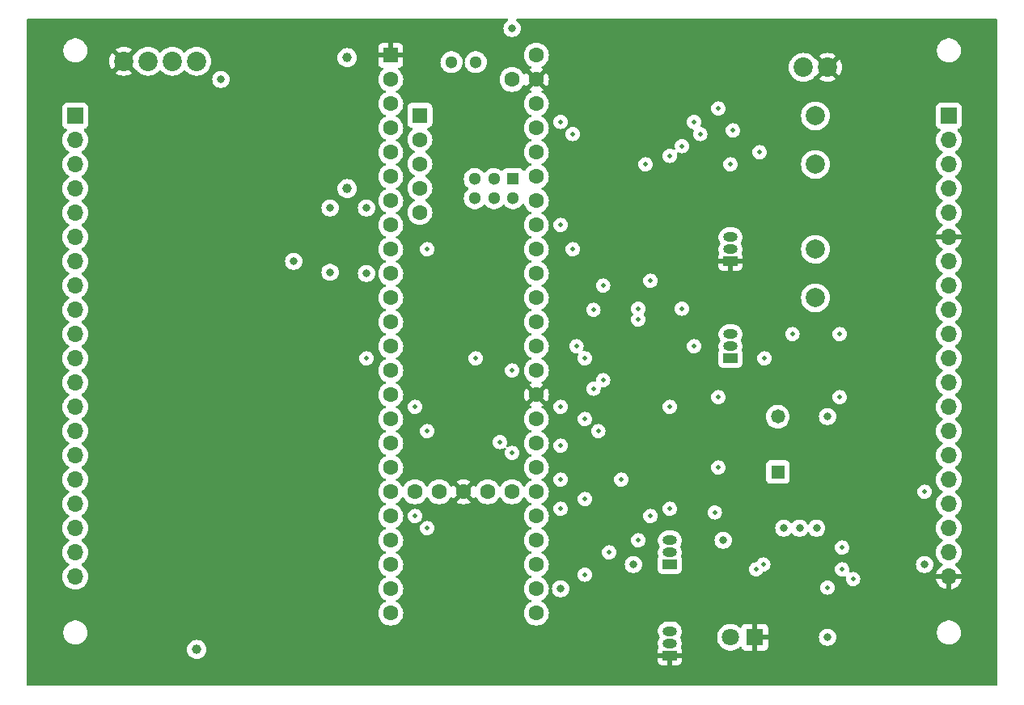
<source format=gbr>
G04 #@! TF.GenerationSoftware,KiCad,Pcbnew,8.0.4*
G04 #@! TF.CreationDate,2024-08-15T07:01:28-07:00*
G04 #@! TF.ProjectId,PocketFT8Xcvr,506f636b-6574-4465-9438-586376722e6b,rev?*
G04 #@! TF.SameCoordinates,Original*
G04 #@! TF.FileFunction,Copper,L2,Inr*
G04 #@! TF.FilePolarity,Positive*
%FSLAX46Y46*%
G04 Gerber Fmt 4.6, Leading zero omitted, Abs format (unit mm)*
G04 Created by KiCad (PCBNEW 8.0.4) date 2024-08-15 07:01:28*
%MOMM*%
%LPD*%
G01*
G04 APERTURE LIST*
G04 #@! TA.AperFunction,ComponentPad*
%ADD10R,1.600000X1.600000*%
G04 #@! TD*
G04 #@! TA.AperFunction,ComponentPad*
%ADD11C,1.600000*%
G04 #@! TD*
G04 #@! TA.AperFunction,ComponentPad*
%ADD12R,1.300000X1.300000*%
G04 #@! TD*
G04 #@! TA.AperFunction,ComponentPad*
%ADD13C,1.300000*%
G04 #@! TD*
G04 #@! TA.AperFunction,ComponentPad*
%ADD14C,2.020000*%
G04 #@! TD*
G04 #@! TA.AperFunction,ComponentPad*
%ADD15C,2.000000*%
G04 #@! TD*
G04 #@! TA.AperFunction,ComponentPad*
%ADD16R,1.500000X1.000000*%
G04 #@! TD*
G04 #@! TA.AperFunction,ComponentPad*
%ADD17O,1.500000X1.000000*%
G04 #@! TD*
G04 #@! TA.AperFunction,ComponentPad*
%ADD18R,1.473200X1.473200*%
G04 #@! TD*
G04 #@! TA.AperFunction,ComponentPad*
%ADD19C,1.473200*%
G04 #@! TD*
G04 #@! TA.AperFunction,ComponentPad*
%ADD20R,1.700000X1.700000*%
G04 #@! TD*
G04 #@! TA.AperFunction,ComponentPad*
%ADD21O,1.700000X1.700000*%
G04 #@! TD*
G04 #@! TA.AperFunction,ComponentPad*
%ADD22R,1.800000X1.800000*%
G04 #@! TD*
G04 #@! TA.AperFunction,ComponentPad*
%ADD23C,1.800000*%
G04 #@! TD*
G04 #@! TA.AperFunction,ViaPad*
%ADD24C,0.800000*%
G04 #@! TD*
G04 #@! TA.AperFunction,ViaPad*
%ADD25C,0.500000*%
G04 #@! TD*
G04 #@! TA.AperFunction,ViaPad*
%ADD26C,1.000000*%
G04 #@! TD*
G04 APERTURE END LIST*
D10*
X139700000Y-54610000D03*
D11*
X139700000Y-57150000D03*
X139700000Y-59690000D03*
X139700000Y-62230000D03*
X139700000Y-64770000D03*
X139700000Y-67310000D03*
X139700000Y-69850000D03*
X139700000Y-72390000D03*
X139700000Y-74930000D03*
X139700000Y-77470000D03*
X139700000Y-80010000D03*
X139700000Y-82550000D03*
X139700000Y-85090000D03*
X139700000Y-87630000D03*
X139700000Y-90170000D03*
X139700000Y-92710000D03*
X139700000Y-95250000D03*
X139700000Y-97790000D03*
X139700000Y-100330000D03*
X139700000Y-102870000D03*
X139700000Y-105410000D03*
X139700000Y-107950000D03*
X139700000Y-110490000D03*
X139700000Y-113030000D03*
X154940000Y-113030000D03*
X154940000Y-110490000D03*
X154940000Y-107950000D03*
X154940000Y-105410000D03*
X154940000Y-102870000D03*
X154940000Y-100330000D03*
X154940000Y-97790000D03*
X154940000Y-95250000D03*
X154940000Y-92710000D03*
X154940000Y-90170000D03*
X154940000Y-87630000D03*
X154940000Y-85090000D03*
X154940000Y-82550000D03*
X154940000Y-80010000D03*
X154940000Y-77470000D03*
X154940000Y-74930000D03*
X154940000Y-72390000D03*
X154940000Y-69850000D03*
X154940000Y-67310000D03*
X154940000Y-64770000D03*
X154940000Y-62230000D03*
X154940000Y-59690000D03*
X154940000Y-57150000D03*
X154940000Y-54610000D03*
X152400000Y-57150000D03*
X142240000Y-100330000D03*
X144780000Y-100330000D03*
X147320000Y-100330000D03*
X149860000Y-100330000D03*
X152400000Y-100330000D03*
D10*
X142750800Y-60909200D03*
D11*
X142750800Y-63449200D03*
X142750800Y-65989200D03*
X142750800Y-68529200D03*
X142750800Y-71069200D03*
D12*
X152501600Y-67580000D03*
D13*
X150501600Y-67580000D03*
X148501600Y-67580000D03*
X148501600Y-69580000D03*
X150501600Y-69580000D03*
X152501600Y-69580000D03*
X148590000Y-55340000D03*
X146050000Y-55340000D03*
D14*
X182880000Y-55880000D03*
X185420000Y-55880000D03*
D15*
X184150000Y-66040000D03*
X184150000Y-60960000D03*
D16*
X168910000Y-117475000D03*
D17*
X168910000Y-116205000D03*
X168910000Y-114935000D03*
D18*
X180213000Y-98247200D03*
D19*
X180213000Y-92456000D03*
D15*
X184150000Y-80010000D03*
X184150000Y-74930000D03*
D20*
X198120000Y-60960000D03*
D21*
X198120000Y-63500000D03*
X198120000Y-66040000D03*
X198120000Y-68580000D03*
X198120000Y-71120000D03*
X198120000Y-73660000D03*
X198120000Y-76200000D03*
X198120000Y-78740000D03*
X198120000Y-81280000D03*
X198120000Y-83820000D03*
X198120000Y-86360000D03*
X198120000Y-88900000D03*
X198120000Y-91440000D03*
X198120000Y-93980000D03*
X198120000Y-96520000D03*
X198120000Y-99060000D03*
X198120000Y-101600000D03*
X198120000Y-104140000D03*
X198120000Y-106680000D03*
X198120000Y-109220000D03*
D16*
X168910000Y-107950000D03*
D17*
X168910000Y-106680000D03*
X168910000Y-105410000D03*
D16*
X175260000Y-76200000D03*
D17*
X175260000Y-74930000D03*
X175260000Y-73660000D03*
D22*
X177800000Y-115570000D03*
D23*
X175260000Y-115570000D03*
D16*
X175260000Y-86360000D03*
D17*
X175260000Y-85090000D03*
X175260000Y-83820000D03*
D14*
X111760000Y-55245000D03*
X114300000Y-55245000D03*
X116840000Y-55245000D03*
X119380000Y-55245000D03*
D20*
X106680000Y-60960000D03*
D21*
X106680000Y-63500000D03*
X106680000Y-66040000D03*
X106680000Y-68580000D03*
X106680000Y-71120000D03*
X106680000Y-73660000D03*
X106680000Y-76200000D03*
X106680000Y-78740000D03*
X106680000Y-81280000D03*
X106680000Y-83820000D03*
X106680000Y-86360000D03*
X106680000Y-88900000D03*
X106680000Y-91440000D03*
X106680000Y-93980000D03*
X106680000Y-96520000D03*
X106680000Y-99060000D03*
X106680000Y-101600000D03*
X106680000Y-104140000D03*
X106680000Y-106680000D03*
X106680000Y-109220000D03*
D24*
X129540000Y-76200000D03*
D25*
X188468000Y-102616000D03*
X163830000Y-90551000D03*
X168910000Y-83820000D03*
D24*
X121920000Y-66014000D03*
X135890000Y-86080000D03*
X167640000Y-112268000D03*
D25*
X181102000Y-106680000D03*
X182372000Y-71501000D03*
X190500000Y-92710000D03*
X182626000Y-108077000D03*
X166116000Y-68008000D03*
X175260000Y-63500000D03*
X188468000Y-92710000D03*
D24*
X163830000Y-57150000D03*
X121920000Y-55880000D03*
D25*
X181864000Y-107442000D03*
X168910000Y-60071000D03*
X170815000Y-52070000D03*
X168910000Y-76835000D03*
D24*
X192151000Y-55880000D03*
D25*
X181102000Y-108077000D03*
X182626000Y-106680000D03*
D24*
X189611000Y-119253000D03*
X192786000Y-75184000D03*
D25*
X170815000Y-60071000D03*
D24*
X192786000Y-77216000D03*
X121920000Y-113030000D03*
D25*
X169545000Y-60071000D03*
D24*
X191795400Y-109499400D03*
D25*
X187960000Y-95758000D03*
X190500000Y-107950000D03*
D24*
X182880000Y-118618000D03*
D25*
X186944000Y-106172000D03*
X168910000Y-91440000D03*
X175514000Y-62484000D03*
D24*
X184277000Y-104140000D03*
X121920000Y-57150000D03*
D25*
X163830000Y-99060000D03*
D24*
X180848000Y-104140000D03*
D25*
X188087000Y-109474000D03*
X173990000Y-60198000D03*
X186944000Y-108458000D03*
D24*
X182499000Y-104140000D03*
X185420000Y-115570000D03*
D25*
X178308000Y-64770000D03*
X168910000Y-65151000D03*
X178816000Y-86360000D03*
X175260000Y-66040000D03*
X166370000Y-66040000D03*
X170180000Y-81153000D03*
X165608000Y-81153000D03*
X181737000Y-83820000D03*
D24*
X165100000Y-107950000D03*
D26*
X135128000Y-54864000D03*
X135128000Y-68580000D03*
X119380000Y-116840000D03*
D24*
X157480000Y-110490000D03*
X195580000Y-107950000D03*
X152400000Y-51816000D03*
D25*
X173609000Y-102489000D03*
X185420000Y-110363000D03*
D24*
X174498000Y-105410000D03*
D25*
X160020000Y-109000000D03*
X171450000Y-85090000D03*
X162560000Y-106680000D03*
X172085000Y-62865000D03*
X158750000Y-74930000D03*
X161417000Y-93980000D03*
X158750000Y-62865000D03*
X143510000Y-93980000D03*
X143510000Y-104140000D03*
X177927000Y-108458000D03*
X143510000Y-74930000D03*
X157480000Y-61595000D03*
X151130000Y-95123000D03*
X157480000Y-102108000D03*
X168910000Y-102108000D03*
X178689000Y-107950000D03*
X171450000Y-61595000D03*
X157480000Y-72390000D03*
X157480000Y-99060000D03*
X142240000Y-91440000D03*
X157480000Y-91440000D03*
X157480000Y-95504000D03*
X165608000Y-82296000D03*
X165608000Y-105410000D03*
X195580000Y-100330000D03*
D24*
X137160000Y-70612000D03*
D25*
X137160000Y-86360000D03*
X148590000Y-86360000D03*
D24*
X137160000Y-77470000D03*
D25*
X166878000Y-102870000D03*
X166878000Y-78232000D03*
D24*
X133350000Y-77343000D03*
X133350000Y-70612000D03*
D25*
X142240000Y-102870000D03*
D24*
X185420000Y-92456000D03*
D25*
X161925000Y-88646000D03*
X161925000Y-78740000D03*
X152400000Y-87630000D03*
X152400000Y-96266000D03*
X173990000Y-97790000D03*
X173990000Y-90424000D03*
X186690000Y-83820000D03*
X186690000Y-90424000D03*
X160020000Y-101092000D03*
X159131000Y-85090000D03*
X170180000Y-64135000D03*
X160909000Y-89535000D03*
X160909000Y-81280000D03*
X160020000Y-92710000D03*
X160020000Y-86360000D03*
G04 #@! TA.AperFunction,Conductor*
G36*
X151953109Y-50819685D02*
G01*
X151998864Y-50872489D01*
X152008808Y-50941647D01*
X151979783Y-51005203D01*
X151952380Y-51027827D01*
X151952527Y-51028029D01*
X151949274Y-51030392D01*
X151948067Y-51031389D01*
X151947265Y-51031851D01*
X151794129Y-51143111D01*
X151667466Y-51283785D01*
X151572821Y-51447715D01*
X151572818Y-51447722D01*
X151514327Y-51627740D01*
X151514326Y-51627744D01*
X151494540Y-51816000D01*
X151514326Y-52004256D01*
X151514327Y-52004259D01*
X151572818Y-52184277D01*
X151572821Y-52184284D01*
X151667467Y-52348216D01*
X151794129Y-52488888D01*
X151947265Y-52600148D01*
X151947270Y-52600151D01*
X152120192Y-52677142D01*
X152120197Y-52677144D01*
X152305354Y-52716500D01*
X152305355Y-52716500D01*
X152494644Y-52716500D01*
X152494646Y-52716500D01*
X152679803Y-52677144D01*
X152852730Y-52600151D01*
X153005871Y-52488888D01*
X153132533Y-52348216D01*
X153227179Y-52184284D01*
X153285674Y-52004256D01*
X153305460Y-51816000D01*
X153285674Y-51627744D01*
X153227179Y-51447716D01*
X153132533Y-51283784D01*
X153005871Y-51143112D01*
X153005870Y-51143111D01*
X152852734Y-51031851D01*
X152851933Y-51031389D01*
X152851561Y-51030999D01*
X152847473Y-51028029D01*
X152848016Y-51027281D01*
X152803716Y-50980823D01*
X152790491Y-50912216D01*
X152816458Y-50847351D01*
X152873371Y-50806821D01*
X152913930Y-50800000D01*
X203076000Y-50800000D01*
X203143039Y-50819685D01*
X203188794Y-50872489D01*
X203200000Y-50924000D01*
X203200000Y-120526000D01*
X203180315Y-120593039D01*
X203127511Y-120638794D01*
X203076000Y-120650000D01*
X101724000Y-120650000D01*
X101656961Y-120630315D01*
X101611206Y-120577511D01*
X101600000Y-120526000D01*
X101600000Y-118022844D01*
X167660000Y-118022844D01*
X167666401Y-118082372D01*
X167666403Y-118082379D01*
X167716645Y-118217086D01*
X167716649Y-118217093D01*
X167802809Y-118332187D01*
X167802812Y-118332190D01*
X167917906Y-118418350D01*
X167917913Y-118418354D01*
X168052620Y-118468596D01*
X168052627Y-118468598D01*
X168112155Y-118474999D01*
X168112172Y-118475000D01*
X168660000Y-118475000D01*
X169160000Y-118475000D01*
X169707828Y-118475000D01*
X169707844Y-118474999D01*
X169767372Y-118468598D01*
X169767379Y-118468596D01*
X169902086Y-118418354D01*
X169902093Y-118418350D01*
X170017187Y-118332190D01*
X170017190Y-118332187D01*
X170103350Y-118217093D01*
X170103354Y-118217086D01*
X170153596Y-118082379D01*
X170153598Y-118082372D01*
X170159999Y-118022844D01*
X170160000Y-118022827D01*
X170160000Y-117725000D01*
X169160000Y-117725000D01*
X169160000Y-118475000D01*
X168660000Y-118475000D01*
X168660000Y-117725000D01*
X167660000Y-117725000D01*
X167660000Y-118022844D01*
X101600000Y-118022844D01*
X101600000Y-116840000D01*
X118374659Y-116840000D01*
X118393975Y-117036129D01*
X118451188Y-117224733D01*
X118544086Y-117398532D01*
X118544090Y-117398539D01*
X118669116Y-117550883D01*
X118821460Y-117675909D01*
X118821467Y-117675913D01*
X118995266Y-117768811D01*
X118995269Y-117768811D01*
X118995273Y-117768814D01*
X119183868Y-117826024D01*
X119380000Y-117845341D01*
X119576132Y-117826024D01*
X119764727Y-117768814D01*
X119799926Y-117750000D01*
X119938532Y-117675913D01*
X119938538Y-117675910D01*
X120090883Y-117550883D01*
X120215910Y-117398538D01*
X120308814Y-117224727D01*
X120366024Y-117036132D01*
X120385341Y-116840000D01*
X120366024Y-116643868D01*
X120308814Y-116455273D01*
X120308811Y-116455269D01*
X120308811Y-116455266D01*
X120215913Y-116281467D01*
X120215909Y-116281460D01*
X120090883Y-116129116D01*
X119938539Y-116004090D01*
X119938532Y-116004086D01*
X119764733Y-115911188D01*
X119764727Y-115911186D01*
X119576132Y-115853976D01*
X119576129Y-115853975D01*
X119380000Y-115834659D01*
X119183870Y-115853975D01*
X118995266Y-115911188D01*
X118821467Y-116004086D01*
X118821460Y-116004090D01*
X118669116Y-116129116D01*
X118544090Y-116281460D01*
X118544086Y-116281467D01*
X118451188Y-116455266D01*
X118393975Y-116643870D01*
X118374659Y-116840000D01*
X101600000Y-116840000D01*
X101600000Y-114963577D01*
X105429500Y-114963577D01*
X105429500Y-115160422D01*
X105460290Y-115354826D01*
X105521117Y-115542029D01*
X105570471Y-115638891D01*
X105610476Y-115717405D01*
X105726172Y-115876646D01*
X105865354Y-116015828D01*
X106024595Y-116131524D01*
X106107455Y-116173743D01*
X106199970Y-116220882D01*
X106199972Y-116220882D01*
X106199975Y-116220884D01*
X106267696Y-116242888D01*
X106387173Y-116281709D01*
X106581578Y-116312500D01*
X106581583Y-116312500D01*
X106778422Y-116312500D01*
X106972826Y-116281709D01*
X106973592Y-116281460D01*
X107160025Y-116220884D01*
X107335405Y-116131524D01*
X107494646Y-116015828D01*
X107633828Y-115876646D01*
X107749524Y-115717405D01*
X107838884Y-115542025D01*
X107899709Y-115354826D01*
X107919981Y-115226835D01*
X107930500Y-115160422D01*
X107930500Y-115033543D01*
X167659499Y-115033543D01*
X167697947Y-115226829D01*
X167697950Y-115226839D01*
X167773365Y-115408907D01*
X167773368Y-115408914D01*
X167817352Y-115474740D01*
X167834971Y-115501110D01*
X167855848Y-115567787D01*
X167837363Y-115635167D01*
X167834971Y-115638890D01*
X167773366Y-115731089D01*
X167697950Y-115913160D01*
X167697947Y-115913170D01*
X167659500Y-116106456D01*
X167659500Y-116106459D01*
X167659500Y-116303541D01*
X167659500Y-116303543D01*
X167659499Y-116303543D01*
X167697947Y-116496829D01*
X167697950Y-116496839D01*
X167740540Y-116599660D01*
X167748009Y-116669129D01*
X167725248Y-116721420D01*
X167716648Y-116732908D01*
X167716645Y-116732913D01*
X167666403Y-116867620D01*
X167666401Y-116867627D01*
X167660000Y-116927155D01*
X167660000Y-117225000D01*
X168794943Y-117225000D01*
X168754225Y-117241866D01*
X168676866Y-117319225D01*
X168635000Y-117420299D01*
X168635000Y-117529701D01*
X168676866Y-117630775D01*
X168754225Y-117708134D01*
X168855299Y-117750000D01*
X168964701Y-117750000D01*
X169065775Y-117708134D01*
X169143134Y-117630775D01*
X169185000Y-117529701D01*
X169185000Y-117420299D01*
X169143134Y-117319225D01*
X169065775Y-117241866D01*
X169025057Y-117225000D01*
X170160000Y-117225000D01*
X170160000Y-116927172D01*
X170159999Y-116927155D01*
X170153598Y-116867627D01*
X170153597Y-116867623D01*
X170103350Y-116732907D01*
X170094753Y-116721422D01*
X170070336Y-116655958D01*
X170079458Y-116599663D01*
X170122051Y-116496835D01*
X170160500Y-116303541D01*
X170160500Y-116106459D01*
X170160500Y-116106456D01*
X170122052Y-115913170D01*
X170122051Y-115913169D01*
X170122051Y-115913165D01*
X170106925Y-115876647D01*
X170046635Y-115731092D01*
X170046633Y-115731088D01*
X170046632Y-115731086D01*
X169985029Y-115638891D01*
X169964151Y-115572214D01*
X169964760Y-115569993D01*
X173854700Y-115569993D01*
X173854700Y-115570006D01*
X173873864Y-115801297D01*
X173873866Y-115801308D01*
X173930842Y-116026300D01*
X174024075Y-116238848D01*
X174151016Y-116433147D01*
X174151019Y-116433151D01*
X174151021Y-116433153D01*
X174308216Y-116603913D01*
X174308219Y-116603915D01*
X174308222Y-116603918D01*
X174491365Y-116746464D01*
X174491371Y-116746468D01*
X174491374Y-116746470D01*
X174695497Y-116856936D01*
X174809487Y-116896068D01*
X174915015Y-116932297D01*
X174915017Y-116932297D01*
X174915019Y-116932298D01*
X175143951Y-116970500D01*
X175143952Y-116970500D01*
X175376048Y-116970500D01*
X175376049Y-116970500D01*
X175604981Y-116932298D01*
X175824503Y-116856936D01*
X176028626Y-116746470D01*
X176060811Y-116721420D01*
X176160447Y-116643870D01*
X176211784Y-116603913D01*
X176220511Y-116594432D01*
X176280394Y-116558441D01*
X176350232Y-116560538D01*
X176407850Y-116600060D01*
X176427924Y-116635080D01*
X176456645Y-116712086D01*
X176456649Y-116712093D01*
X176542809Y-116827187D01*
X176542812Y-116827190D01*
X176657906Y-116913350D01*
X176657913Y-116913354D01*
X176792620Y-116963596D01*
X176792627Y-116963598D01*
X176852155Y-116969999D01*
X176852172Y-116970000D01*
X177550000Y-116970000D01*
X177550000Y-115945277D01*
X177626306Y-115989333D01*
X177740756Y-116020000D01*
X177859244Y-116020000D01*
X177973694Y-115989333D01*
X178050000Y-115945277D01*
X178050000Y-116970000D01*
X178747828Y-116970000D01*
X178747844Y-116969999D01*
X178807372Y-116963598D01*
X178807379Y-116963596D01*
X178942086Y-116913354D01*
X178942093Y-116913350D01*
X179057187Y-116827190D01*
X179057190Y-116827187D01*
X179143350Y-116712093D01*
X179143354Y-116712086D01*
X179193596Y-116577379D01*
X179193598Y-116577372D01*
X179199999Y-116517844D01*
X179200000Y-116517827D01*
X179200000Y-115820000D01*
X178175278Y-115820000D01*
X178219333Y-115743694D01*
X178250000Y-115629244D01*
X178250000Y-115570000D01*
X184514540Y-115570000D01*
X184534326Y-115758256D01*
X184534327Y-115758259D01*
X184592818Y-115938277D01*
X184592821Y-115938284D01*
X184687467Y-116102216D01*
X184810491Y-116238848D01*
X184814129Y-116242888D01*
X184967265Y-116354148D01*
X184967270Y-116354151D01*
X185140192Y-116431142D01*
X185140197Y-116431144D01*
X185325354Y-116470500D01*
X185325355Y-116470500D01*
X185514644Y-116470500D01*
X185514646Y-116470500D01*
X185699803Y-116431144D01*
X185872730Y-116354151D01*
X186025871Y-116242888D01*
X186152533Y-116102216D01*
X186247179Y-115938284D01*
X186305674Y-115758256D01*
X186325460Y-115570000D01*
X186305674Y-115381744D01*
X186247179Y-115201716D01*
X186152533Y-115037784D01*
X186085717Y-114963577D01*
X196869500Y-114963577D01*
X196869500Y-115160422D01*
X196900290Y-115354826D01*
X196961117Y-115542029D01*
X197010471Y-115638891D01*
X197050476Y-115717405D01*
X197166172Y-115876646D01*
X197305354Y-116015828D01*
X197464595Y-116131524D01*
X197547455Y-116173743D01*
X197639970Y-116220882D01*
X197639972Y-116220882D01*
X197639975Y-116220884D01*
X197707696Y-116242888D01*
X197827173Y-116281709D01*
X198021578Y-116312500D01*
X198021583Y-116312500D01*
X198218422Y-116312500D01*
X198412826Y-116281709D01*
X198413592Y-116281460D01*
X198600025Y-116220884D01*
X198775405Y-116131524D01*
X198934646Y-116015828D01*
X199073828Y-115876646D01*
X199189524Y-115717405D01*
X199278884Y-115542025D01*
X199339709Y-115354826D01*
X199359981Y-115226835D01*
X199370500Y-115160422D01*
X199370500Y-114963577D01*
X199339709Y-114769173D01*
X199307323Y-114669500D01*
X199278884Y-114581975D01*
X199278882Y-114581972D01*
X199278882Y-114581970D01*
X199189523Y-114406594D01*
X199180032Y-114393531D01*
X199073828Y-114247354D01*
X198934646Y-114108172D01*
X198775405Y-113992476D01*
X198737077Y-113972947D01*
X198600029Y-113903117D01*
X198412826Y-113842290D01*
X198218422Y-113811500D01*
X198218417Y-113811500D01*
X198021583Y-113811500D01*
X198021578Y-113811500D01*
X197827173Y-113842290D01*
X197639970Y-113903117D01*
X197464594Y-113992476D01*
X197373741Y-114058485D01*
X197305354Y-114108172D01*
X197305352Y-114108174D01*
X197305351Y-114108174D01*
X197166174Y-114247351D01*
X197166174Y-114247352D01*
X197166172Y-114247354D01*
X197118616Y-114312809D01*
X197050476Y-114406594D01*
X196961117Y-114581970D01*
X196900290Y-114769173D01*
X196869500Y-114963577D01*
X186085717Y-114963577D01*
X186025871Y-114897112D01*
X186025870Y-114897111D01*
X185872734Y-114785851D01*
X185872729Y-114785848D01*
X185699807Y-114708857D01*
X185699802Y-114708855D01*
X185554001Y-114677865D01*
X185514646Y-114669500D01*
X185325354Y-114669500D01*
X185292897Y-114676398D01*
X185140197Y-114708855D01*
X185140192Y-114708857D01*
X184967270Y-114785848D01*
X184967265Y-114785851D01*
X184814129Y-114897111D01*
X184687466Y-115037785D01*
X184592821Y-115201715D01*
X184592818Y-115201722D01*
X184548311Y-115338702D01*
X184534326Y-115381744D01*
X184514540Y-115570000D01*
X178250000Y-115570000D01*
X178250000Y-115510756D01*
X178219333Y-115396306D01*
X178175278Y-115320000D01*
X179200000Y-115320000D01*
X179200000Y-114622172D01*
X179199999Y-114622155D01*
X179193598Y-114562627D01*
X179193596Y-114562620D01*
X179143354Y-114427913D01*
X179143350Y-114427906D01*
X179057190Y-114312812D01*
X179057187Y-114312809D01*
X178942093Y-114226649D01*
X178942086Y-114226645D01*
X178807379Y-114176403D01*
X178807372Y-114176401D01*
X178747844Y-114170000D01*
X178050000Y-114170000D01*
X178050000Y-115194722D01*
X177973694Y-115150667D01*
X177859244Y-115120000D01*
X177740756Y-115120000D01*
X177626306Y-115150667D01*
X177550000Y-115194722D01*
X177550000Y-114170000D01*
X176852155Y-114170000D01*
X176792627Y-114176401D01*
X176792620Y-114176403D01*
X176657913Y-114226645D01*
X176657906Y-114226649D01*
X176542812Y-114312809D01*
X176542809Y-114312812D01*
X176456649Y-114427906D01*
X176456646Y-114427911D01*
X176427924Y-114504920D01*
X176386052Y-114560853D01*
X176320588Y-114585270D01*
X176252315Y-114570418D01*
X176220514Y-114545571D01*
X176211784Y-114536087D01*
X176211779Y-114536083D01*
X176211777Y-114536081D01*
X176028634Y-114393535D01*
X176028628Y-114393531D01*
X175824504Y-114283064D01*
X175824495Y-114283061D01*
X175604984Y-114207702D01*
X175417404Y-114176401D01*
X175376049Y-114169500D01*
X175143951Y-114169500D01*
X175102596Y-114176401D01*
X174915015Y-114207702D01*
X174695504Y-114283061D01*
X174695495Y-114283064D01*
X174491371Y-114393531D01*
X174491365Y-114393535D01*
X174308222Y-114536081D01*
X174308219Y-114536084D01*
X174308216Y-114536086D01*
X174308216Y-114536087D01*
X174283791Y-114562620D01*
X174151016Y-114706852D01*
X174024075Y-114901151D01*
X173930842Y-115113699D01*
X173873866Y-115338691D01*
X173873864Y-115338702D01*
X173854700Y-115569993D01*
X169964760Y-115569993D01*
X169982635Y-115504834D01*
X169985029Y-115501109D01*
X169997872Y-115481887D01*
X170046632Y-115408914D01*
X170122051Y-115226835D01*
X170144555Y-115113700D01*
X170160500Y-115033543D01*
X170160500Y-114836456D01*
X170122052Y-114643170D01*
X170122051Y-114643169D01*
X170122051Y-114643165D01*
X170122049Y-114643160D01*
X170046635Y-114461092D01*
X170046628Y-114461079D01*
X169937139Y-114297218D01*
X169937136Y-114297214D01*
X169797784Y-114157862D01*
X169797781Y-114157860D01*
X169633920Y-114048371D01*
X169633907Y-114048364D01*
X169451839Y-113972950D01*
X169451829Y-113972947D01*
X169258543Y-113934500D01*
X169258541Y-113934500D01*
X168561459Y-113934500D01*
X168561457Y-113934500D01*
X168368170Y-113972947D01*
X168368160Y-113972950D01*
X168186092Y-114048364D01*
X168186079Y-114048371D01*
X168022218Y-114157860D01*
X168022216Y-114157862D01*
X167882863Y-114297214D01*
X167882860Y-114297218D01*
X167773371Y-114461079D01*
X167773364Y-114461092D01*
X167697950Y-114643160D01*
X167697947Y-114643170D01*
X167659500Y-114836456D01*
X167659500Y-114836459D01*
X167659500Y-115033541D01*
X167659500Y-115033543D01*
X167659499Y-115033543D01*
X107930500Y-115033543D01*
X107930500Y-114963577D01*
X107899709Y-114769173D01*
X107867323Y-114669500D01*
X107838884Y-114581975D01*
X107838882Y-114581972D01*
X107838882Y-114581970D01*
X107749523Y-114406594D01*
X107740032Y-114393531D01*
X107633828Y-114247354D01*
X107494646Y-114108172D01*
X107335405Y-113992476D01*
X107297077Y-113972947D01*
X107160029Y-113903117D01*
X106972826Y-113842290D01*
X106778422Y-113811500D01*
X106778417Y-113811500D01*
X106581583Y-113811500D01*
X106581578Y-113811500D01*
X106387173Y-113842290D01*
X106199970Y-113903117D01*
X106024594Y-113992476D01*
X105933741Y-114058485D01*
X105865354Y-114108172D01*
X105865352Y-114108174D01*
X105865351Y-114108174D01*
X105726174Y-114247351D01*
X105726174Y-114247352D01*
X105726172Y-114247354D01*
X105678616Y-114312809D01*
X105610476Y-114406594D01*
X105521117Y-114581970D01*
X105460290Y-114769173D01*
X105429500Y-114963577D01*
X101600000Y-114963577D01*
X101600000Y-63499999D01*
X105324341Y-63499999D01*
X105324341Y-63500000D01*
X105344936Y-63735403D01*
X105344938Y-63735413D01*
X105406094Y-63963655D01*
X105406096Y-63963659D01*
X105406097Y-63963663D01*
X105477724Y-64117267D01*
X105505965Y-64177830D01*
X105505967Y-64177834D01*
X105641501Y-64371395D01*
X105641506Y-64371402D01*
X105808597Y-64538493D01*
X105808603Y-64538498D01*
X105994158Y-64668425D01*
X106037783Y-64723002D01*
X106044977Y-64792500D01*
X106013454Y-64854855D01*
X105994158Y-64871575D01*
X105808597Y-65001505D01*
X105641505Y-65168597D01*
X105505965Y-65362169D01*
X105505964Y-65362171D01*
X105429920Y-65525249D01*
X105409468Y-65569109D01*
X105406098Y-65576335D01*
X105406094Y-65576344D01*
X105344938Y-65804586D01*
X105344936Y-65804596D01*
X105324341Y-66039999D01*
X105324341Y-66040000D01*
X105344936Y-66275403D01*
X105344938Y-66275413D01*
X105406094Y-66503655D01*
X105406096Y-66503659D01*
X105406097Y-66503663D01*
X105478042Y-66657949D01*
X105505965Y-66717830D01*
X105505967Y-66717834D01*
X105641501Y-66911395D01*
X105641506Y-66911402D01*
X105808597Y-67078493D01*
X105808603Y-67078498D01*
X105994158Y-67208425D01*
X106037783Y-67263002D01*
X106044977Y-67332500D01*
X106013454Y-67394855D01*
X105994158Y-67411575D01*
X105808597Y-67541505D01*
X105641505Y-67708597D01*
X105505965Y-67902169D01*
X105505964Y-67902171D01*
X105406098Y-68116335D01*
X105406094Y-68116344D01*
X105344938Y-68344586D01*
X105344936Y-68344596D01*
X105324341Y-68579999D01*
X105324341Y-68580000D01*
X105344936Y-68815403D01*
X105344938Y-68815413D01*
X105406094Y-69043655D01*
X105406096Y-69043659D01*
X105406097Y-69043663D01*
X105505965Y-69257830D01*
X105505967Y-69257834D01*
X105641501Y-69451395D01*
X105641506Y-69451402D01*
X105808597Y-69618493D01*
X105808603Y-69618498D01*
X105994158Y-69748425D01*
X106037783Y-69803002D01*
X106044977Y-69872500D01*
X106013454Y-69934855D01*
X105994158Y-69951575D01*
X105808597Y-70081505D01*
X105641505Y-70248597D01*
X105505965Y-70442169D01*
X105505964Y-70442171D01*
X105406098Y-70656335D01*
X105406094Y-70656344D01*
X105344938Y-70884586D01*
X105344936Y-70884596D01*
X105324341Y-71119999D01*
X105324341Y-71120000D01*
X105344936Y-71355403D01*
X105344938Y-71355413D01*
X105406094Y-71583655D01*
X105406096Y-71583659D01*
X105406097Y-71583663D01*
X105477724Y-71737267D01*
X105505965Y-71797830D01*
X105505967Y-71797834D01*
X105641501Y-71991395D01*
X105641506Y-71991402D01*
X105808597Y-72158493D01*
X105808603Y-72158498D01*
X105994158Y-72288425D01*
X106037783Y-72343002D01*
X106044977Y-72412500D01*
X106013454Y-72474855D01*
X105994158Y-72491575D01*
X105808597Y-72621505D01*
X105641505Y-72788597D01*
X105505965Y-72982169D01*
X105505964Y-72982171D01*
X105406098Y-73196335D01*
X105406094Y-73196344D01*
X105344938Y-73424586D01*
X105344936Y-73424596D01*
X105324341Y-73659999D01*
X105324341Y-73660000D01*
X105344936Y-73895403D01*
X105344938Y-73895413D01*
X105406094Y-74123655D01*
X105406096Y-74123659D01*
X105406097Y-74123663D01*
X105477724Y-74277267D01*
X105505965Y-74337830D01*
X105505967Y-74337834D01*
X105641501Y-74531395D01*
X105641506Y-74531402D01*
X105808597Y-74698493D01*
X105808603Y-74698498D01*
X105994158Y-74828425D01*
X106037783Y-74883002D01*
X106044977Y-74952500D01*
X106013454Y-75014855D01*
X105994158Y-75031575D01*
X105808597Y-75161505D01*
X105641505Y-75328597D01*
X105505965Y-75522169D01*
X105505964Y-75522171D01*
X105406098Y-75736335D01*
X105406094Y-75736344D01*
X105344938Y-75964586D01*
X105344936Y-75964596D01*
X105324341Y-76199999D01*
X105324341Y-76200000D01*
X105344936Y-76435403D01*
X105344938Y-76435413D01*
X105406094Y-76663655D01*
X105406096Y-76663659D01*
X105406097Y-76663663D01*
X105477724Y-76817267D01*
X105505965Y-76877830D01*
X105505967Y-76877834D01*
X105641501Y-77071395D01*
X105641506Y-77071402D01*
X105808597Y-77238493D01*
X105808603Y-77238498D01*
X105994158Y-77368425D01*
X106037783Y-77423002D01*
X106044977Y-77492500D01*
X106013454Y-77554855D01*
X105994158Y-77571575D01*
X105808597Y-77701505D01*
X105641505Y-77868597D01*
X105505965Y-78062169D01*
X105505964Y-78062171D01*
X105439762Y-78204142D01*
X105409468Y-78269109D01*
X105406098Y-78276335D01*
X105406094Y-78276344D01*
X105344938Y-78504586D01*
X105344936Y-78504596D01*
X105324341Y-78739999D01*
X105324341Y-78740000D01*
X105344936Y-78975403D01*
X105344938Y-78975413D01*
X105406094Y-79203655D01*
X105406096Y-79203659D01*
X105406097Y-79203663D01*
X105477724Y-79357267D01*
X105505965Y-79417830D01*
X105505967Y-79417834D01*
X105641501Y-79611395D01*
X105641506Y-79611402D01*
X105808597Y-79778493D01*
X105808603Y-79778498D01*
X105994158Y-79908425D01*
X106037783Y-79963002D01*
X106044977Y-80032500D01*
X106013454Y-80094855D01*
X105994158Y-80111575D01*
X105808597Y-80241505D01*
X105641505Y-80408597D01*
X105505965Y-80602169D01*
X105505964Y-80602171D01*
X105447939Y-80726607D01*
X105409468Y-80809109D01*
X105406098Y-80816335D01*
X105406094Y-80816344D01*
X105344938Y-81044586D01*
X105344936Y-81044596D01*
X105324341Y-81279999D01*
X105324341Y-81280000D01*
X105344936Y-81515403D01*
X105344938Y-81515413D01*
X105406094Y-81743655D01*
X105406096Y-81743659D01*
X105406097Y-81743663D01*
X105477724Y-81897267D01*
X105505965Y-81957830D01*
X105505967Y-81957834D01*
X105641501Y-82151395D01*
X105641506Y-82151402D01*
X105808597Y-82318493D01*
X105808603Y-82318498D01*
X105994158Y-82448425D01*
X106037783Y-82503002D01*
X106044977Y-82572500D01*
X106013454Y-82634855D01*
X105994158Y-82651575D01*
X105808597Y-82781505D01*
X105641505Y-82948597D01*
X105505965Y-83142169D01*
X105505964Y-83142171D01*
X105412401Y-83342816D01*
X105409468Y-83349109D01*
X105406098Y-83356335D01*
X105406094Y-83356344D01*
X105344938Y-83584586D01*
X105344936Y-83584596D01*
X105324341Y-83819999D01*
X105324341Y-83820000D01*
X105344936Y-84055403D01*
X105344938Y-84055413D01*
X105406094Y-84283655D01*
X105406096Y-84283659D01*
X105406097Y-84283663D01*
X105477724Y-84437267D01*
X105505965Y-84497830D01*
X105505967Y-84497834D01*
X105641501Y-84691395D01*
X105641506Y-84691402D01*
X105808597Y-84858493D01*
X105808603Y-84858498D01*
X105994158Y-84988425D01*
X106037783Y-85043002D01*
X106044977Y-85112500D01*
X106013454Y-85174855D01*
X105994158Y-85191575D01*
X105808597Y-85321505D01*
X105641505Y-85488597D01*
X105505965Y-85682169D01*
X105505964Y-85682171D01*
X105434914Y-85834539D01*
X105409468Y-85889109D01*
X105406098Y-85896335D01*
X105406094Y-85896344D01*
X105344938Y-86124586D01*
X105344936Y-86124596D01*
X105324341Y-86359999D01*
X105324341Y-86360000D01*
X105344936Y-86595403D01*
X105344938Y-86595413D01*
X105406094Y-86823655D01*
X105406096Y-86823659D01*
X105406097Y-86823663D01*
X105477724Y-86977267D01*
X105505965Y-87037830D01*
X105505967Y-87037834D01*
X105641501Y-87231395D01*
X105641506Y-87231402D01*
X105808597Y-87398493D01*
X105808603Y-87398498D01*
X105994158Y-87528425D01*
X106037783Y-87583002D01*
X106044977Y-87652500D01*
X106013454Y-87714855D01*
X105994158Y-87731575D01*
X105808597Y-87861505D01*
X105641505Y-88028597D01*
X105505965Y-88222169D01*
X105505964Y-88222171D01*
X105406098Y-88436335D01*
X105406094Y-88436344D01*
X105344938Y-88664586D01*
X105344936Y-88664596D01*
X105324341Y-88899999D01*
X105324341Y-88900000D01*
X105344936Y-89135403D01*
X105344938Y-89135413D01*
X105406094Y-89363655D01*
X105406096Y-89363659D01*
X105406097Y-89363663D01*
X105485992Y-89534997D01*
X105505965Y-89577830D01*
X105505967Y-89577834D01*
X105641501Y-89771395D01*
X105641506Y-89771402D01*
X105808597Y-89938493D01*
X105808603Y-89938498D01*
X105994158Y-90068425D01*
X106037783Y-90123002D01*
X106044977Y-90192500D01*
X106013454Y-90254855D01*
X105994158Y-90271575D01*
X105808597Y-90401505D01*
X105641505Y-90568597D01*
X105505965Y-90762169D01*
X105505964Y-90762171D01*
X105443805Y-90895472D01*
X105409468Y-90969109D01*
X105406098Y-90976335D01*
X105406094Y-90976344D01*
X105344938Y-91204586D01*
X105344936Y-91204596D01*
X105324341Y-91439999D01*
X105324341Y-91440000D01*
X105344936Y-91675403D01*
X105344938Y-91675413D01*
X105406094Y-91903655D01*
X105406096Y-91903659D01*
X105406097Y-91903663D01*
X105477724Y-92057267D01*
X105505965Y-92117830D01*
X105505967Y-92117834D01*
X105641501Y-92311395D01*
X105641506Y-92311402D01*
X105808597Y-92478493D01*
X105808603Y-92478498D01*
X105994158Y-92608425D01*
X106037783Y-92663002D01*
X106044977Y-92732500D01*
X106013454Y-92794855D01*
X105994158Y-92811575D01*
X105808597Y-92941505D01*
X105641505Y-93108597D01*
X105505965Y-93302169D01*
X105505964Y-93302171D01*
X105429920Y-93465249D01*
X105409468Y-93509109D01*
X105406098Y-93516335D01*
X105406094Y-93516344D01*
X105344938Y-93744586D01*
X105344936Y-93744596D01*
X105324341Y-93979999D01*
X105324341Y-93980000D01*
X105344936Y-94215403D01*
X105344938Y-94215413D01*
X105406094Y-94443655D01*
X105406096Y-94443659D01*
X105406097Y-94443663D01*
X105477724Y-94597267D01*
X105505965Y-94657830D01*
X105505967Y-94657834D01*
X105641501Y-94851395D01*
X105641506Y-94851402D01*
X105808597Y-95018493D01*
X105808603Y-95018498D01*
X105994158Y-95148425D01*
X106037783Y-95203002D01*
X106044977Y-95272500D01*
X106013454Y-95334855D01*
X105994158Y-95351575D01*
X105808597Y-95481505D01*
X105641505Y-95648597D01*
X105505965Y-95842169D01*
X105505964Y-95842171D01*
X105406098Y-96056335D01*
X105406094Y-96056344D01*
X105344938Y-96284586D01*
X105344936Y-96284596D01*
X105324341Y-96519999D01*
X105324341Y-96520000D01*
X105344936Y-96755403D01*
X105344938Y-96755413D01*
X105406094Y-96983655D01*
X105406096Y-96983659D01*
X105406097Y-96983663D01*
X105477724Y-97137267D01*
X105505965Y-97197830D01*
X105505967Y-97197834D01*
X105641501Y-97391395D01*
X105641506Y-97391402D01*
X105808597Y-97558493D01*
X105808603Y-97558498D01*
X105994158Y-97688425D01*
X106037783Y-97743002D01*
X106044977Y-97812500D01*
X106013454Y-97874855D01*
X105994158Y-97891575D01*
X105808597Y-98021505D01*
X105641505Y-98188597D01*
X105505965Y-98382169D01*
X105505964Y-98382171D01*
X105429920Y-98545249D01*
X105409468Y-98589109D01*
X105406098Y-98596335D01*
X105406094Y-98596344D01*
X105344938Y-98824586D01*
X105344936Y-98824596D01*
X105324341Y-99059999D01*
X105324341Y-99060000D01*
X105344936Y-99295403D01*
X105344938Y-99295413D01*
X105406094Y-99523655D01*
X105406096Y-99523659D01*
X105406097Y-99523663D01*
X105504774Y-99735275D01*
X105505965Y-99737830D01*
X105505967Y-99737834D01*
X105641501Y-99931395D01*
X105641506Y-99931402D01*
X105808597Y-100098493D01*
X105808603Y-100098498D01*
X105994158Y-100228425D01*
X106037783Y-100283002D01*
X106044977Y-100352500D01*
X106013454Y-100414855D01*
X105994158Y-100431575D01*
X105808597Y-100561505D01*
X105641505Y-100728597D01*
X105505965Y-100922169D01*
X105505964Y-100922171D01*
X105406098Y-101136335D01*
X105406094Y-101136344D01*
X105344938Y-101364586D01*
X105344936Y-101364596D01*
X105324341Y-101599999D01*
X105324341Y-101600000D01*
X105344936Y-101835403D01*
X105344938Y-101835413D01*
X105406094Y-102063655D01*
X105406096Y-102063659D01*
X105406097Y-102063663D01*
X105477724Y-102217267D01*
X105505965Y-102277830D01*
X105505967Y-102277834D01*
X105641501Y-102471395D01*
X105641506Y-102471402D01*
X105808597Y-102638493D01*
X105808603Y-102638498D01*
X105994158Y-102768425D01*
X106037783Y-102823002D01*
X106044977Y-102892500D01*
X106013454Y-102954855D01*
X105994158Y-102971575D01*
X105808597Y-103101505D01*
X105641505Y-103268597D01*
X105505965Y-103462169D01*
X105505964Y-103462171D01*
X105437641Y-103608691D01*
X105409468Y-103669109D01*
X105406098Y-103676335D01*
X105406094Y-103676344D01*
X105344938Y-103904586D01*
X105344936Y-103904596D01*
X105324341Y-104139999D01*
X105324341Y-104140000D01*
X105344936Y-104375403D01*
X105344938Y-104375413D01*
X105406094Y-104603655D01*
X105406096Y-104603659D01*
X105406097Y-104603663D01*
X105477724Y-104757267D01*
X105505965Y-104817830D01*
X105505967Y-104817834D01*
X105641501Y-105011395D01*
X105641506Y-105011402D01*
X105808597Y-105178493D01*
X105808603Y-105178498D01*
X105994158Y-105308425D01*
X106037783Y-105363002D01*
X106044977Y-105432500D01*
X106013454Y-105494855D01*
X105994158Y-105511575D01*
X105808597Y-105641505D01*
X105641505Y-105808597D01*
X105505965Y-106002169D01*
X105505964Y-106002171D01*
X105429920Y-106165249D01*
X105409468Y-106209109D01*
X105406098Y-106216335D01*
X105406094Y-106216344D01*
X105344938Y-106444586D01*
X105344936Y-106444596D01*
X105324341Y-106679999D01*
X105324341Y-106680000D01*
X105344936Y-106915403D01*
X105344938Y-106915413D01*
X105406094Y-107143655D01*
X105406096Y-107143659D01*
X105406097Y-107143663D01*
X105477724Y-107297267D01*
X105505965Y-107357830D01*
X105505967Y-107357834D01*
X105641501Y-107551395D01*
X105641506Y-107551402D01*
X105808597Y-107718493D01*
X105808603Y-107718498D01*
X105994158Y-107848425D01*
X106037783Y-107903002D01*
X106044977Y-107972500D01*
X106013454Y-108034855D01*
X105994158Y-108051575D01*
X105808597Y-108181505D01*
X105641505Y-108348597D01*
X105505965Y-108542169D01*
X105505964Y-108542171D01*
X105406098Y-108756335D01*
X105406094Y-108756344D01*
X105344938Y-108984586D01*
X105344936Y-108984596D01*
X105324341Y-109219999D01*
X105324341Y-109220000D01*
X105344936Y-109455403D01*
X105344938Y-109455413D01*
X105406094Y-109683655D01*
X105406096Y-109683659D01*
X105406097Y-109683663D01*
X105477724Y-109837267D01*
X105505965Y-109897830D01*
X105505967Y-109897834D01*
X105602224Y-110035302D01*
X105641505Y-110091401D01*
X105808599Y-110258495D01*
X105815473Y-110263308D01*
X106002165Y-110394032D01*
X106002167Y-110394033D01*
X106002170Y-110394035D01*
X106216337Y-110493903D01*
X106444592Y-110555063D01*
X106632918Y-110571539D01*
X106679999Y-110575659D01*
X106680000Y-110575659D01*
X106680001Y-110575659D01*
X106719234Y-110572226D01*
X106915408Y-110555063D01*
X107143663Y-110493903D01*
X107357830Y-110394035D01*
X107551401Y-110258495D01*
X107718495Y-110091401D01*
X107854035Y-109897830D01*
X107953903Y-109683663D01*
X108015063Y-109455408D01*
X108035659Y-109220000D01*
X108015063Y-108984592D01*
X107963873Y-108793545D01*
X107953905Y-108756344D01*
X107953904Y-108756343D01*
X107953903Y-108756337D01*
X107854035Y-108542171D01*
X107852849Y-108540476D01*
X107718494Y-108348597D01*
X107551402Y-108181506D01*
X107551396Y-108181501D01*
X107365842Y-108051575D01*
X107322217Y-107996998D01*
X107315023Y-107927500D01*
X107346546Y-107865145D01*
X107365842Y-107848425D01*
X107460788Y-107781943D01*
X107551401Y-107718495D01*
X107718495Y-107551401D01*
X107854035Y-107357830D01*
X107953903Y-107143663D01*
X108015063Y-106915408D01*
X108035659Y-106680000D01*
X108015063Y-106444592D01*
X107953903Y-106216337D01*
X107854035Y-106002171D01*
X107852849Y-106000476D01*
X107718494Y-105808597D01*
X107551402Y-105641506D01*
X107551396Y-105641501D01*
X107365842Y-105511575D01*
X107322217Y-105456998D01*
X107315023Y-105387500D01*
X107346546Y-105325145D01*
X107365842Y-105308425D01*
X107460788Y-105241943D01*
X107551401Y-105178495D01*
X107718495Y-105011401D01*
X107854035Y-104817830D01*
X107953903Y-104603663D01*
X108015063Y-104375408D01*
X108035659Y-104140000D01*
X108015063Y-103904592D01*
X107953903Y-103676337D01*
X107854035Y-103462171D01*
X107852849Y-103460476D01*
X107718494Y-103268597D01*
X107551402Y-103101506D01*
X107551396Y-103101501D01*
X107365842Y-102971575D01*
X107322217Y-102916998D01*
X107315023Y-102847500D01*
X107346546Y-102785145D01*
X107365842Y-102768425D01*
X107460788Y-102701943D01*
X107551401Y-102638495D01*
X107718495Y-102471401D01*
X107854035Y-102277830D01*
X107953903Y-102063663D01*
X108015063Y-101835408D01*
X108035659Y-101600000D01*
X108015063Y-101364592D01*
X107953903Y-101136337D01*
X107854035Y-100922171D01*
X107852849Y-100920476D01*
X107718494Y-100728597D01*
X107551402Y-100561506D01*
X107551396Y-100561501D01*
X107365842Y-100431575D01*
X107322217Y-100376998D01*
X107315023Y-100307500D01*
X107346546Y-100245145D01*
X107365842Y-100228425D01*
X107460788Y-100161943D01*
X107551401Y-100098495D01*
X107718495Y-99931401D01*
X107854035Y-99737830D01*
X107953903Y-99523663D01*
X108015063Y-99295408D01*
X108035659Y-99060000D01*
X108015063Y-98824592D01*
X107953903Y-98596337D01*
X107854035Y-98382171D01*
X107852849Y-98380476D01*
X107718494Y-98188597D01*
X107551402Y-98021506D01*
X107551396Y-98021501D01*
X107365842Y-97891575D01*
X107322217Y-97836998D01*
X107315023Y-97767500D01*
X107346546Y-97705145D01*
X107365842Y-97688425D01*
X107460788Y-97621943D01*
X107551401Y-97558495D01*
X107718495Y-97391401D01*
X107854035Y-97197830D01*
X107953903Y-96983663D01*
X108015063Y-96755408D01*
X108035659Y-96520000D01*
X108015063Y-96284592D01*
X107953903Y-96056337D01*
X107854035Y-95842171D01*
X107846697Y-95831690D01*
X107718494Y-95648597D01*
X107551402Y-95481506D01*
X107551396Y-95481501D01*
X107365842Y-95351575D01*
X107322217Y-95296998D01*
X107315023Y-95227500D01*
X107346546Y-95165145D01*
X107365842Y-95148425D01*
X107402150Y-95123002D01*
X107551401Y-95018495D01*
X107718495Y-94851401D01*
X107854035Y-94657830D01*
X107953903Y-94443663D01*
X108015063Y-94215408D01*
X108035659Y-93980000D01*
X108015063Y-93744592D01*
X107953903Y-93516337D01*
X107854035Y-93302171D01*
X107852849Y-93300476D01*
X107718494Y-93108597D01*
X107551402Y-92941506D01*
X107551396Y-92941501D01*
X107365842Y-92811575D01*
X107322217Y-92756998D01*
X107315023Y-92687500D01*
X107346546Y-92625145D01*
X107365842Y-92608425D01*
X107460788Y-92541943D01*
X107551401Y-92478495D01*
X107718495Y-92311401D01*
X107854035Y-92117830D01*
X107953903Y-91903663D01*
X108015063Y-91675408D01*
X108035659Y-91440000D01*
X108015063Y-91204592D01*
X107953903Y-90976337D01*
X107854035Y-90762171D01*
X107852197Y-90759545D01*
X107718494Y-90568597D01*
X107551402Y-90401506D01*
X107551396Y-90401501D01*
X107365842Y-90271575D01*
X107322217Y-90216998D01*
X107315023Y-90147500D01*
X107346546Y-90085145D01*
X107365842Y-90068425D01*
X107455151Y-90005890D01*
X107551401Y-89938495D01*
X107718495Y-89771401D01*
X107854035Y-89577830D01*
X107953903Y-89363663D01*
X108015063Y-89135408D01*
X108035659Y-88900000D01*
X108015063Y-88664592D01*
X107953903Y-88436337D01*
X107854035Y-88222171D01*
X107852849Y-88220476D01*
X107718494Y-88028597D01*
X107551402Y-87861506D01*
X107551396Y-87861501D01*
X107365842Y-87731575D01*
X107322217Y-87676998D01*
X107315023Y-87607500D01*
X107346546Y-87545145D01*
X107365842Y-87528425D01*
X107460788Y-87461943D01*
X107551401Y-87398495D01*
X107718495Y-87231401D01*
X107854035Y-87037830D01*
X107953903Y-86823663D01*
X108015063Y-86595408D01*
X108035659Y-86360000D01*
X108035659Y-86359997D01*
X136404751Y-86359997D01*
X136404751Y-86360002D01*
X136423685Y-86528056D01*
X136479545Y-86687694D01*
X136479547Y-86687697D01*
X136569518Y-86830884D01*
X136569523Y-86830890D01*
X136689109Y-86950476D01*
X136689115Y-86950481D01*
X136832302Y-87040452D01*
X136832305Y-87040454D01*
X136832309Y-87040455D01*
X136832310Y-87040456D01*
X136904913Y-87065860D01*
X136991943Y-87096314D01*
X137159997Y-87115249D01*
X137160000Y-87115249D01*
X137160003Y-87115249D01*
X137328056Y-87096314D01*
X137328059Y-87096313D01*
X137487690Y-87040456D01*
X137487692Y-87040454D01*
X137487694Y-87040454D01*
X137487697Y-87040452D01*
X137630884Y-86950481D01*
X137630885Y-86950480D01*
X137630890Y-86950477D01*
X137750477Y-86830890D01*
X137750481Y-86830884D01*
X137840452Y-86687697D01*
X137840454Y-86687694D01*
X137840454Y-86687692D01*
X137840456Y-86687690D01*
X137896313Y-86528059D01*
X137896313Y-86528058D01*
X137896314Y-86528056D01*
X137915249Y-86360002D01*
X137915249Y-86359997D01*
X137896314Y-86191943D01*
X137840454Y-86032305D01*
X137840452Y-86032302D01*
X137750481Y-85889115D01*
X137750476Y-85889109D01*
X137630890Y-85769523D01*
X137630884Y-85769518D01*
X137487697Y-85679547D01*
X137487694Y-85679545D01*
X137328056Y-85623685D01*
X137160003Y-85604751D01*
X137159997Y-85604751D01*
X136991943Y-85623685D01*
X136832305Y-85679545D01*
X136832302Y-85679547D01*
X136689115Y-85769518D01*
X136689109Y-85769523D01*
X136569523Y-85889109D01*
X136569518Y-85889115D01*
X136479547Y-86032302D01*
X136479545Y-86032305D01*
X136423685Y-86191943D01*
X136404751Y-86359997D01*
X108035659Y-86359997D01*
X108015063Y-86124592D01*
X107953903Y-85896337D01*
X107854035Y-85682171D01*
X107852849Y-85680476D01*
X107718494Y-85488597D01*
X107551402Y-85321506D01*
X107551396Y-85321501D01*
X107365842Y-85191575D01*
X107322217Y-85136998D01*
X107315023Y-85067500D01*
X107346546Y-85005145D01*
X107365842Y-84988425D01*
X107460788Y-84921943D01*
X107551401Y-84858495D01*
X107718495Y-84691401D01*
X107854035Y-84497830D01*
X107953903Y-84283663D01*
X108015063Y-84055408D01*
X108035659Y-83820000D01*
X108015063Y-83584592D01*
X107953903Y-83356337D01*
X107854035Y-83142171D01*
X107852197Y-83139545D01*
X107718494Y-82948597D01*
X107551402Y-82781506D01*
X107551396Y-82781501D01*
X107365842Y-82651575D01*
X107322217Y-82596998D01*
X107315023Y-82527500D01*
X107346546Y-82465145D01*
X107365842Y-82448425D01*
X107544527Y-82323308D01*
X107551401Y-82318495D01*
X107718495Y-82151401D01*
X107854035Y-81957830D01*
X107953903Y-81743663D01*
X108015063Y-81515408D01*
X108035659Y-81280000D01*
X108015063Y-81044592D01*
X107953903Y-80816337D01*
X107854035Y-80602171D01*
X107852197Y-80599545D01*
X107718494Y-80408597D01*
X107551402Y-80241506D01*
X107551396Y-80241501D01*
X107365842Y-80111575D01*
X107322217Y-80056998D01*
X107315023Y-79987500D01*
X107346546Y-79925145D01*
X107365842Y-79908425D01*
X107544527Y-79783308D01*
X107551401Y-79778495D01*
X107718495Y-79611401D01*
X107854035Y-79417830D01*
X107953903Y-79203663D01*
X108015063Y-78975408D01*
X108035659Y-78740000D01*
X108015063Y-78504592D01*
X107953903Y-78276337D01*
X107854035Y-78062171D01*
X107852197Y-78059545D01*
X107718494Y-77868597D01*
X107551402Y-77701506D01*
X107551396Y-77701501D01*
X107365842Y-77571575D01*
X107322217Y-77516998D01*
X107315023Y-77447500D01*
X107346546Y-77385145D01*
X107365842Y-77368425D01*
X107388026Y-77352891D01*
X107402152Y-77343000D01*
X132444540Y-77343000D01*
X132464326Y-77531256D01*
X132464327Y-77531259D01*
X132522818Y-77711277D01*
X132522821Y-77711284D01*
X132617467Y-77875216D01*
X132654629Y-77916488D01*
X132744129Y-78015888D01*
X132897265Y-78127148D01*
X132897270Y-78127151D01*
X133070192Y-78204142D01*
X133070197Y-78204144D01*
X133255354Y-78243500D01*
X133255355Y-78243500D01*
X133444644Y-78243500D01*
X133444646Y-78243500D01*
X133629803Y-78204144D01*
X133802730Y-78127151D01*
X133955871Y-78015888D01*
X134082533Y-77875216D01*
X134177179Y-77711284D01*
X134235674Y-77531256D01*
X134242112Y-77470000D01*
X136254540Y-77470000D01*
X136274326Y-77658256D01*
X136274327Y-77658259D01*
X136332818Y-77838277D01*
X136332821Y-77838284D01*
X136427467Y-78002216D01*
X136535982Y-78122734D01*
X136554129Y-78142888D01*
X136707265Y-78254148D01*
X136707270Y-78254151D01*
X136880192Y-78331142D01*
X136880197Y-78331144D01*
X137065354Y-78370500D01*
X137065355Y-78370500D01*
X137254644Y-78370500D01*
X137254646Y-78370500D01*
X137439803Y-78331144D01*
X137612730Y-78254151D01*
X137765871Y-78142888D01*
X137892533Y-78002216D01*
X137987179Y-77838284D01*
X138045674Y-77658256D01*
X138065460Y-77470000D01*
X138045674Y-77281744D01*
X137987179Y-77101716D01*
X137892533Y-76937784D01*
X137765871Y-76797112D01*
X137765870Y-76797111D01*
X137612734Y-76685851D01*
X137612729Y-76685848D01*
X137439807Y-76608857D01*
X137439802Y-76608855D01*
X137294001Y-76577865D01*
X137254646Y-76569500D01*
X137065354Y-76569500D01*
X137032897Y-76576398D01*
X136880197Y-76608855D01*
X136880192Y-76608857D01*
X136707270Y-76685848D01*
X136707265Y-76685851D01*
X136554129Y-76797111D01*
X136427466Y-76937785D01*
X136332821Y-77101715D01*
X136332818Y-77101722D01*
X136286813Y-77243313D01*
X136274326Y-77281744D01*
X136254540Y-77470000D01*
X134242112Y-77470000D01*
X134255460Y-77343000D01*
X134235674Y-77154744D01*
X134177179Y-76974716D01*
X134082533Y-76810784D01*
X133955871Y-76670112D01*
X133946984Y-76663655D01*
X133802734Y-76558851D01*
X133802729Y-76558848D01*
X133629807Y-76481857D01*
X133629802Y-76481855D01*
X133479931Y-76450000D01*
X133444646Y-76442500D01*
X133255354Y-76442500D01*
X133222897Y-76449398D01*
X133070197Y-76481855D01*
X133070192Y-76481857D01*
X132897270Y-76558848D01*
X132897265Y-76558851D01*
X132744129Y-76670111D01*
X132617466Y-76810785D01*
X132522821Y-76974715D01*
X132522818Y-76974722D01*
X132468028Y-77143350D01*
X132464326Y-77154744D01*
X132444540Y-77343000D01*
X107402152Y-77343000D01*
X107551401Y-77238495D01*
X107718495Y-77071401D01*
X107854035Y-76877830D01*
X107953903Y-76663663D01*
X108015063Y-76435408D01*
X108035659Y-76200000D01*
X128634540Y-76200000D01*
X128654326Y-76388256D01*
X128654327Y-76388259D01*
X128712818Y-76568277D01*
X128712821Y-76568284D01*
X128807467Y-76732216D01*
X128934129Y-76872888D01*
X129087265Y-76984148D01*
X129087270Y-76984151D01*
X129260192Y-77061142D01*
X129260197Y-77061144D01*
X129445354Y-77100500D01*
X129445355Y-77100500D01*
X129634644Y-77100500D01*
X129634646Y-77100500D01*
X129819803Y-77061144D01*
X129992730Y-76984151D01*
X130145871Y-76872888D01*
X130272533Y-76732216D01*
X130367179Y-76568284D01*
X130425674Y-76388256D01*
X130445460Y-76200000D01*
X130425674Y-76011744D01*
X130367179Y-75831716D01*
X130272533Y-75667784D01*
X130145871Y-75527112D01*
X130145870Y-75527111D01*
X129992734Y-75415851D01*
X129992729Y-75415848D01*
X129819807Y-75338857D01*
X129819802Y-75338855D01*
X129674001Y-75307865D01*
X129634646Y-75299500D01*
X129445354Y-75299500D01*
X129412897Y-75306398D01*
X129260197Y-75338855D01*
X129260192Y-75338857D01*
X129087270Y-75415848D01*
X129087265Y-75415851D01*
X128934129Y-75527111D01*
X128807466Y-75667785D01*
X128712821Y-75831715D01*
X128712818Y-75831722D01*
X128654327Y-76011740D01*
X128654326Y-76011744D01*
X128634540Y-76200000D01*
X108035659Y-76200000D01*
X108015063Y-75964592D01*
X107953903Y-75736337D01*
X107854035Y-75522171D01*
X107852849Y-75520476D01*
X107718494Y-75328597D01*
X107551402Y-75161506D01*
X107551396Y-75161501D01*
X107365842Y-75031575D01*
X107322217Y-74976998D01*
X107315023Y-74907500D01*
X107346546Y-74845145D01*
X107365842Y-74828425D01*
X107460788Y-74761943D01*
X107551401Y-74698495D01*
X107718495Y-74531401D01*
X107854035Y-74337830D01*
X107953903Y-74123663D01*
X108015063Y-73895408D01*
X108035659Y-73660000D01*
X108015063Y-73424592D01*
X107953903Y-73196337D01*
X107854035Y-72982171D01*
X107852849Y-72980476D01*
X107718494Y-72788597D01*
X107551402Y-72621506D01*
X107551396Y-72621501D01*
X107365842Y-72491575D01*
X107322217Y-72436998D01*
X107315023Y-72367500D01*
X107346546Y-72305145D01*
X107365842Y-72288425D01*
X107460788Y-72221943D01*
X107551401Y-72158495D01*
X107718495Y-71991401D01*
X107854035Y-71797830D01*
X107953903Y-71583663D01*
X108015063Y-71355408D01*
X108035659Y-71120000D01*
X108015063Y-70884592D01*
X107953903Y-70656337D01*
X107933228Y-70612000D01*
X132444540Y-70612000D01*
X132464326Y-70800256D01*
X132464327Y-70800259D01*
X132522818Y-70980277D01*
X132522821Y-70980284D01*
X132617467Y-71144216D01*
X132721206Y-71259429D01*
X132744129Y-71284888D01*
X132897265Y-71396148D01*
X132897270Y-71396151D01*
X133070192Y-71473142D01*
X133070197Y-71473144D01*
X133255354Y-71512500D01*
X133255355Y-71512500D01*
X133444644Y-71512500D01*
X133444646Y-71512500D01*
X133629803Y-71473144D01*
X133802730Y-71396151D01*
X133955871Y-71284888D01*
X134082533Y-71144216D01*
X134177179Y-70980284D01*
X134235674Y-70800256D01*
X134255460Y-70612000D01*
X136254540Y-70612000D01*
X136274326Y-70800256D01*
X136274327Y-70800259D01*
X136332818Y-70980277D01*
X136332821Y-70980284D01*
X136427467Y-71144216D01*
X136531206Y-71259429D01*
X136554129Y-71284888D01*
X136707265Y-71396148D01*
X136707270Y-71396151D01*
X136880192Y-71473142D01*
X136880197Y-71473144D01*
X137065354Y-71512500D01*
X137065355Y-71512500D01*
X137254644Y-71512500D01*
X137254646Y-71512500D01*
X137439803Y-71473144D01*
X137612730Y-71396151D01*
X137765871Y-71284888D01*
X137892533Y-71144216D01*
X137987179Y-70980284D01*
X138045674Y-70800256D01*
X138065460Y-70612000D01*
X138045674Y-70423744D01*
X137987179Y-70243716D01*
X137892533Y-70079784D01*
X137765871Y-69939112D01*
X137765870Y-69939111D01*
X137612734Y-69827851D01*
X137612729Y-69827848D01*
X137439807Y-69750857D01*
X137439802Y-69750855D01*
X137294001Y-69719865D01*
X137254646Y-69711500D01*
X137065354Y-69711500D01*
X137032897Y-69718398D01*
X136880197Y-69750855D01*
X136880192Y-69750857D01*
X136707270Y-69827848D01*
X136707265Y-69827851D01*
X136554129Y-69939111D01*
X136427466Y-70079785D01*
X136332821Y-70243715D01*
X136332818Y-70243722D01*
X136276690Y-70416467D01*
X136274326Y-70423744D01*
X136254540Y-70612000D01*
X134255460Y-70612000D01*
X134235674Y-70423744D01*
X134177179Y-70243716D01*
X134082533Y-70079784D01*
X133955871Y-69939112D01*
X133955870Y-69939111D01*
X133802734Y-69827851D01*
X133802729Y-69827848D01*
X133629807Y-69750857D01*
X133629802Y-69750855D01*
X133484001Y-69719865D01*
X133444646Y-69711500D01*
X133255354Y-69711500D01*
X133222897Y-69718398D01*
X133070197Y-69750855D01*
X133070192Y-69750857D01*
X132897270Y-69827848D01*
X132897265Y-69827851D01*
X132744129Y-69939111D01*
X132617466Y-70079785D01*
X132522821Y-70243715D01*
X132522818Y-70243722D01*
X132466690Y-70416467D01*
X132464326Y-70423744D01*
X132444540Y-70612000D01*
X107933228Y-70612000D01*
X107854035Y-70442171D01*
X107841133Y-70423744D01*
X107718494Y-70248597D01*
X107551402Y-70081506D01*
X107551396Y-70081501D01*
X107365842Y-69951575D01*
X107322217Y-69896998D01*
X107315023Y-69827500D01*
X107346546Y-69765145D01*
X107365842Y-69748425D01*
X107418576Y-69711500D01*
X107551401Y-69618495D01*
X107718495Y-69451401D01*
X107854035Y-69257830D01*
X107953903Y-69043663D01*
X108015063Y-68815408D01*
X108035659Y-68580000D01*
X134122659Y-68580000D01*
X134141975Y-68776129D01*
X134141976Y-68776132D01*
X134164369Y-68849953D01*
X134199188Y-68964733D01*
X134292086Y-69138532D01*
X134292090Y-69138539D01*
X134417116Y-69290883D01*
X134569460Y-69415909D01*
X134569467Y-69415913D01*
X134743266Y-69508811D01*
X134743269Y-69508811D01*
X134743273Y-69508814D01*
X134931868Y-69566024D01*
X135128000Y-69585341D01*
X135324132Y-69566024D01*
X135512727Y-69508814D01*
X135686538Y-69415910D01*
X135838883Y-69290883D01*
X135963910Y-69138538D01*
X136032155Y-69010861D01*
X136056811Y-68964733D01*
X136056811Y-68964732D01*
X136056814Y-68964727D01*
X136114024Y-68776132D01*
X136133341Y-68580000D01*
X136114024Y-68383868D01*
X136056814Y-68195273D01*
X136056811Y-68195269D01*
X136056811Y-68195266D01*
X135963913Y-68021467D01*
X135963909Y-68021460D01*
X135838883Y-67869116D01*
X135686539Y-67744090D01*
X135686532Y-67744086D01*
X135512733Y-67651188D01*
X135512727Y-67651186D01*
X135324132Y-67593976D01*
X135324129Y-67593975D01*
X135128000Y-67574659D01*
X134931870Y-67593975D01*
X134743266Y-67651188D01*
X134569467Y-67744086D01*
X134569460Y-67744090D01*
X134417116Y-67869116D01*
X134292090Y-68021460D01*
X134292086Y-68021467D01*
X134199188Y-68195266D01*
X134141975Y-68383870D01*
X134122659Y-68580000D01*
X108035659Y-68580000D01*
X108015063Y-68344592D01*
X107953903Y-68116337D01*
X107854035Y-67902171D01*
X107836037Y-67876466D01*
X107718494Y-67708597D01*
X107551402Y-67541506D01*
X107551396Y-67541501D01*
X107365842Y-67411575D01*
X107322217Y-67356998D01*
X107315023Y-67287500D01*
X107346546Y-67225145D01*
X107365842Y-67208425D01*
X107431277Y-67162607D01*
X107551401Y-67078495D01*
X107718495Y-66911401D01*
X107854035Y-66717830D01*
X107953903Y-66503663D01*
X108015063Y-66275408D01*
X108035659Y-66040000D01*
X108035658Y-66039994D01*
X108022300Y-65887313D01*
X108015063Y-65804592D01*
X107953903Y-65576337D01*
X107854035Y-65362171D01*
X107852849Y-65360476D01*
X107718494Y-65168597D01*
X107551402Y-65001506D01*
X107551396Y-65001501D01*
X107365842Y-64871575D01*
X107322217Y-64816998D01*
X107315023Y-64747500D01*
X107346546Y-64685145D01*
X107365842Y-64668425D01*
X107390249Y-64651335D01*
X107551401Y-64538495D01*
X107718495Y-64371401D01*
X107854035Y-64177830D01*
X107953903Y-63963663D01*
X108015063Y-63735408D01*
X108035659Y-63500000D01*
X108015063Y-63264592D01*
X107953903Y-63036337D01*
X107854035Y-62822171D01*
X107846696Y-62811690D01*
X107718496Y-62628600D01*
X107699954Y-62610058D01*
X107596567Y-62506671D01*
X107563084Y-62445351D01*
X107568068Y-62375659D01*
X107609939Y-62319725D01*
X107640915Y-62302810D01*
X107772331Y-62253796D01*
X107887546Y-62167546D01*
X107973796Y-62052331D01*
X108024091Y-61917483D01*
X108030500Y-61857873D01*
X108030499Y-60062128D01*
X108024091Y-60002517D01*
X108023792Y-60001716D01*
X107973797Y-59867671D01*
X107973793Y-59867664D01*
X107887547Y-59752455D01*
X107887544Y-59752452D01*
X107772335Y-59666206D01*
X107772328Y-59666202D01*
X107637482Y-59615908D01*
X107637483Y-59615908D01*
X107577883Y-59609501D01*
X107577881Y-59609500D01*
X107577873Y-59609500D01*
X107577864Y-59609500D01*
X105782129Y-59609500D01*
X105782123Y-59609501D01*
X105722516Y-59615908D01*
X105587671Y-59666202D01*
X105587664Y-59666206D01*
X105472455Y-59752452D01*
X105472452Y-59752455D01*
X105386206Y-59867664D01*
X105386202Y-59867671D01*
X105335908Y-60002517D01*
X105332960Y-60029941D01*
X105329501Y-60062123D01*
X105329500Y-60062135D01*
X105329500Y-61857870D01*
X105329501Y-61857876D01*
X105335908Y-61917483D01*
X105386202Y-62052328D01*
X105386206Y-62052335D01*
X105472452Y-62167544D01*
X105472455Y-62167547D01*
X105587664Y-62253793D01*
X105587671Y-62253797D01*
X105719081Y-62302810D01*
X105775015Y-62344681D01*
X105799432Y-62410145D01*
X105784580Y-62478418D01*
X105763430Y-62506673D01*
X105641503Y-62628600D01*
X105505965Y-62822169D01*
X105505964Y-62822171D01*
X105406098Y-63036335D01*
X105406094Y-63036344D01*
X105344938Y-63264586D01*
X105344936Y-63264596D01*
X105324341Y-63499999D01*
X101600000Y-63499999D01*
X101600000Y-57150000D01*
X121014540Y-57150000D01*
X121034326Y-57338256D01*
X121034327Y-57338259D01*
X121092818Y-57518277D01*
X121092821Y-57518284D01*
X121187467Y-57682216D01*
X121295982Y-57802734D01*
X121314129Y-57822888D01*
X121467265Y-57934148D01*
X121467270Y-57934151D01*
X121640192Y-58011142D01*
X121640197Y-58011144D01*
X121825354Y-58050500D01*
X121825355Y-58050500D01*
X122014644Y-58050500D01*
X122014646Y-58050500D01*
X122199803Y-58011144D01*
X122372730Y-57934151D01*
X122525871Y-57822888D01*
X122652533Y-57682216D01*
X122747179Y-57518284D01*
X122805674Y-57338256D01*
X122825460Y-57150000D01*
X122825460Y-57149998D01*
X138394532Y-57149998D01*
X138394532Y-57150001D01*
X138414364Y-57376686D01*
X138414366Y-57376697D01*
X138473258Y-57596488D01*
X138473261Y-57596497D01*
X138569431Y-57802732D01*
X138569432Y-57802734D01*
X138699954Y-57989141D01*
X138860858Y-58150045D01*
X138860861Y-58150047D01*
X139047266Y-58280568D01*
X139104681Y-58307341D01*
X139105275Y-58307618D01*
X139157714Y-58353791D01*
X139176866Y-58420984D01*
X139156650Y-58487865D01*
X139105275Y-58532382D01*
X139047267Y-58559431D01*
X139047265Y-58559432D01*
X138860858Y-58689954D01*
X138699954Y-58850858D01*
X138569432Y-59037265D01*
X138569431Y-59037267D01*
X138473261Y-59243502D01*
X138473258Y-59243511D01*
X138414366Y-59463302D01*
X138414364Y-59463313D01*
X138394532Y-59689998D01*
X138394532Y-59690001D01*
X138414364Y-59916686D01*
X138414366Y-59916697D01*
X138473258Y-60136488D01*
X138473261Y-60136497D01*
X138569431Y-60342732D01*
X138569432Y-60342734D01*
X138699954Y-60529141D01*
X138860858Y-60690045D01*
X138860861Y-60690047D01*
X139047266Y-60820568D01*
X139088404Y-60839751D01*
X139105275Y-60847618D01*
X139157714Y-60893791D01*
X139176866Y-60960984D01*
X139156650Y-61027865D01*
X139105275Y-61072382D01*
X139047267Y-61099431D01*
X139047265Y-61099432D01*
X138860858Y-61229954D01*
X138699954Y-61390858D01*
X138569432Y-61577265D01*
X138569431Y-61577267D01*
X138473261Y-61783502D01*
X138473258Y-61783511D01*
X138414366Y-62003302D01*
X138414364Y-62003313D01*
X138394532Y-62229998D01*
X138394532Y-62230001D01*
X138414364Y-62456686D01*
X138414366Y-62456697D01*
X138473258Y-62676488D01*
X138473261Y-62676497D01*
X138569431Y-62882732D01*
X138569432Y-62882734D01*
X138699954Y-63069141D01*
X138860858Y-63230045D01*
X138860861Y-63230047D01*
X139047266Y-63360568D01*
X139088404Y-63379751D01*
X139105275Y-63387618D01*
X139157714Y-63433791D01*
X139176866Y-63500984D01*
X139156650Y-63567865D01*
X139105275Y-63612382D01*
X139047267Y-63639431D01*
X139047265Y-63639432D01*
X138860858Y-63769954D01*
X138699954Y-63930858D01*
X138569432Y-64117265D01*
X138569431Y-64117267D01*
X138473261Y-64323502D01*
X138473258Y-64323511D01*
X138414366Y-64543302D01*
X138414364Y-64543313D01*
X138394532Y-64769998D01*
X138394532Y-64770001D01*
X138414364Y-64996686D01*
X138414366Y-64996697D01*
X138473258Y-65216488D01*
X138473261Y-65216497D01*
X138569431Y-65422732D01*
X138569432Y-65422734D01*
X138699954Y-65609141D01*
X138860858Y-65770045D01*
X138860861Y-65770047D01*
X139047266Y-65900568D01*
X139105275Y-65927618D01*
X139157714Y-65973791D01*
X139176866Y-66040984D01*
X139156650Y-66107865D01*
X139105275Y-66152382D01*
X139047267Y-66179431D01*
X139047265Y-66179432D01*
X138860858Y-66309954D01*
X138699954Y-66470858D01*
X138569432Y-66657265D01*
X138569431Y-66657267D01*
X138473261Y-66863502D01*
X138473258Y-66863511D01*
X138414366Y-67083302D01*
X138414364Y-67083313D01*
X138394532Y-67309998D01*
X138394532Y-67310001D01*
X138414364Y-67536686D01*
X138414366Y-67536697D01*
X138473258Y-67756488D01*
X138473261Y-67756497D01*
X138569431Y-67962732D01*
X138569432Y-67962734D01*
X138699954Y-68149141D01*
X138860858Y-68310045D01*
X138860861Y-68310047D01*
X139047266Y-68440568D01*
X139105275Y-68467618D01*
X139157714Y-68513791D01*
X139176866Y-68580984D01*
X139156650Y-68647865D01*
X139105275Y-68692382D01*
X139047267Y-68719431D01*
X139047265Y-68719432D01*
X138860858Y-68849954D01*
X138699954Y-69010858D01*
X138569432Y-69197265D01*
X138569431Y-69197267D01*
X138473261Y-69403502D01*
X138473258Y-69403511D01*
X138414366Y-69623302D01*
X138414364Y-69623313D01*
X138394532Y-69849998D01*
X138394532Y-69850001D01*
X138414364Y-70076686D01*
X138414366Y-70076697D01*
X138473258Y-70296488D01*
X138473261Y-70296497D01*
X138569431Y-70502732D01*
X138569432Y-70502734D01*
X138699954Y-70689141D01*
X138860858Y-70850045D01*
X138860861Y-70850047D01*
X139047266Y-70980568D01*
X139105275Y-71007618D01*
X139157714Y-71053791D01*
X139176866Y-71120984D01*
X139156650Y-71187865D01*
X139105275Y-71232382D01*
X139047267Y-71259431D01*
X139047265Y-71259432D01*
X138860858Y-71389954D01*
X138699954Y-71550858D01*
X138569432Y-71737265D01*
X138569431Y-71737267D01*
X138473261Y-71943502D01*
X138473258Y-71943511D01*
X138414366Y-72163302D01*
X138414364Y-72163313D01*
X138394532Y-72389998D01*
X138394532Y-72390001D01*
X138414364Y-72616686D01*
X138414366Y-72616697D01*
X138473258Y-72836488D01*
X138473261Y-72836497D01*
X138569431Y-73042732D01*
X138569432Y-73042734D01*
X138699954Y-73229141D01*
X138860858Y-73390045D01*
X138860861Y-73390047D01*
X139047266Y-73520568D01*
X139105275Y-73547618D01*
X139157714Y-73593791D01*
X139176866Y-73660984D01*
X139156650Y-73727865D01*
X139105275Y-73772382D01*
X139047267Y-73799431D01*
X139047265Y-73799432D01*
X138860858Y-73929954D01*
X138699954Y-74090858D01*
X138569432Y-74277265D01*
X138569431Y-74277267D01*
X138473261Y-74483502D01*
X138473258Y-74483511D01*
X138414366Y-74703302D01*
X138414364Y-74703313D01*
X138394532Y-74929998D01*
X138394532Y-74930001D01*
X138414364Y-75156686D01*
X138414366Y-75156697D01*
X138473258Y-75376488D01*
X138473261Y-75376497D01*
X138569431Y-75582732D01*
X138569432Y-75582734D01*
X138699954Y-75769141D01*
X138860858Y-75930045D01*
X138860861Y-75930047D01*
X139047266Y-76060568D01*
X139105275Y-76087618D01*
X139157714Y-76133791D01*
X139176866Y-76200984D01*
X139156650Y-76267865D01*
X139105275Y-76312382D01*
X139047267Y-76339431D01*
X139047265Y-76339432D01*
X138860858Y-76469954D01*
X138699954Y-76630858D01*
X138569432Y-76817265D01*
X138569431Y-76817267D01*
X138473261Y-77023502D01*
X138473258Y-77023511D01*
X138414366Y-77243302D01*
X138414364Y-77243313D01*
X138394532Y-77469998D01*
X138394532Y-77470001D01*
X138414364Y-77696686D01*
X138414366Y-77696697D01*
X138473258Y-77916488D01*
X138473261Y-77916497D01*
X138569431Y-78122732D01*
X138569432Y-78122734D01*
X138699954Y-78309141D01*
X138860858Y-78470045D01*
X138860861Y-78470047D01*
X139047266Y-78600568D01*
X139105275Y-78627618D01*
X139157714Y-78673791D01*
X139176866Y-78740984D01*
X139156650Y-78807865D01*
X139105275Y-78852382D01*
X139047267Y-78879431D01*
X139047265Y-78879432D01*
X138860858Y-79009954D01*
X138699954Y-79170858D01*
X138569432Y-79357265D01*
X138569431Y-79357267D01*
X138473261Y-79563502D01*
X138473258Y-79563511D01*
X138414366Y-79783302D01*
X138414364Y-79783313D01*
X138394532Y-80009998D01*
X138394532Y-80010001D01*
X138414364Y-80236686D01*
X138414366Y-80236697D01*
X138473258Y-80456488D01*
X138473261Y-80456497D01*
X138569431Y-80662732D01*
X138569432Y-80662734D01*
X138699954Y-80849141D01*
X138860858Y-81010045D01*
X138860861Y-81010047D01*
X139047266Y-81140568D01*
X139073931Y-81153002D01*
X139105275Y-81167618D01*
X139157714Y-81213791D01*
X139176866Y-81280984D01*
X139156650Y-81347865D01*
X139105275Y-81392382D01*
X139047267Y-81419431D01*
X139047265Y-81419432D01*
X138860858Y-81549954D01*
X138699954Y-81710858D01*
X138569432Y-81897265D01*
X138569431Y-81897267D01*
X138473261Y-82103502D01*
X138473258Y-82103511D01*
X138414366Y-82323302D01*
X138414364Y-82323313D01*
X138394532Y-82549998D01*
X138394532Y-82550001D01*
X138414364Y-82776686D01*
X138414366Y-82776697D01*
X138473258Y-82996488D01*
X138473261Y-82996497D01*
X138569431Y-83202732D01*
X138569432Y-83202734D01*
X138699954Y-83389141D01*
X138860858Y-83550045D01*
X138860861Y-83550047D01*
X139047266Y-83680568D01*
X139105275Y-83707618D01*
X139157714Y-83753791D01*
X139176866Y-83820984D01*
X139156650Y-83887865D01*
X139105275Y-83932382D01*
X139047267Y-83959431D01*
X139047265Y-83959432D01*
X138860858Y-84089954D01*
X138699954Y-84250858D01*
X138569432Y-84437265D01*
X138569431Y-84437267D01*
X138473261Y-84643502D01*
X138473258Y-84643511D01*
X138414366Y-84863302D01*
X138414364Y-84863313D01*
X138394532Y-85089998D01*
X138394532Y-85090001D01*
X138414364Y-85316686D01*
X138414366Y-85316697D01*
X138473258Y-85536488D01*
X138473261Y-85536497D01*
X138569431Y-85742732D01*
X138569432Y-85742734D01*
X138699954Y-85929141D01*
X138860858Y-86090045D01*
X138860861Y-86090047D01*
X139047266Y-86220568D01*
X139105275Y-86247618D01*
X139157714Y-86293791D01*
X139176866Y-86360984D01*
X139156650Y-86427865D01*
X139105275Y-86472382D01*
X139047267Y-86499431D01*
X139047265Y-86499432D01*
X138860858Y-86629954D01*
X138699954Y-86790858D01*
X138569432Y-86977265D01*
X138569431Y-86977267D01*
X138473261Y-87183502D01*
X138473258Y-87183511D01*
X138414366Y-87403302D01*
X138414364Y-87403313D01*
X138394532Y-87629998D01*
X138394532Y-87630001D01*
X138414364Y-87856686D01*
X138414366Y-87856697D01*
X138473258Y-88076488D01*
X138473261Y-88076497D01*
X138569431Y-88282732D01*
X138569432Y-88282734D01*
X138699954Y-88469141D01*
X138860858Y-88630045D01*
X138860861Y-88630047D01*
X139047266Y-88760568D01*
X139082331Y-88776919D01*
X139105275Y-88787618D01*
X139157714Y-88833791D01*
X139176866Y-88900984D01*
X139156650Y-88967865D01*
X139105275Y-89012382D01*
X139047267Y-89039431D01*
X139047265Y-89039432D01*
X138860858Y-89169954D01*
X138699954Y-89330858D01*
X138569432Y-89517265D01*
X138569431Y-89517267D01*
X138473261Y-89723502D01*
X138473258Y-89723511D01*
X138414366Y-89943302D01*
X138414364Y-89943313D01*
X138394532Y-90169998D01*
X138394532Y-90170001D01*
X138414364Y-90396686D01*
X138414366Y-90396697D01*
X138473258Y-90616488D01*
X138473261Y-90616497D01*
X138569431Y-90822732D01*
X138569432Y-90822734D01*
X138699954Y-91009141D01*
X138860858Y-91170045D01*
X138860861Y-91170047D01*
X139047266Y-91300568D01*
X139104681Y-91327341D01*
X139105275Y-91327618D01*
X139157714Y-91373791D01*
X139176866Y-91440984D01*
X139156650Y-91507865D01*
X139105275Y-91552382D01*
X139047267Y-91579431D01*
X139047265Y-91579432D01*
X138860858Y-91709954D01*
X138699954Y-91870858D01*
X138569432Y-92057265D01*
X138569431Y-92057267D01*
X138473261Y-92263502D01*
X138473258Y-92263511D01*
X138414366Y-92483302D01*
X138414364Y-92483313D01*
X138394532Y-92709998D01*
X138394532Y-92710001D01*
X138414364Y-92936686D01*
X138414366Y-92936697D01*
X138473258Y-93156488D01*
X138473261Y-93156497D01*
X138569431Y-93362732D01*
X138569432Y-93362734D01*
X138699954Y-93549141D01*
X138860858Y-93710045D01*
X138860861Y-93710047D01*
X139047266Y-93840568D01*
X139105275Y-93867618D01*
X139157714Y-93913791D01*
X139176866Y-93980984D01*
X139156650Y-94047865D01*
X139105275Y-94092382D01*
X139047267Y-94119431D01*
X139047265Y-94119432D01*
X138860858Y-94249954D01*
X138699954Y-94410858D01*
X138569432Y-94597265D01*
X138569431Y-94597267D01*
X138473261Y-94803502D01*
X138473258Y-94803511D01*
X138414366Y-95023302D01*
X138414364Y-95023313D01*
X138394532Y-95249998D01*
X138394532Y-95250001D01*
X138414364Y-95476686D01*
X138414366Y-95476697D01*
X138473258Y-95696488D01*
X138473261Y-95696497D01*
X138569431Y-95902732D01*
X138569432Y-95902734D01*
X138699954Y-96089141D01*
X138860858Y-96250045D01*
X138860861Y-96250047D01*
X139047266Y-96380568D01*
X139105275Y-96407618D01*
X139157714Y-96453791D01*
X139176866Y-96520984D01*
X139156650Y-96587865D01*
X139105275Y-96632382D01*
X139047267Y-96659431D01*
X139047265Y-96659432D01*
X138860858Y-96789954D01*
X138699954Y-96950858D01*
X138569432Y-97137265D01*
X138569431Y-97137267D01*
X138473261Y-97343502D01*
X138473258Y-97343511D01*
X138414366Y-97563302D01*
X138414364Y-97563313D01*
X138394532Y-97789998D01*
X138394532Y-97790001D01*
X138414364Y-98016686D01*
X138414366Y-98016697D01*
X138473258Y-98236488D01*
X138473261Y-98236497D01*
X138569431Y-98442732D01*
X138569432Y-98442734D01*
X138699954Y-98629141D01*
X138860858Y-98790045D01*
X138860861Y-98790047D01*
X139047266Y-98920568D01*
X139105275Y-98947618D01*
X139157714Y-98993791D01*
X139176866Y-99060984D01*
X139156650Y-99127865D01*
X139105275Y-99172382D01*
X139047267Y-99199431D01*
X139047265Y-99199432D01*
X138860858Y-99329954D01*
X138699954Y-99490858D01*
X138569432Y-99677265D01*
X138569431Y-99677267D01*
X138473261Y-99883502D01*
X138473258Y-99883511D01*
X138414366Y-100103302D01*
X138414364Y-100103313D01*
X138394532Y-100329998D01*
X138394532Y-100330001D01*
X138414364Y-100556686D01*
X138414366Y-100556697D01*
X138473258Y-100776488D01*
X138473261Y-100776497D01*
X138569431Y-100982732D01*
X138569432Y-100982734D01*
X138699954Y-101169141D01*
X138860858Y-101330045D01*
X138860861Y-101330047D01*
X139047266Y-101460568D01*
X139105275Y-101487618D01*
X139157714Y-101533791D01*
X139176866Y-101600984D01*
X139156650Y-101667865D01*
X139105275Y-101712382D01*
X139047267Y-101739431D01*
X139047265Y-101739432D01*
X138860858Y-101869954D01*
X138699954Y-102030858D01*
X138569432Y-102217265D01*
X138569431Y-102217267D01*
X138473261Y-102423502D01*
X138473258Y-102423511D01*
X138414366Y-102643302D01*
X138414364Y-102643313D01*
X138394532Y-102869998D01*
X138394532Y-102870001D01*
X138414364Y-103096686D01*
X138414366Y-103096697D01*
X138473258Y-103316488D01*
X138473261Y-103316497D01*
X138569431Y-103522732D01*
X138569432Y-103522734D01*
X138699954Y-103709141D01*
X138860858Y-103870045D01*
X138860861Y-103870047D01*
X139047266Y-104000568D01*
X139105275Y-104027618D01*
X139157714Y-104073791D01*
X139176866Y-104140984D01*
X139156650Y-104207865D01*
X139105275Y-104252382D01*
X139047267Y-104279431D01*
X139047265Y-104279432D01*
X138860858Y-104409954D01*
X138699954Y-104570858D01*
X138569432Y-104757265D01*
X138569431Y-104757267D01*
X138473261Y-104963502D01*
X138473258Y-104963511D01*
X138414366Y-105183302D01*
X138414364Y-105183313D01*
X138394532Y-105409998D01*
X138394532Y-105410001D01*
X138414364Y-105636686D01*
X138414366Y-105636697D01*
X138473258Y-105856488D01*
X138473261Y-105856497D01*
X138569431Y-106062732D01*
X138569432Y-106062734D01*
X138699954Y-106249141D01*
X138860858Y-106410045D01*
X138860861Y-106410047D01*
X139047266Y-106540568D01*
X139105275Y-106567618D01*
X139157714Y-106613791D01*
X139176866Y-106680984D01*
X139156650Y-106747865D01*
X139105275Y-106792382D01*
X139047267Y-106819431D01*
X139047265Y-106819432D01*
X138860858Y-106949954D01*
X138699954Y-107110858D01*
X138569432Y-107297265D01*
X138569431Y-107297267D01*
X138473261Y-107503502D01*
X138473258Y-107503511D01*
X138414366Y-107723302D01*
X138414364Y-107723313D01*
X138394532Y-107949998D01*
X138394532Y-107950001D01*
X138414364Y-108176686D01*
X138414366Y-108176697D01*
X138473258Y-108396488D01*
X138473261Y-108396497D01*
X138569431Y-108602732D01*
X138569432Y-108602734D01*
X138699954Y-108789141D01*
X138860858Y-108950045D01*
X138861508Y-108950500D01*
X139047266Y-109080568D01*
X139105275Y-109107618D01*
X139157714Y-109153791D01*
X139176866Y-109220984D01*
X139156650Y-109287865D01*
X139105275Y-109332382D01*
X139047267Y-109359431D01*
X139047265Y-109359432D01*
X138860858Y-109489954D01*
X138699954Y-109650858D01*
X138569432Y-109837265D01*
X138569431Y-109837267D01*
X138473261Y-110043502D01*
X138473258Y-110043511D01*
X138414366Y-110263302D01*
X138414364Y-110263313D01*
X138394532Y-110489998D01*
X138394532Y-110490001D01*
X138414364Y-110716686D01*
X138414366Y-110716697D01*
X138473258Y-110936488D01*
X138473261Y-110936497D01*
X138569431Y-111142732D01*
X138569432Y-111142734D01*
X138699954Y-111329141D01*
X138860858Y-111490045D01*
X138860861Y-111490047D01*
X139047266Y-111620568D01*
X139105275Y-111647618D01*
X139157714Y-111693791D01*
X139176866Y-111760984D01*
X139156650Y-111827865D01*
X139105275Y-111872382D01*
X139047267Y-111899431D01*
X139047265Y-111899432D01*
X138860858Y-112029954D01*
X138699954Y-112190858D01*
X138569432Y-112377265D01*
X138569431Y-112377267D01*
X138473261Y-112583502D01*
X138473258Y-112583511D01*
X138414366Y-112803302D01*
X138414364Y-112803313D01*
X138394532Y-113029998D01*
X138394532Y-113030001D01*
X138414364Y-113256686D01*
X138414366Y-113256697D01*
X138473258Y-113476488D01*
X138473261Y-113476497D01*
X138569431Y-113682732D01*
X138569432Y-113682734D01*
X138699954Y-113869141D01*
X138860858Y-114030045D01*
X138860861Y-114030047D01*
X139047266Y-114160568D01*
X139253504Y-114256739D01*
X139473308Y-114315635D01*
X139635230Y-114329801D01*
X139699998Y-114335468D01*
X139700000Y-114335468D01*
X139700002Y-114335468D01*
X139756673Y-114330509D01*
X139926692Y-114315635D01*
X140146496Y-114256739D01*
X140352734Y-114160568D01*
X140539139Y-114030047D01*
X140700047Y-113869139D01*
X140830568Y-113682734D01*
X140926739Y-113476496D01*
X140985635Y-113256692D01*
X141005468Y-113030000D01*
X140985635Y-112803308D01*
X140926739Y-112583504D01*
X140830568Y-112377266D01*
X140700047Y-112190861D01*
X140700045Y-112190858D01*
X140539141Y-112029954D01*
X140352734Y-111899432D01*
X140352728Y-111899429D01*
X140294725Y-111872382D01*
X140242285Y-111826210D01*
X140223133Y-111759017D01*
X140243348Y-111692135D01*
X140294725Y-111647618D01*
X140352734Y-111620568D01*
X140539139Y-111490047D01*
X140700047Y-111329139D01*
X140830568Y-111142734D01*
X140926739Y-110936496D01*
X140985635Y-110716692D01*
X141005468Y-110490000D01*
X140985635Y-110263308D01*
X140926739Y-110043504D01*
X140830568Y-109837266D01*
X140722232Y-109682545D01*
X140700045Y-109650858D01*
X140539141Y-109489954D01*
X140352734Y-109359432D01*
X140352728Y-109359429D01*
X140294725Y-109332382D01*
X140242285Y-109286210D01*
X140223133Y-109219017D01*
X140243348Y-109152135D01*
X140294725Y-109107618D01*
X140352734Y-109080568D01*
X140539139Y-108950047D01*
X140700047Y-108789139D01*
X140830568Y-108602734D01*
X140926739Y-108396496D01*
X140985635Y-108176692D01*
X141005468Y-107950000D01*
X140985635Y-107723308D01*
X140926739Y-107503504D01*
X140830568Y-107297266D01*
X140700047Y-107110861D01*
X140700045Y-107110858D01*
X140539141Y-106949954D01*
X140352734Y-106819432D01*
X140352728Y-106819429D01*
X140294725Y-106792382D01*
X140242285Y-106746210D01*
X140223133Y-106679017D01*
X140243348Y-106612135D01*
X140294725Y-106567618D01*
X140352734Y-106540568D01*
X140539139Y-106410047D01*
X140700047Y-106249139D01*
X140830568Y-106062734D01*
X140926739Y-105856496D01*
X140985635Y-105636692D01*
X141005468Y-105410000D01*
X140985635Y-105183308D01*
X140926739Y-104963504D01*
X140830568Y-104757266D01*
X140723009Y-104603655D01*
X140700045Y-104570858D01*
X140539141Y-104409954D01*
X140352734Y-104279432D01*
X140352728Y-104279429D01*
X140294725Y-104252382D01*
X140242285Y-104206210D01*
X140223412Y-104139997D01*
X142754751Y-104139997D01*
X142754751Y-104140002D01*
X142773685Y-104308056D01*
X142829545Y-104467694D01*
X142829547Y-104467697D01*
X142919518Y-104610884D01*
X142919523Y-104610890D01*
X143039109Y-104730476D01*
X143039115Y-104730481D01*
X143182302Y-104820452D01*
X143182305Y-104820454D01*
X143182309Y-104820455D01*
X143182310Y-104820456D01*
X143254913Y-104845860D01*
X143341943Y-104876314D01*
X143509997Y-104895249D01*
X143510000Y-104895249D01*
X143510003Y-104895249D01*
X143678056Y-104876314D01*
X143678059Y-104876313D01*
X143837690Y-104820456D01*
X143837692Y-104820454D01*
X143837694Y-104820454D01*
X143837697Y-104820452D01*
X143980884Y-104730481D01*
X143980885Y-104730480D01*
X143980890Y-104730477D01*
X144100477Y-104610890D01*
X144100481Y-104610884D01*
X144190452Y-104467697D01*
X144190454Y-104467694D01*
X144190454Y-104467692D01*
X144190456Y-104467690D01*
X144246313Y-104308059D01*
X144246313Y-104308058D01*
X144246314Y-104308056D01*
X144265249Y-104140002D01*
X144265249Y-104139997D01*
X144246314Y-103971943D01*
X144190454Y-103812305D01*
X144190452Y-103812302D01*
X144100481Y-103669115D01*
X144100476Y-103669109D01*
X143980890Y-103549523D01*
X143980884Y-103549518D01*
X143837697Y-103459547D01*
X143837694Y-103459545D01*
X143678056Y-103403685D01*
X143510003Y-103384751D01*
X143509997Y-103384751D01*
X143341943Y-103403685D01*
X143182305Y-103459545D01*
X143182302Y-103459547D01*
X143039115Y-103549518D01*
X143039109Y-103549523D01*
X142919523Y-103669109D01*
X142919518Y-103669115D01*
X142829547Y-103812302D01*
X142829545Y-103812305D01*
X142773685Y-103971943D01*
X142754751Y-104139997D01*
X140223412Y-104139997D01*
X140223133Y-104139017D01*
X140243348Y-104072135D01*
X140294725Y-104027618D01*
X140352734Y-104000568D01*
X140539139Y-103870047D01*
X140700047Y-103709139D01*
X140830568Y-103522734D01*
X140926739Y-103316496D01*
X140985635Y-103096692D01*
X141005468Y-102870000D01*
X141005468Y-102869997D01*
X141484751Y-102869997D01*
X141484751Y-102870002D01*
X141503685Y-103038056D01*
X141559545Y-103197694D01*
X141559547Y-103197697D01*
X141649518Y-103340884D01*
X141649523Y-103340890D01*
X141769109Y-103460476D01*
X141769115Y-103460481D01*
X141912302Y-103550452D01*
X141912305Y-103550454D01*
X141912309Y-103550455D01*
X141912310Y-103550456D01*
X141984913Y-103575860D01*
X142071943Y-103606314D01*
X142239997Y-103625249D01*
X142240000Y-103625249D01*
X142240003Y-103625249D01*
X142408056Y-103606314D01*
X142408059Y-103606313D01*
X142567690Y-103550456D01*
X142567692Y-103550454D01*
X142567694Y-103550454D01*
X142567697Y-103550452D01*
X142710884Y-103460481D01*
X142710885Y-103460480D01*
X142710890Y-103460477D01*
X142830477Y-103340890D01*
X142869456Y-103278856D01*
X142920452Y-103197697D01*
X142920454Y-103197694D01*
X142920454Y-103197692D01*
X142920456Y-103197690D01*
X142976313Y-103038059D01*
X142976313Y-103038058D01*
X142976314Y-103038056D01*
X142995249Y-102870002D01*
X142995249Y-102869997D01*
X142976314Y-102701943D01*
X142920454Y-102542305D01*
X142920452Y-102542302D01*
X142830481Y-102399115D01*
X142830476Y-102399109D01*
X142710890Y-102279523D01*
X142710884Y-102279518D01*
X142567697Y-102189547D01*
X142567694Y-102189545D01*
X142408056Y-102133685D01*
X142240003Y-102114751D01*
X142239997Y-102114751D01*
X142071943Y-102133685D01*
X141912305Y-102189545D01*
X141912302Y-102189547D01*
X141769115Y-102279518D01*
X141769109Y-102279523D01*
X141649523Y-102399109D01*
X141649518Y-102399115D01*
X141559547Y-102542302D01*
X141559545Y-102542305D01*
X141503685Y-102701943D01*
X141484751Y-102869997D01*
X141005468Y-102869997D01*
X141004877Y-102863249D01*
X140990765Y-102701943D01*
X140985635Y-102643308D01*
X140926739Y-102423504D01*
X140830568Y-102217266D01*
X140700047Y-102030861D01*
X140700045Y-102030858D01*
X140539141Y-101869954D01*
X140352734Y-101739432D01*
X140352728Y-101739429D01*
X140294725Y-101712382D01*
X140242285Y-101666210D01*
X140223133Y-101599017D01*
X140243348Y-101532135D01*
X140294725Y-101487618D01*
X140352734Y-101460568D01*
X140539139Y-101330047D01*
X140700047Y-101169139D01*
X140830568Y-100982734D01*
X140857618Y-100924724D01*
X140903790Y-100872285D01*
X140970983Y-100853133D01*
X141037865Y-100873348D01*
X141082382Y-100924725D01*
X141109429Y-100982728D01*
X141109432Y-100982734D01*
X141239954Y-101169141D01*
X141400858Y-101330045D01*
X141400861Y-101330047D01*
X141587266Y-101460568D01*
X141793504Y-101556739D01*
X141793509Y-101556740D01*
X141793511Y-101556741D01*
X141816460Y-101562890D01*
X142013308Y-101615635D01*
X142175230Y-101629801D01*
X142239998Y-101635468D01*
X142240000Y-101635468D01*
X142240002Y-101635468D01*
X142296673Y-101630509D01*
X142466692Y-101615635D01*
X142686496Y-101556739D01*
X142892734Y-101460568D01*
X143079139Y-101330047D01*
X143240047Y-101169139D01*
X143370568Y-100982734D01*
X143397618Y-100924724D01*
X143443790Y-100872285D01*
X143510983Y-100853133D01*
X143577865Y-100873348D01*
X143622382Y-100924725D01*
X143649429Y-100982728D01*
X143649432Y-100982734D01*
X143779954Y-101169141D01*
X143940858Y-101330045D01*
X143940861Y-101330047D01*
X144127266Y-101460568D01*
X144333504Y-101556739D01*
X144333509Y-101556740D01*
X144333511Y-101556741D01*
X144356460Y-101562890D01*
X144553308Y-101615635D01*
X144715230Y-101629801D01*
X144779998Y-101635468D01*
X144780000Y-101635468D01*
X144780002Y-101635468D01*
X144836673Y-101630509D01*
X145006692Y-101615635D01*
X145226496Y-101556739D01*
X145432734Y-101460568D01*
X145619139Y-101330047D01*
X145780047Y-101169139D01*
X145910568Y-100982734D01*
X145937893Y-100924134D01*
X145984065Y-100871695D01*
X146051258Y-100852543D01*
X146118139Y-100872758D01*
X146162657Y-100924134D01*
X146189864Y-100982480D01*
X146240974Y-101055472D01*
X146796212Y-100500234D01*
X146807482Y-100542292D01*
X146879890Y-100667708D01*
X146982292Y-100770110D01*
X147107708Y-100842518D01*
X147149765Y-100853787D01*
X146594526Y-101409025D01*
X146667513Y-101460132D01*
X146667521Y-101460136D01*
X146873668Y-101556264D01*
X146873682Y-101556269D01*
X147093389Y-101615139D01*
X147093400Y-101615141D01*
X147319998Y-101634966D01*
X147320002Y-101634966D01*
X147546599Y-101615141D01*
X147546610Y-101615139D01*
X147766317Y-101556269D01*
X147766331Y-101556264D01*
X147972478Y-101460136D01*
X148045471Y-101409024D01*
X147490234Y-100853787D01*
X147532292Y-100842518D01*
X147657708Y-100770110D01*
X147760110Y-100667708D01*
X147832518Y-100542292D01*
X147843787Y-100500234D01*
X148399024Y-101055471D01*
X148450133Y-100982482D01*
X148477341Y-100924135D01*
X148523513Y-100871696D01*
X148590707Y-100852543D01*
X148657588Y-100872758D01*
X148702105Y-100924132D01*
X148729432Y-100982734D01*
X148729433Y-100982735D01*
X148859954Y-101169141D01*
X149020858Y-101330045D01*
X149020861Y-101330047D01*
X149207266Y-101460568D01*
X149413504Y-101556739D01*
X149413509Y-101556740D01*
X149413511Y-101556741D01*
X149436460Y-101562890D01*
X149633308Y-101615635D01*
X149795230Y-101629801D01*
X149859998Y-101635468D01*
X149860000Y-101635468D01*
X149860002Y-101635468D01*
X149916673Y-101630509D01*
X150086692Y-101615635D01*
X150306496Y-101556739D01*
X150512734Y-101460568D01*
X150699139Y-101330047D01*
X150860047Y-101169139D01*
X150990568Y-100982734D01*
X151017618Y-100924724D01*
X151063790Y-100872285D01*
X151130983Y-100853133D01*
X151197865Y-100873348D01*
X151242382Y-100924725D01*
X151269429Y-100982728D01*
X151269432Y-100982734D01*
X151399954Y-101169141D01*
X151560858Y-101330045D01*
X151560861Y-101330047D01*
X151747266Y-101460568D01*
X151953504Y-101556739D01*
X151953509Y-101556740D01*
X151953511Y-101556741D01*
X151976460Y-101562890D01*
X152173308Y-101615635D01*
X152335230Y-101629801D01*
X152399998Y-101635468D01*
X152400000Y-101635468D01*
X152400002Y-101635468D01*
X152456673Y-101630509D01*
X152626692Y-101615635D01*
X152846496Y-101556739D01*
X153052734Y-101460568D01*
X153239139Y-101330047D01*
X153400047Y-101169139D01*
X153530568Y-100982734D01*
X153557618Y-100924724D01*
X153603790Y-100872285D01*
X153670983Y-100853133D01*
X153737865Y-100873348D01*
X153782382Y-100924725D01*
X153809429Y-100982728D01*
X153809432Y-100982734D01*
X153939954Y-101169141D01*
X154100858Y-101330045D01*
X154100861Y-101330047D01*
X154287266Y-101460568D01*
X154345275Y-101487618D01*
X154397714Y-101533791D01*
X154416866Y-101600984D01*
X154396650Y-101667865D01*
X154345275Y-101712382D01*
X154287267Y-101739431D01*
X154287265Y-101739432D01*
X154100858Y-101869954D01*
X153939954Y-102030858D01*
X153809432Y-102217265D01*
X153809431Y-102217267D01*
X153713261Y-102423502D01*
X153713258Y-102423511D01*
X153654366Y-102643302D01*
X153654364Y-102643313D01*
X153634532Y-102869998D01*
X153634532Y-102870001D01*
X153654364Y-103096686D01*
X153654366Y-103096697D01*
X153713258Y-103316488D01*
X153713261Y-103316497D01*
X153809431Y-103522732D01*
X153809432Y-103522734D01*
X153939954Y-103709141D01*
X154100858Y-103870045D01*
X154100861Y-103870047D01*
X154287266Y-104000568D01*
X154345275Y-104027618D01*
X154397714Y-104073791D01*
X154416866Y-104140984D01*
X154396650Y-104207865D01*
X154345275Y-104252382D01*
X154287267Y-104279431D01*
X154287265Y-104279432D01*
X154100858Y-104409954D01*
X153939954Y-104570858D01*
X153809432Y-104757265D01*
X153809431Y-104757267D01*
X153713261Y-104963502D01*
X153713258Y-104963511D01*
X153654366Y-105183302D01*
X153654364Y-105183313D01*
X153634532Y-105409998D01*
X153634532Y-105410001D01*
X153654364Y-105636686D01*
X153654366Y-105636697D01*
X153713258Y-105856488D01*
X153713261Y-105856497D01*
X153809431Y-106062732D01*
X153809432Y-106062734D01*
X153939954Y-106249141D01*
X154100858Y-106410045D01*
X154100861Y-106410047D01*
X154287266Y-106540568D01*
X154345275Y-106567618D01*
X154397714Y-106613791D01*
X154416866Y-106680984D01*
X154396650Y-106747865D01*
X154345275Y-106792382D01*
X154287267Y-106819431D01*
X154287265Y-106819432D01*
X154100858Y-106949954D01*
X153939954Y-107110858D01*
X153809432Y-107297265D01*
X153809431Y-107297267D01*
X153713261Y-107503502D01*
X153713258Y-107503511D01*
X153654366Y-107723302D01*
X153654364Y-107723313D01*
X153634532Y-107949998D01*
X153634532Y-107950001D01*
X153654364Y-108176686D01*
X153654366Y-108176697D01*
X153713258Y-108396488D01*
X153713261Y-108396497D01*
X153809431Y-108602732D01*
X153809432Y-108602734D01*
X153939954Y-108789141D01*
X154100858Y-108950045D01*
X154101508Y-108950500D01*
X154287266Y-109080568D01*
X154345275Y-109107618D01*
X154397714Y-109153791D01*
X154416866Y-109220984D01*
X154396650Y-109287865D01*
X154345275Y-109332382D01*
X154287267Y-109359431D01*
X154287265Y-109359432D01*
X154100858Y-109489954D01*
X153939954Y-109650858D01*
X153809432Y-109837265D01*
X153809431Y-109837267D01*
X153713261Y-110043502D01*
X153713258Y-110043511D01*
X153654366Y-110263302D01*
X153654364Y-110263313D01*
X153634532Y-110489998D01*
X153634532Y-110490001D01*
X153654364Y-110716686D01*
X153654366Y-110716697D01*
X153713258Y-110936488D01*
X153713261Y-110936497D01*
X153809431Y-111142732D01*
X153809432Y-111142734D01*
X153939954Y-111329141D01*
X154100858Y-111490045D01*
X154100861Y-111490047D01*
X154287266Y-111620568D01*
X154345275Y-111647618D01*
X154397714Y-111693791D01*
X154416866Y-111760984D01*
X154396650Y-111827865D01*
X154345275Y-111872382D01*
X154287267Y-111899431D01*
X154287265Y-111899432D01*
X154100858Y-112029954D01*
X153939954Y-112190858D01*
X153809432Y-112377265D01*
X153809431Y-112377267D01*
X153713261Y-112583502D01*
X153713258Y-112583511D01*
X153654366Y-112803302D01*
X153654364Y-112803313D01*
X153634532Y-113029998D01*
X153634532Y-113030001D01*
X153654364Y-113256686D01*
X153654366Y-113256697D01*
X153713258Y-113476488D01*
X153713261Y-113476497D01*
X153809431Y-113682732D01*
X153809432Y-113682734D01*
X153939954Y-113869141D01*
X154100858Y-114030045D01*
X154100861Y-114030047D01*
X154287266Y-114160568D01*
X154493504Y-114256739D01*
X154713308Y-114315635D01*
X154875230Y-114329801D01*
X154939998Y-114335468D01*
X154940000Y-114335468D01*
X154940002Y-114335468D01*
X154996673Y-114330509D01*
X155166692Y-114315635D01*
X155386496Y-114256739D01*
X155592734Y-114160568D01*
X155779139Y-114030047D01*
X155940047Y-113869139D01*
X156070568Y-113682734D01*
X156166739Y-113476496D01*
X156225635Y-113256692D01*
X156245468Y-113030000D01*
X156225635Y-112803308D01*
X156166739Y-112583504D01*
X156070568Y-112377266D01*
X155940047Y-112190861D01*
X155940045Y-112190858D01*
X155779141Y-112029954D01*
X155592734Y-111899432D01*
X155592728Y-111899429D01*
X155534725Y-111872382D01*
X155482285Y-111826210D01*
X155463133Y-111759017D01*
X155483348Y-111692135D01*
X155534725Y-111647618D01*
X155592734Y-111620568D01*
X155779139Y-111490047D01*
X155940047Y-111329139D01*
X156070568Y-111142734D01*
X156166739Y-110936496D01*
X156225635Y-110716692D01*
X156245468Y-110490000D01*
X156574540Y-110490000D01*
X156594326Y-110678256D01*
X156594327Y-110678259D01*
X156652818Y-110858277D01*
X156652821Y-110858284D01*
X156747467Y-111022216D01*
X156855982Y-111142734D01*
X156874129Y-111162888D01*
X157027265Y-111274148D01*
X157027270Y-111274151D01*
X157200192Y-111351142D01*
X157200197Y-111351144D01*
X157385354Y-111390500D01*
X157385355Y-111390500D01*
X157574644Y-111390500D01*
X157574646Y-111390500D01*
X157759803Y-111351144D01*
X157932730Y-111274151D01*
X158085871Y-111162888D01*
X158212533Y-111022216D01*
X158307179Y-110858284D01*
X158365674Y-110678256D01*
X158385460Y-110490000D01*
X158372112Y-110362997D01*
X184664751Y-110362997D01*
X184664751Y-110363002D01*
X184683685Y-110531056D01*
X184739545Y-110690694D01*
X184739547Y-110690697D01*
X184829518Y-110833884D01*
X184829523Y-110833890D01*
X184949109Y-110953476D01*
X184949115Y-110953481D01*
X185092302Y-111043452D01*
X185092305Y-111043454D01*
X185092309Y-111043455D01*
X185092310Y-111043456D01*
X185164913Y-111068860D01*
X185251943Y-111099314D01*
X185419997Y-111118249D01*
X185420000Y-111118249D01*
X185420003Y-111118249D01*
X185588056Y-111099314D01*
X185588059Y-111099313D01*
X185747690Y-111043456D01*
X185747692Y-111043454D01*
X185747694Y-111043454D01*
X185747697Y-111043452D01*
X185890884Y-110953481D01*
X185890885Y-110953480D01*
X185890890Y-110953477D01*
X186010477Y-110833890D01*
X186100452Y-110690697D01*
X186100454Y-110690694D01*
X186100454Y-110690692D01*
X186100456Y-110690690D01*
X186156313Y-110531059D01*
X186156313Y-110531058D01*
X186156314Y-110531056D01*
X186175249Y-110363002D01*
X186175249Y-110362997D01*
X186156314Y-110194943D01*
X186110662Y-110064477D01*
X186100456Y-110035310D01*
X186100455Y-110035309D01*
X186100454Y-110035305D01*
X186100452Y-110035302D01*
X186010481Y-109892115D01*
X186010476Y-109892109D01*
X185890890Y-109772523D01*
X185890884Y-109772518D01*
X185747697Y-109682547D01*
X185747694Y-109682545D01*
X185588056Y-109626685D01*
X185420003Y-109607751D01*
X185419997Y-109607751D01*
X185251943Y-109626685D01*
X185092305Y-109682545D01*
X185092302Y-109682547D01*
X184949115Y-109772518D01*
X184949109Y-109772523D01*
X184829523Y-109892109D01*
X184829518Y-109892115D01*
X184739547Y-110035302D01*
X184739545Y-110035305D01*
X184683685Y-110194943D01*
X184664751Y-110362997D01*
X158372112Y-110362997D01*
X158365674Y-110301744D01*
X158307179Y-110121716D01*
X158212533Y-109957784D01*
X158085871Y-109817112D01*
X158064650Y-109801694D01*
X157932734Y-109705851D01*
X157932729Y-109705848D01*
X157759807Y-109628857D01*
X157759802Y-109628855D01*
X157614001Y-109597865D01*
X157574646Y-109589500D01*
X157385354Y-109589500D01*
X157352897Y-109596398D01*
X157200197Y-109628855D01*
X157200192Y-109628857D01*
X157027270Y-109705848D01*
X157027265Y-109705851D01*
X156874129Y-109817111D01*
X156747466Y-109957785D01*
X156652821Y-110121715D01*
X156652818Y-110121722D01*
X156606813Y-110263313D01*
X156594326Y-110301744D01*
X156574540Y-110490000D01*
X156245468Y-110490000D01*
X156225635Y-110263308D01*
X156166739Y-110043504D01*
X156070568Y-109837266D01*
X155962232Y-109682545D01*
X155940045Y-109650858D01*
X155779141Y-109489954D01*
X155592734Y-109359432D01*
X155592728Y-109359429D01*
X155534725Y-109332382D01*
X155482285Y-109286210D01*
X155463133Y-109219017D01*
X155483348Y-109152135D01*
X155534725Y-109107618D01*
X155592734Y-109080568D01*
X155707802Y-108999997D01*
X159264751Y-108999997D01*
X159264751Y-109000002D01*
X159283685Y-109168056D01*
X159339545Y-109327694D01*
X159339547Y-109327697D01*
X159429518Y-109470884D01*
X159429523Y-109470890D01*
X159549109Y-109590476D01*
X159549115Y-109590481D01*
X159692302Y-109680452D01*
X159692305Y-109680454D01*
X159692309Y-109680455D01*
X159692310Y-109680456D01*
X159707940Y-109685925D01*
X159851943Y-109736314D01*
X160019997Y-109755249D01*
X160020000Y-109755249D01*
X160020003Y-109755249D01*
X160188056Y-109736314D01*
X160234679Y-109720000D01*
X160347690Y-109680456D01*
X160347692Y-109680454D01*
X160347694Y-109680454D01*
X160347697Y-109680452D01*
X160490884Y-109590481D01*
X160490885Y-109590480D01*
X160490890Y-109590477D01*
X160610477Y-109470890D01*
X160620208Y-109455403D01*
X160700452Y-109327697D01*
X160700454Y-109327694D01*
X160700454Y-109327692D01*
X160700456Y-109327690D01*
X160756313Y-109168059D01*
X160756313Y-109168058D01*
X160756314Y-109168056D01*
X160775249Y-109000002D01*
X160775249Y-108999997D01*
X160756314Y-108831943D01*
X160707463Y-108692335D01*
X160700456Y-108672310D01*
X160700455Y-108672309D01*
X160700454Y-108672305D01*
X160700452Y-108672302D01*
X160610481Y-108529115D01*
X160610476Y-108529109D01*
X160490890Y-108409523D01*
X160490884Y-108409518D01*
X160347697Y-108319547D01*
X160347694Y-108319545D01*
X160188056Y-108263685D01*
X160020003Y-108244751D01*
X160019997Y-108244751D01*
X159851943Y-108263685D01*
X159692305Y-108319545D01*
X159692302Y-108319547D01*
X159549115Y-108409518D01*
X159549109Y-108409523D01*
X159429523Y-108529109D01*
X159429518Y-108529115D01*
X159339547Y-108672302D01*
X159339545Y-108672305D01*
X159283685Y-108831943D01*
X159264751Y-108999997D01*
X155707802Y-108999997D01*
X155779139Y-108950047D01*
X155940047Y-108789139D01*
X156070568Y-108602734D01*
X156166739Y-108396496D01*
X156225635Y-108176692D01*
X156245468Y-107950000D01*
X164194540Y-107950000D01*
X164214326Y-108138256D01*
X164214327Y-108138259D01*
X164272818Y-108318277D01*
X164272821Y-108318284D01*
X164367467Y-108482216D01*
X164475982Y-108602734D01*
X164494129Y-108622888D01*
X164647265Y-108734148D01*
X164647270Y-108734151D01*
X164820192Y-108811142D01*
X164820197Y-108811144D01*
X165005354Y-108850500D01*
X165005355Y-108850500D01*
X165194644Y-108850500D01*
X165194646Y-108850500D01*
X165379803Y-108811144D01*
X165552730Y-108734151D01*
X165705871Y-108622888D01*
X165832533Y-108482216D01*
X165927179Y-108318284D01*
X165985674Y-108138256D01*
X166005460Y-107950000D01*
X165985674Y-107761744D01*
X165927179Y-107581716D01*
X165832533Y-107417784D01*
X165705871Y-107277112D01*
X165705870Y-107277111D01*
X165552734Y-107165851D01*
X165552729Y-107165848D01*
X165379807Y-107088857D01*
X165379802Y-107088855D01*
X165234001Y-107057865D01*
X165194646Y-107049500D01*
X165005354Y-107049500D01*
X164972897Y-107056398D01*
X164820197Y-107088855D01*
X164820192Y-107088857D01*
X164647270Y-107165848D01*
X164647265Y-107165851D01*
X164494129Y-107277111D01*
X164367466Y-107417785D01*
X164272821Y-107581715D01*
X164272818Y-107581722D01*
X164226813Y-107723313D01*
X164214326Y-107761744D01*
X164194540Y-107950000D01*
X156245468Y-107950000D01*
X156225635Y-107723308D01*
X156166739Y-107503504D01*
X156070568Y-107297266D01*
X155940047Y-107110861D01*
X155940045Y-107110858D01*
X155779141Y-106949954D01*
X155592734Y-106819432D01*
X155592728Y-106819429D01*
X155534725Y-106792382D01*
X155482285Y-106746210D01*
X155463412Y-106679997D01*
X161804751Y-106679997D01*
X161804751Y-106680002D01*
X161823685Y-106848056D01*
X161879545Y-107007694D01*
X161879547Y-107007697D01*
X161969518Y-107150884D01*
X161969523Y-107150890D01*
X162089109Y-107270476D01*
X162089115Y-107270481D01*
X162232302Y-107360452D01*
X162232305Y-107360454D01*
X162232309Y-107360455D01*
X162232310Y-107360456D01*
X162304913Y-107385860D01*
X162391943Y-107416314D01*
X162559997Y-107435249D01*
X162560000Y-107435249D01*
X162560003Y-107435249D01*
X162728056Y-107416314D01*
X162728059Y-107416313D01*
X162887690Y-107360456D01*
X162887692Y-107360454D01*
X162887694Y-107360454D01*
X162887697Y-107360452D01*
X163030884Y-107270481D01*
X163030885Y-107270480D01*
X163030890Y-107270477D01*
X163150477Y-107150890D01*
X163150481Y-107150884D01*
X163240452Y-107007697D01*
X163240454Y-107007694D01*
X163240454Y-107007692D01*
X163240456Y-107007690D01*
X163296313Y-106848059D01*
X163296313Y-106848058D01*
X163296314Y-106848056D01*
X163315249Y-106680002D01*
X163315249Y-106679997D01*
X163296314Y-106511943D01*
X163240454Y-106352305D01*
X163240452Y-106352302D01*
X163150481Y-106209115D01*
X163150476Y-106209109D01*
X163030890Y-106089523D01*
X163030884Y-106089518D01*
X162887697Y-105999547D01*
X162887694Y-105999545D01*
X162728056Y-105943685D01*
X162560003Y-105924751D01*
X162559997Y-105924751D01*
X162391943Y-105943685D01*
X162232305Y-105999545D01*
X162232302Y-105999547D01*
X162089115Y-106089518D01*
X162089109Y-106089523D01*
X161969523Y-106209109D01*
X161969518Y-106209115D01*
X161879547Y-106352302D01*
X161879545Y-106352305D01*
X161823685Y-106511943D01*
X161804751Y-106679997D01*
X155463412Y-106679997D01*
X155463133Y-106679017D01*
X155483348Y-106612135D01*
X155534725Y-106567618D01*
X155592734Y-106540568D01*
X155779139Y-106410047D01*
X155940047Y-106249139D01*
X156070568Y-106062734D01*
X156166739Y-105856496D01*
X156225635Y-105636692D01*
X156245468Y-105410000D01*
X156245468Y-105409997D01*
X164852751Y-105409997D01*
X164852751Y-105410002D01*
X164871685Y-105578056D01*
X164927545Y-105737694D01*
X164927547Y-105737697D01*
X165017518Y-105880884D01*
X165017523Y-105880890D01*
X165137109Y-106000476D01*
X165137115Y-106000481D01*
X165280302Y-106090452D01*
X165280305Y-106090454D01*
X165280309Y-106090455D01*
X165280310Y-106090456D01*
X165336641Y-106110167D01*
X165439943Y-106146314D01*
X165607997Y-106165249D01*
X165608000Y-106165249D01*
X165608003Y-106165249D01*
X165776056Y-106146314D01*
X165776059Y-106146313D01*
X165935690Y-106090456D01*
X165935692Y-106090454D01*
X165935694Y-106090454D01*
X165935697Y-106090452D01*
X166078884Y-106000481D01*
X166078885Y-106000480D01*
X166078890Y-106000477D01*
X166198477Y-105880890D01*
X166262949Y-105778284D01*
X166288452Y-105737697D01*
X166288454Y-105737694D01*
X166288454Y-105737692D01*
X166288456Y-105737690D01*
X166344313Y-105578059D01*
X166344313Y-105578058D01*
X166344314Y-105578056D01*
X166352146Y-105508543D01*
X167659499Y-105508543D01*
X167697947Y-105701829D01*
X167697950Y-105701839D01*
X167772113Y-105880884D01*
X167773368Y-105883914D01*
X167812323Y-105942214D01*
X167834971Y-105976110D01*
X167855848Y-106042787D01*
X167837363Y-106110167D01*
X167834971Y-106113890D01*
X167773366Y-106206089D01*
X167697950Y-106388160D01*
X167697947Y-106388170D01*
X167659500Y-106581456D01*
X167659500Y-106581459D01*
X167659500Y-106778541D01*
X167659500Y-106778543D01*
X167659499Y-106778543D01*
X167697947Y-106971828D01*
X167697949Y-106971836D01*
X167740318Y-107074124D01*
X167747787Y-107143593D01*
X167725026Y-107195884D01*
X167716203Y-107207670D01*
X167716202Y-107207671D01*
X167665908Y-107342517D01*
X167663980Y-107360454D01*
X167659501Y-107402123D01*
X167659500Y-107402135D01*
X167659500Y-108497870D01*
X167659501Y-108497876D01*
X167665908Y-108557483D01*
X167716202Y-108692328D01*
X167716206Y-108692335D01*
X167802452Y-108807544D01*
X167802455Y-108807547D01*
X167917664Y-108893793D01*
X167917671Y-108893797D01*
X168052517Y-108944091D01*
X168052516Y-108944091D01*
X168059444Y-108944835D01*
X168112127Y-108950500D01*
X169707872Y-108950499D01*
X169767483Y-108944091D01*
X169902331Y-108893796D01*
X170017546Y-108807546D01*
X170103796Y-108692331D01*
X170154091Y-108557483D01*
X170160500Y-108497873D01*
X170160500Y-108457997D01*
X177171751Y-108457997D01*
X177171751Y-108458002D01*
X177190685Y-108626056D01*
X177246545Y-108785694D01*
X177246547Y-108785697D01*
X177336518Y-108928884D01*
X177336523Y-108928890D01*
X177456109Y-109048476D01*
X177456115Y-109048481D01*
X177599302Y-109138452D01*
X177599305Y-109138454D01*
X177599309Y-109138455D01*
X177599310Y-109138456D01*
X177621756Y-109146310D01*
X177758943Y-109194314D01*
X177926997Y-109213249D01*
X177927000Y-109213249D01*
X177927003Y-109213249D01*
X178095056Y-109194314D01*
X178095059Y-109194313D01*
X178254690Y-109138456D01*
X178254692Y-109138454D01*
X178254694Y-109138454D01*
X178254697Y-109138452D01*
X178397884Y-109048481D01*
X178397885Y-109048480D01*
X178397890Y-109048477D01*
X178517477Y-108928890D01*
X178545983Y-108883523D01*
X178607452Y-108785697D01*
X178607455Y-108785692D01*
X178607676Y-108785061D01*
X178607929Y-108784708D01*
X178610477Y-108779417D01*
X178611403Y-108779863D01*
X178648394Y-108728282D01*
X178710835Y-108702788D01*
X178782099Y-108694759D01*
X178857055Y-108686314D01*
X178857057Y-108686313D01*
X178857059Y-108686313D01*
X179016690Y-108630456D01*
X179016692Y-108630454D01*
X179016694Y-108630454D01*
X179016697Y-108630452D01*
X179159884Y-108540481D01*
X179159885Y-108540480D01*
X179159890Y-108540477D01*
X179242370Y-108457997D01*
X186188751Y-108457997D01*
X186188751Y-108458002D01*
X186207685Y-108626056D01*
X186263545Y-108785694D01*
X186263547Y-108785697D01*
X186353518Y-108928884D01*
X186353523Y-108928890D01*
X186473109Y-109048476D01*
X186473115Y-109048481D01*
X186616302Y-109138452D01*
X186616305Y-109138454D01*
X186616309Y-109138455D01*
X186616310Y-109138456D01*
X186638756Y-109146310D01*
X186775943Y-109194314D01*
X186943997Y-109213249D01*
X186944000Y-109213249D01*
X186944003Y-109213249D01*
X187070044Y-109199047D01*
X187112059Y-109194313D01*
X187187317Y-109167978D01*
X187257095Y-109164416D01*
X187317723Y-109199145D01*
X187349950Y-109261138D01*
X187349482Y-109298797D01*
X187351466Y-109299021D01*
X187331751Y-109473997D01*
X187331751Y-109474002D01*
X187350685Y-109642056D01*
X187406545Y-109801694D01*
X187406547Y-109801697D01*
X187496518Y-109944884D01*
X187496523Y-109944890D01*
X187616109Y-110064476D01*
X187616115Y-110064481D01*
X187759302Y-110154452D01*
X187759305Y-110154454D01*
X187759309Y-110154455D01*
X187759310Y-110154456D01*
X187831913Y-110179860D01*
X187918943Y-110210314D01*
X188086997Y-110229249D01*
X188087000Y-110229249D01*
X188087003Y-110229249D01*
X188255056Y-110210314D01*
X188298984Y-110194943D01*
X188414690Y-110154456D01*
X188414692Y-110154454D01*
X188414694Y-110154454D01*
X188414697Y-110154452D01*
X188557884Y-110064481D01*
X188557885Y-110064480D01*
X188557890Y-110064477D01*
X188677477Y-109944890D01*
X188677481Y-109944884D01*
X188767452Y-109801697D01*
X188767454Y-109801694D01*
X188767454Y-109801692D01*
X188767456Y-109801690D01*
X188823313Y-109642059D01*
X188823313Y-109642058D01*
X188823314Y-109642056D01*
X188842249Y-109474002D01*
X188842249Y-109473997D01*
X188823314Y-109305943D01*
X188784253Y-109194313D01*
X188767456Y-109146310D01*
X188767455Y-109146309D01*
X188767454Y-109146305D01*
X188767452Y-109146302D01*
X188677481Y-109003115D01*
X188677476Y-109003109D01*
X188557890Y-108883523D01*
X188557884Y-108883518D01*
X188414697Y-108793547D01*
X188414694Y-108793545D01*
X188255056Y-108737685D01*
X188087003Y-108718751D01*
X188086997Y-108718751D01*
X187918942Y-108737686D01*
X187843681Y-108764021D01*
X187773902Y-108767582D01*
X187713275Y-108732853D01*
X187681048Y-108670860D01*
X187681704Y-108633223D01*
X187679534Y-108632979D01*
X187699249Y-108458002D01*
X187699249Y-108457997D01*
X187680314Y-108289943D01*
X187642505Y-108181891D01*
X187624456Y-108130310D01*
X187624455Y-108130309D01*
X187624454Y-108130305D01*
X187624452Y-108130302D01*
X187534481Y-107987115D01*
X187534476Y-107987109D01*
X187497367Y-107950000D01*
X194674540Y-107950000D01*
X194694326Y-108138256D01*
X194694327Y-108138259D01*
X194752818Y-108318277D01*
X194752821Y-108318284D01*
X194847467Y-108482216D01*
X194955982Y-108602734D01*
X194974129Y-108622888D01*
X195127265Y-108734148D01*
X195127270Y-108734151D01*
X195300192Y-108811142D01*
X195300197Y-108811144D01*
X195485354Y-108850500D01*
X195485355Y-108850500D01*
X195674644Y-108850500D01*
X195674646Y-108850500D01*
X195859803Y-108811144D01*
X196032730Y-108734151D01*
X196185871Y-108622888D01*
X196312533Y-108482216D01*
X196407179Y-108318284D01*
X196465674Y-108138256D01*
X196485460Y-107950000D01*
X196465674Y-107761744D01*
X196407179Y-107581716D01*
X196312533Y-107417784D01*
X196185871Y-107277112D01*
X196185870Y-107277111D01*
X196032734Y-107165851D01*
X196032729Y-107165848D01*
X195859807Y-107088857D01*
X195859802Y-107088855D01*
X195714001Y-107057865D01*
X195674646Y-107049500D01*
X195485354Y-107049500D01*
X195452897Y-107056398D01*
X195300197Y-107088855D01*
X195300192Y-107088857D01*
X195127270Y-107165848D01*
X195127265Y-107165851D01*
X194974129Y-107277111D01*
X194847466Y-107417785D01*
X194752821Y-107581715D01*
X194752818Y-107581722D01*
X194706813Y-107723313D01*
X194694326Y-107761744D01*
X194674540Y-107950000D01*
X187497367Y-107950000D01*
X187414890Y-107867523D01*
X187414884Y-107867518D01*
X187271697Y-107777547D01*
X187271694Y-107777545D01*
X187112056Y-107721685D01*
X186944003Y-107702751D01*
X186943997Y-107702751D01*
X186775943Y-107721685D01*
X186616305Y-107777545D01*
X186616302Y-107777547D01*
X186473115Y-107867518D01*
X186473109Y-107867523D01*
X186353523Y-107987109D01*
X186353518Y-107987115D01*
X186263547Y-108130302D01*
X186263545Y-108130305D01*
X186207685Y-108289943D01*
X186188751Y-108457997D01*
X179242370Y-108457997D01*
X179279477Y-108420890D01*
X179279481Y-108420884D01*
X179369452Y-108277697D01*
X179369454Y-108277694D01*
X179369454Y-108277692D01*
X179369456Y-108277690D01*
X179425313Y-108118059D01*
X179425313Y-108118058D01*
X179425314Y-108118056D01*
X179444249Y-107950002D01*
X179444249Y-107949997D01*
X179425314Y-107781943D01*
X179371649Y-107628578D01*
X179369456Y-107622310D01*
X179369455Y-107622309D01*
X179369454Y-107622305D01*
X179369452Y-107622302D01*
X179279481Y-107479115D01*
X179279476Y-107479109D01*
X179159890Y-107359523D01*
X179159884Y-107359518D01*
X179016697Y-107269547D01*
X179016694Y-107269545D01*
X178857056Y-107213685D01*
X178689003Y-107194751D01*
X178688997Y-107194751D01*
X178520943Y-107213685D01*
X178361305Y-107269545D01*
X178361302Y-107269547D01*
X178218115Y-107359518D01*
X178218109Y-107359523D01*
X178098523Y-107479109D01*
X178098518Y-107479115D01*
X178008548Y-107622300D01*
X178008540Y-107622317D01*
X178008317Y-107622956D01*
X178008061Y-107623311D01*
X178005526Y-107628578D01*
X178004602Y-107628133D01*
X177967590Y-107679728D01*
X177905164Y-107705210D01*
X177758944Y-107721685D01*
X177599305Y-107777545D01*
X177599302Y-107777547D01*
X177456115Y-107867518D01*
X177456109Y-107867523D01*
X177336523Y-107987109D01*
X177336518Y-107987115D01*
X177246547Y-108130302D01*
X177246545Y-108130305D01*
X177190685Y-108289943D01*
X177171751Y-108457997D01*
X170160500Y-108457997D01*
X170160499Y-107402128D01*
X170154091Y-107342517D01*
X170137213Y-107297266D01*
X170103797Y-107207671D01*
X170103795Y-107207668D01*
X170094976Y-107195887D01*
X170070558Y-107130423D01*
X170079679Y-107074128D01*
X170122051Y-106971835D01*
X170146672Y-106848059D01*
X170160500Y-106778543D01*
X170160500Y-106581456D01*
X170122052Y-106388170D01*
X170122051Y-106388169D01*
X170122051Y-106388165D01*
X170122049Y-106388160D01*
X170046635Y-106206092D01*
X170046633Y-106206088D01*
X170046632Y-106206086D01*
X169985029Y-106113891D01*
X169964151Y-106047214D01*
X169982635Y-105979834D01*
X169985029Y-105976109D01*
X170006694Y-105943685D01*
X170046632Y-105883914D01*
X170122051Y-105701835D01*
X170146672Y-105578059D01*
X170160500Y-105508543D01*
X170160500Y-105410000D01*
X173592540Y-105410000D01*
X173612326Y-105598256D01*
X173612327Y-105598259D01*
X173670818Y-105778277D01*
X173670821Y-105778284D01*
X173765467Y-105942216D01*
X173873982Y-106062734D01*
X173892129Y-106082888D01*
X174045265Y-106194148D01*
X174045270Y-106194151D01*
X174218192Y-106271142D01*
X174218197Y-106271144D01*
X174403354Y-106310500D01*
X174403355Y-106310500D01*
X174592644Y-106310500D01*
X174592646Y-106310500D01*
X174777803Y-106271144D01*
X174950730Y-106194151D01*
X174981222Y-106171997D01*
X186188751Y-106171997D01*
X186188751Y-106172002D01*
X186207685Y-106340056D01*
X186263545Y-106499694D01*
X186263547Y-106499697D01*
X186353518Y-106642884D01*
X186353523Y-106642890D01*
X186473109Y-106762476D01*
X186473115Y-106762481D01*
X186616302Y-106852452D01*
X186616305Y-106852454D01*
X186616309Y-106852455D01*
X186616310Y-106852456D01*
X186688913Y-106877860D01*
X186775943Y-106908314D01*
X186943997Y-106927249D01*
X186944000Y-106927249D01*
X186944003Y-106927249D01*
X187112056Y-106908314D01*
X187112059Y-106908313D01*
X187271690Y-106852456D01*
X187271692Y-106852454D01*
X187271694Y-106852454D01*
X187271697Y-106852452D01*
X187414884Y-106762481D01*
X187414885Y-106762480D01*
X187414890Y-106762477D01*
X187534477Y-106642890D01*
X187581774Y-106567618D01*
X187624452Y-106499697D01*
X187624454Y-106499694D01*
X187624454Y-106499692D01*
X187624456Y-106499690D01*
X187680313Y-106340059D01*
X187680313Y-106340058D01*
X187680314Y-106340056D01*
X187699249Y-106172002D01*
X187699249Y-106171997D01*
X187680314Y-106003943D01*
X187638314Y-105883914D01*
X187624456Y-105844310D01*
X187624455Y-105844309D01*
X187624454Y-105844305D01*
X187624452Y-105844302D01*
X187534481Y-105701115D01*
X187534476Y-105701109D01*
X187414890Y-105581523D01*
X187414884Y-105581518D01*
X187271697Y-105491547D01*
X187271694Y-105491545D01*
X187112056Y-105435685D01*
X186944003Y-105416751D01*
X186943997Y-105416751D01*
X186775943Y-105435685D01*
X186616305Y-105491545D01*
X186616302Y-105491547D01*
X186473115Y-105581518D01*
X186473109Y-105581523D01*
X186353523Y-105701109D01*
X186353518Y-105701115D01*
X186263547Y-105844302D01*
X186263545Y-105844305D01*
X186207685Y-106003943D01*
X186188751Y-106171997D01*
X174981222Y-106171997D01*
X175103871Y-106082888D01*
X175230533Y-105942216D01*
X175325179Y-105778284D01*
X175383674Y-105598256D01*
X175403460Y-105410000D01*
X175383674Y-105221744D01*
X175325179Y-105041716D01*
X175230533Y-104877784D01*
X175103871Y-104737112D01*
X175103870Y-104737111D01*
X174950734Y-104625851D01*
X174950729Y-104625848D01*
X174777807Y-104548857D01*
X174777802Y-104548855D01*
X174600606Y-104511192D01*
X174592646Y-104509500D01*
X174403354Y-104509500D01*
X174395394Y-104511192D01*
X174218197Y-104548855D01*
X174218192Y-104548857D01*
X174045270Y-104625848D01*
X174045265Y-104625851D01*
X173892129Y-104737111D01*
X173765466Y-104877785D01*
X173670821Y-105041715D01*
X173670818Y-105041722D01*
X173624813Y-105183313D01*
X173612326Y-105221744D01*
X173592540Y-105410000D01*
X170160500Y-105410000D01*
X170160500Y-105311456D01*
X170122052Y-105118170D01*
X170122051Y-105118169D01*
X170122051Y-105118165D01*
X170122049Y-105118160D01*
X170046635Y-104936092D01*
X170046628Y-104936079D01*
X169937139Y-104772218D01*
X169937136Y-104772214D01*
X169797785Y-104632863D01*
X169797781Y-104632860D01*
X169633920Y-104523371D01*
X169633907Y-104523364D01*
X169451839Y-104447950D01*
X169451829Y-104447947D01*
X169258543Y-104409500D01*
X169258541Y-104409500D01*
X168561459Y-104409500D01*
X168561457Y-104409500D01*
X168368170Y-104447947D01*
X168368160Y-104447950D01*
X168186092Y-104523364D01*
X168186079Y-104523371D01*
X168022218Y-104632860D01*
X168022214Y-104632863D01*
X167882863Y-104772214D01*
X167882860Y-104772218D01*
X167773371Y-104936079D01*
X167773364Y-104936092D01*
X167697950Y-105118160D01*
X167697947Y-105118170D01*
X167659500Y-105311456D01*
X167659500Y-105311459D01*
X167659500Y-105508541D01*
X167659500Y-105508543D01*
X167659499Y-105508543D01*
X166352146Y-105508543D01*
X166363249Y-105410002D01*
X166363249Y-105409997D01*
X166344314Y-105241943D01*
X166288454Y-105082305D01*
X166288452Y-105082302D01*
X166198481Y-104939115D01*
X166198476Y-104939109D01*
X166078890Y-104819523D01*
X166078884Y-104819518D01*
X165935697Y-104729547D01*
X165935694Y-104729545D01*
X165776056Y-104673685D01*
X165608003Y-104654751D01*
X165607997Y-104654751D01*
X165439943Y-104673685D01*
X165280305Y-104729545D01*
X165280302Y-104729547D01*
X165137115Y-104819518D01*
X165137109Y-104819523D01*
X165017523Y-104939109D01*
X165017518Y-104939115D01*
X164927547Y-105082302D01*
X164927545Y-105082305D01*
X164871685Y-105241943D01*
X164852751Y-105409997D01*
X156245468Y-105409997D01*
X156225635Y-105183308D01*
X156166739Y-104963504D01*
X156070568Y-104757266D01*
X155963009Y-104603655D01*
X155940045Y-104570858D01*
X155779141Y-104409954D01*
X155592734Y-104279432D01*
X155592728Y-104279429D01*
X155534725Y-104252382D01*
X155482285Y-104206210D01*
X155463413Y-104140000D01*
X179942540Y-104140000D01*
X179962326Y-104328256D01*
X179962327Y-104328259D01*
X180020818Y-104508277D01*
X180020821Y-104508284D01*
X180115467Y-104672216D01*
X180242129Y-104812888D01*
X180395265Y-104924148D01*
X180395270Y-104924151D01*
X180568192Y-105001142D01*
X180568197Y-105001144D01*
X180753354Y-105040500D01*
X180753355Y-105040500D01*
X180942644Y-105040500D01*
X180942646Y-105040500D01*
X181127803Y-105001144D01*
X181300730Y-104924151D01*
X181453871Y-104812888D01*
X181580533Y-104672216D01*
X181580534Y-104672214D01*
X181581350Y-104671308D01*
X181640837Y-104634659D01*
X181710694Y-104635990D01*
X181765650Y-104671308D01*
X181766465Y-104672214D01*
X181766467Y-104672216D01*
X181893129Y-104812888D01*
X182046265Y-104924148D01*
X182046270Y-104924151D01*
X182219192Y-105001142D01*
X182219197Y-105001144D01*
X182404354Y-105040500D01*
X182404355Y-105040500D01*
X182593644Y-105040500D01*
X182593646Y-105040500D01*
X182778803Y-105001144D01*
X182951730Y-104924151D01*
X183104871Y-104812888D01*
X183231533Y-104672216D01*
X183280613Y-104587205D01*
X183331179Y-104538991D01*
X183399786Y-104525767D01*
X183464651Y-104551735D01*
X183495385Y-104587203D01*
X183523552Y-104635990D01*
X183544467Y-104672216D01*
X183671129Y-104812888D01*
X183824265Y-104924148D01*
X183824270Y-104924151D01*
X183997192Y-105001142D01*
X183997197Y-105001144D01*
X184182354Y-105040500D01*
X184182355Y-105040500D01*
X184371644Y-105040500D01*
X184371646Y-105040500D01*
X184556803Y-105001144D01*
X184729730Y-104924151D01*
X184882871Y-104812888D01*
X185009533Y-104672216D01*
X185104179Y-104508284D01*
X185162674Y-104328256D01*
X185182460Y-104140000D01*
X185162674Y-103951744D01*
X185104179Y-103771716D01*
X185009533Y-103607784D01*
X184882871Y-103467112D01*
X184882870Y-103467111D01*
X184729734Y-103355851D01*
X184729729Y-103355848D01*
X184556807Y-103278857D01*
X184556802Y-103278855D01*
X184393988Y-103244249D01*
X184371646Y-103239500D01*
X184182354Y-103239500D01*
X184160012Y-103244249D01*
X183997197Y-103278855D01*
X183997192Y-103278857D01*
X183824270Y-103355848D01*
X183824265Y-103355851D01*
X183671129Y-103467111D01*
X183544466Y-103607785D01*
X183495387Y-103692793D01*
X183444820Y-103741008D01*
X183376213Y-103754232D01*
X183311349Y-103728264D01*
X183280613Y-103692793D01*
X183266942Y-103669115D01*
X183231533Y-103607784D01*
X183104871Y-103467112D01*
X183104870Y-103467111D01*
X182951734Y-103355851D01*
X182951729Y-103355848D01*
X182778807Y-103278857D01*
X182778802Y-103278855D01*
X182615988Y-103244249D01*
X182593646Y-103239500D01*
X182404354Y-103239500D01*
X182382012Y-103244249D01*
X182219197Y-103278855D01*
X182219192Y-103278857D01*
X182046270Y-103355848D01*
X182046265Y-103355851D01*
X181893129Y-103467111D01*
X181765650Y-103608691D01*
X181706163Y-103645340D01*
X181636306Y-103644009D01*
X181581350Y-103608691D01*
X181453870Y-103467111D01*
X181300734Y-103355851D01*
X181300729Y-103355848D01*
X181127807Y-103278857D01*
X181127802Y-103278855D01*
X180964988Y-103244249D01*
X180942646Y-103239500D01*
X180753354Y-103239500D01*
X180731012Y-103244249D01*
X180568197Y-103278855D01*
X180568192Y-103278857D01*
X180395270Y-103355848D01*
X180395265Y-103355851D01*
X180242129Y-103467111D01*
X180115466Y-103607785D01*
X180020821Y-103771715D01*
X180020818Y-103771722D01*
X179977645Y-103904596D01*
X179962326Y-103951744D01*
X179942540Y-104140000D01*
X155463413Y-104140000D01*
X155463133Y-104139017D01*
X155483348Y-104072135D01*
X155534725Y-104027618D01*
X155592734Y-104000568D01*
X155779139Y-103870047D01*
X155940047Y-103709139D01*
X156070568Y-103522734D01*
X156166739Y-103316496D01*
X156225635Y-103096692D01*
X156245468Y-102870000D01*
X156245468Y-102869997D01*
X166122751Y-102869997D01*
X166122751Y-102870002D01*
X166141685Y-103038056D01*
X166197545Y-103197694D01*
X166197547Y-103197697D01*
X166287518Y-103340884D01*
X166287523Y-103340890D01*
X166407109Y-103460476D01*
X166407115Y-103460481D01*
X166550302Y-103550452D01*
X166550305Y-103550454D01*
X166550309Y-103550455D01*
X166550310Y-103550456D01*
X166622913Y-103575860D01*
X166709943Y-103606314D01*
X166877997Y-103625249D01*
X166878000Y-103625249D01*
X166878003Y-103625249D01*
X167046056Y-103606314D01*
X167046059Y-103606313D01*
X167205690Y-103550456D01*
X167205692Y-103550454D01*
X167205694Y-103550454D01*
X167205697Y-103550452D01*
X167348884Y-103460481D01*
X167348885Y-103460480D01*
X167348890Y-103460477D01*
X167468477Y-103340890D01*
X167507456Y-103278856D01*
X167558452Y-103197697D01*
X167558454Y-103197694D01*
X167558454Y-103197692D01*
X167558456Y-103197690D01*
X167614313Y-103038059D01*
X167614313Y-103038058D01*
X167614314Y-103038056D01*
X167633249Y-102870002D01*
X167633249Y-102869997D01*
X167614314Y-102701943D01*
X167558454Y-102542305D01*
X167558452Y-102542302D01*
X167468481Y-102399115D01*
X167468476Y-102399109D01*
X167348890Y-102279523D01*
X167348884Y-102279518D01*
X167205697Y-102189547D01*
X167205694Y-102189545D01*
X167046056Y-102133685D01*
X166878003Y-102114751D01*
X166877997Y-102114751D01*
X166709943Y-102133685D01*
X166550305Y-102189545D01*
X166550302Y-102189547D01*
X166407115Y-102279518D01*
X166407109Y-102279523D01*
X166287523Y-102399109D01*
X166287518Y-102399115D01*
X166197547Y-102542302D01*
X166197545Y-102542305D01*
X166141685Y-102701943D01*
X166122751Y-102869997D01*
X156245468Y-102869997D01*
X156244877Y-102863249D01*
X156230765Y-102701943D01*
X156225635Y-102643308D01*
X156166739Y-102423504D01*
X156070568Y-102217266D01*
X155994058Y-102107997D01*
X156724751Y-102107997D01*
X156724751Y-102108002D01*
X156743685Y-102276056D01*
X156799545Y-102435694D01*
X156799547Y-102435697D01*
X156889518Y-102578884D01*
X156889523Y-102578890D01*
X157009109Y-102698476D01*
X157009115Y-102698481D01*
X157152302Y-102788452D01*
X157152305Y-102788454D01*
X157152309Y-102788455D01*
X157152310Y-102788456D01*
X157224913Y-102813860D01*
X157311943Y-102844314D01*
X157479997Y-102863249D01*
X157480000Y-102863249D01*
X157480003Y-102863249D01*
X157648056Y-102844314D01*
X157648059Y-102844313D01*
X157807690Y-102788456D01*
X157807692Y-102788454D01*
X157807694Y-102788454D01*
X157807697Y-102788452D01*
X157950884Y-102698481D01*
X157950885Y-102698480D01*
X157950890Y-102698477D01*
X158070477Y-102578890D01*
X158138017Y-102471402D01*
X158160452Y-102435697D01*
X158160454Y-102435694D01*
X158160454Y-102435692D01*
X158160456Y-102435690D01*
X158216313Y-102276059D01*
X158216313Y-102276058D01*
X158216314Y-102276056D01*
X158235249Y-102108002D01*
X158235249Y-102107997D01*
X168154751Y-102107997D01*
X168154751Y-102108002D01*
X168173685Y-102276056D01*
X168229545Y-102435694D01*
X168229547Y-102435697D01*
X168319518Y-102578884D01*
X168319523Y-102578890D01*
X168439109Y-102698476D01*
X168439115Y-102698481D01*
X168582302Y-102788452D01*
X168582305Y-102788454D01*
X168582309Y-102788455D01*
X168582310Y-102788456D01*
X168654913Y-102813860D01*
X168741943Y-102844314D01*
X168909997Y-102863249D01*
X168910000Y-102863249D01*
X168910003Y-102863249D01*
X169078056Y-102844314D01*
X169078059Y-102844313D01*
X169237690Y-102788456D01*
X169237692Y-102788454D01*
X169237694Y-102788454D01*
X169237697Y-102788452D01*
X169380884Y-102698481D01*
X169380885Y-102698480D01*
X169380890Y-102698477D01*
X169500477Y-102578890D01*
X169556961Y-102488997D01*
X172853751Y-102488997D01*
X172853751Y-102489002D01*
X172872685Y-102657056D01*
X172928545Y-102816694D01*
X172928547Y-102816697D01*
X173018518Y-102959884D01*
X173018523Y-102959890D01*
X173138109Y-103079476D01*
X173138115Y-103079481D01*
X173281302Y-103169452D01*
X173281305Y-103169454D01*
X173281309Y-103169455D01*
X173281310Y-103169456D01*
X173353913Y-103194860D01*
X173440943Y-103225314D01*
X173608997Y-103244249D01*
X173609000Y-103244249D01*
X173609003Y-103244249D01*
X173777056Y-103225314D01*
X173855981Y-103197697D01*
X173936690Y-103169456D01*
X173936692Y-103169454D01*
X173936694Y-103169454D01*
X173936697Y-103169452D01*
X174079884Y-103079481D01*
X174079885Y-103079480D01*
X174079890Y-103079477D01*
X174199477Y-102959890D01*
X174255958Y-102870002D01*
X174289452Y-102816697D01*
X174289454Y-102816694D01*
X174289454Y-102816692D01*
X174289456Y-102816690D01*
X174345313Y-102657059D01*
X174345313Y-102657058D01*
X174345314Y-102657056D01*
X174364249Y-102489002D01*
X174364249Y-102488997D01*
X174345314Y-102320943D01*
X174309035Y-102217265D01*
X174289456Y-102161310D01*
X174289455Y-102161309D01*
X174289454Y-102161305D01*
X174289452Y-102161302D01*
X174199481Y-102018115D01*
X174199476Y-102018109D01*
X174079890Y-101898523D01*
X174079884Y-101898518D01*
X173936697Y-101808547D01*
X173936694Y-101808545D01*
X173777056Y-101752685D01*
X173609003Y-101733751D01*
X173608997Y-101733751D01*
X173440943Y-101752685D01*
X173281305Y-101808545D01*
X173281302Y-101808547D01*
X173138115Y-101898518D01*
X173138109Y-101898523D01*
X173018523Y-102018109D01*
X173018518Y-102018115D01*
X172928547Y-102161302D01*
X172928545Y-102161305D01*
X172872685Y-102320943D01*
X172853751Y-102488997D01*
X169556961Y-102488997D01*
X169568017Y-102471402D01*
X169590452Y-102435697D01*
X169590454Y-102435694D01*
X169590454Y-102435692D01*
X169590456Y-102435690D01*
X169646313Y-102276059D01*
X169646313Y-102276058D01*
X169646314Y-102276056D01*
X169665249Y-102108002D01*
X169665249Y-102107997D01*
X169646314Y-101939943D01*
X169609737Y-101835413D01*
X169590456Y-101780310D01*
X169590455Y-101780309D01*
X169590454Y-101780305D01*
X169590452Y-101780302D01*
X169500481Y-101637115D01*
X169500476Y-101637109D01*
X169380890Y-101517523D01*
X169380884Y-101517518D01*
X169237697Y-101427547D01*
X169237694Y-101427545D01*
X169078056Y-101371685D01*
X168910003Y-101352751D01*
X168909997Y-101352751D01*
X168741943Y-101371685D01*
X168582305Y-101427545D01*
X168582302Y-101427547D01*
X168439115Y-101517518D01*
X168439109Y-101517523D01*
X168319523Y-101637109D01*
X168319518Y-101637115D01*
X168229547Y-101780302D01*
X168229545Y-101780305D01*
X168173685Y-101939943D01*
X168154751Y-102107997D01*
X158235249Y-102107997D01*
X158216314Y-101939943D01*
X158179737Y-101835413D01*
X158160456Y-101780310D01*
X158160455Y-101780309D01*
X158160454Y-101780305D01*
X158160452Y-101780302D01*
X158070481Y-101637115D01*
X158070476Y-101637109D01*
X157950890Y-101517523D01*
X157950884Y-101517518D01*
X157807697Y-101427547D01*
X157807694Y-101427545D01*
X157648056Y-101371685D01*
X157480003Y-101352751D01*
X157479997Y-101352751D01*
X157311943Y-101371685D01*
X157152305Y-101427545D01*
X157152302Y-101427547D01*
X157009115Y-101517518D01*
X157009109Y-101517523D01*
X156889523Y-101637109D01*
X156889518Y-101637115D01*
X156799547Y-101780302D01*
X156799545Y-101780305D01*
X156743685Y-101939943D01*
X156724751Y-102107997D01*
X155994058Y-102107997D01*
X155940047Y-102030861D01*
X155940045Y-102030858D01*
X155779141Y-101869954D01*
X155592734Y-101739432D01*
X155592728Y-101739429D01*
X155534725Y-101712382D01*
X155482285Y-101666210D01*
X155463133Y-101599017D01*
X155483348Y-101532135D01*
X155534725Y-101487618D01*
X155592734Y-101460568D01*
X155779139Y-101330047D01*
X155940047Y-101169139D01*
X155994062Y-101091997D01*
X159264751Y-101091997D01*
X159264751Y-101092002D01*
X159283685Y-101260056D01*
X159339545Y-101419694D01*
X159339547Y-101419697D01*
X159429518Y-101562884D01*
X159429523Y-101562890D01*
X159549109Y-101682476D01*
X159549115Y-101682481D01*
X159692302Y-101772452D01*
X159692305Y-101772454D01*
X159692309Y-101772455D01*
X159692310Y-101772456D01*
X159714756Y-101780310D01*
X159851943Y-101828314D01*
X160019997Y-101847249D01*
X160020000Y-101847249D01*
X160020003Y-101847249D01*
X160188056Y-101828314D01*
X160244547Y-101808547D01*
X160347690Y-101772456D01*
X160347692Y-101772454D01*
X160347694Y-101772454D01*
X160347697Y-101772452D01*
X160490884Y-101682481D01*
X160490885Y-101682480D01*
X160490890Y-101682477D01*
X160610477Y-101562890D01*
X160614343Y-101556738D01*
X160700452Y-101419697D01*
X160700454Y-101419694D01*
X160700454Y-101419692D01*
X160700456Y-101419690D01*
X160756313Y-101260059D01*
X160756313Y-101260058D01*
X160756314Y-101260056D01*
X160775249Y-101092002D01*
X160775249Y-101091997D01*
X160756314Y-100923943D01*
X160700454Y-100764305D01*
X160700452Y-100764302D01*
X160610481Y-100621115D01*
X160610476Y-100621109D01*
X160490890Y-100501523D01*
X160490884Y-100501518D01*
X160347697Y-100411547D01*
X160347694Y-100411545D01*
X160188056Y-100355685D01*
X160020003Y-100336751D01*
X160019997Y-100336751D01*
X159851943Y-100355685D01*
X159692305Y-100411545D01*
X159692302Y-100411547D01*
X159549115Y-100501518D01*
X159549109Y-100501523D01*
X159429523Y-100621109D01*
X159429518Y-100621115D01*
X159339547Y-100764302D01*
X159339545Y-100764305D01*
X159283685Y-100923943D01*
X159264751Y-101091997D01*
X155994062Y-101091997D01*
X156070568Y-100982734D01*
X156166739Y-100776496D01*
X156225635Y-100556692D01*
X156245468Y-100330000D01*
X156245468Y-100329997D01*
X194824751Y-100329997D01*
X194824751Y-100330002D01*
X194843685Y-100498056D01*
X194899545Y-100657694D01*
X194899547Y-100657697D01*
X194989518Y-100800884D01*
X194989523Y-100800890D01*
X195109109Y-100920476D01*
X195109115Y-100920481D01*
X195252302Y-101010452D01*
X195252305Y-101010454D01*
X195252309Y-101010455D01*
X195252310Y-101010456D01*
X195324913Y-101035860D01*
X195411943Y-101066314D01*
X195579997Y-101085249D01*
X195580000Y-101085249D01*
X195580003Y-101085249D01*
X195748056Y-101066314D01*
X195779041Y-101055472D01*
X195907690Y-101010456D01*
X195907692Y-101010454D01*
X195907694Y-101010454D01*
X195907697Y-101010452D01*
X196050884Y-100920481D01*
X196050885Y-100920480D01*
X196050890Y-100920477D01*
X196170477Y-100800890D01*
X196185810Y-100776488D01*
X196260452Y-100657697D01*
X196260454Y-100657694D01*
X196260454Y-100657692D01*
X196260456Y-100657690D01*
X196316313Y-100498059D01*
X196316313Y-100498058D01*
X196316314Y-100498056D01*
X196335249Y-100330002D01*
X196335249Y-100329997D01*
X196316314Y-100161943D01*
X196260454Y-100002305D01*
X196260452Y-100002302D01*
X196170481Y-99859115D01*
X196170476Y-99859109D01*
X196050890Y-99739523D01*
X196050884Y-99739518D01*
X195907697Y-99649547D01*
X195907694Y-99649545D01*
X195748056Y-99593685D01*
X195580003Y-99574751D01*
X195579997Y-99574751D01*
X195411943Y-99593685D01*
X195252305Y-99649545D01*
X195252302Y-99649547D01*
X195109115Y-99739518D01*
X195109109Y-99739523D01*
X194989523Y-99859109D01*
X194989518Y-99859115D01*
X194899547Y-100002302D01*
X194899545Y-100002305D01*
X194843685Y-100161943D01*
X194824751Y-100329997D01*
X156245468Y-100329997D01*
X156225635Y-100103308D01*
X156166739Y-99883504D01*
X156070568Y-99677266D01*
X155940047Y-99490861D01*
X155940045Y-99490858D01*
X155779141Y-99329954D01*
X155592734Y-99199432D01*
X155592728Y-99199429D01*
X155534725Y-99172382D01*
X155482285Y-99126210D01*
X155463412Y-99059997D01*
X156724751Y-99059997D01*
X156724751Y-99060002D01*
X156743685Y-99228056D01*
X156799545Y-99387694D01*
X156799547Y-99387697D01*
X156889518Y-99530884D01*
X156889523Y-99530890D01*
X157009109Y-99650476D01*
X157009115Y-99650481D01*
X157152302Y-99740452D01*
X157152305Y-99740454D01*
X157152309Y-99740455D01*
X157152310Y-99740456D01*
X157224913Y-99765860D01*
X157311943Y-99796314D01*
X157479997Y-99815249D01*
X157480000Y-99815249D01*
X157480003Y-99815249D01*
X157648056Y-99796314D01*
X157648059Y-99796313D01*
X157807690Y-99740456D01*
X157807692Y-99740454D01*
X157807694Y-99740454D01*
X157807697Y-99740452D01*
X157950884Y-99650481D01*
X157950885Y-99650480D01*
X157950890Y-99650477D01*
X158070477Y-99530890D01*
X158070481Y-99530884D01*
X158160452Y-99387697D01*
X158160454Y-99387694D01*
X158160454Y-99387692D01*
X158160456Y-99387690D01*
X158216313Y-99228059D01*
X158216313Y-99228058D01*
X158216314Y-99228056D01*
X158235249Y-99060002D01*
X158235249Y-99059997D01*
X163074751Y-99059997D01*
X163074751Y-99060002D01*
X163093685Y-99228056D01*
X163149545Y-99387694D01*
X163149547Y-99387697D01*
X163239518Y-99530884D01*
X163239523Y-99530890D01*
X163359109Y-99650476D01*
X163359115Y-99650481D01*
X163502302Y-99740452D01*
X163502305Y-99740454D01*
X163502309Y-99740455D01*
X163502310Y-99740456D01*
X163574913Y-99765860D01*
X163661943Y-99796314D01*
X163829997Y-99815249D01*
X163830000Y-99815249D01*
X163830003Y-99815249D01*
X163998056Y-99796314D01*
X163998059Y-99796313D01*
X164157690Y-99740456D01*
X164157692Y-99740454D01*
X164157694Y-99740454D01*
X164157697Y-99740452D01*
X164300884Y-99650481D01*
X164300885Y-99650480D01*
X164300890Y-99650477D01*
X164420477Y-99530890D01*
X164420481Y-99530884D01*
X164510452Y-99387697D01*
X164510454Y-99387694D01*
X164510454Y-99387692D01*
X164510456Y-99387690D01*
X164566313Y-99228059D01*
X164566313Y-99228058D01*
X164566314Y-99228056D01*
X164585249Y-99060002D01*
X164585249Y-99059997D01*
X164566314Y-98891943D01*
X164510454Y-98732305D01*
X164510452Y-98732302D01*
X164420481Y-98589115D01*
X164420476Y-98589109D01*
X164300890Y-98469523D01*
X164300884Y-98469518D01*
X164157697Y-98379547D01*
X164157694Y-98379545D01*
X163998056Y-98323685D01*
X163830003Y-98304751D01*
X163829997Y-98304751D01*
X163661943Y-98323685D01*
X163502305Y-98379545D01*
X163502302Y-98379547D01*
X163359115Y-98469518D01*
X163359109Y-98469523D01*
X163239523Y-98589109D01*
X163239518Y-98589115D01*
X163149547Y-98732302D01*
X163149545Y-98732305D01*
X163093685Y-98891943D01*
X163074751Y-99059997D01*
X158235249Y-99059997D01*
X158216314Y-98891943D01*
X158160454Y-98732305D01*
X158160452Y-98732302D01*
X158070481Y-98589115D01*
X158070476Y-98589109D01*
X157950890Y-98469523D01*
X157950884Y-98469518D01*
X157807697Y-98379547D01*
X157807694Y-98379545D01*
X157648056Y-98323685D01*
X157480003Y-98304751D01*
X157479997Y-98304751D01*
X157311943Y-98323685D01*
X157152305Y-98379545D01*
X157152302Y-98379547D01*
X157009115Y-98469518D01*
X157009109Y-98469523D01*
X156889523Y-98589109D01*
X156889518Y-98589115D01*
X156799547Y-98732302D01*
X156799545Y-98732305D01*
X156743685Y-98891943D01*
X156724751Y-99059997D01*
X155463412Y-99059997D01*
X155463133Y-99059017D01*
X155483348Y-98992135D01*
X155534725Y-98947618D01*
X155592734Y-98920568D01*
X155779139Y-98790047D01*
X155940047Y-98629139D01*
X156070568Y-98442734D01*
X156166739Y-98236496D01*
X156225635Y-98016692D01*
X156245468Y-97790000D01*
X156245468Y-97789997D01*
X173234751Y-97789997D01*
X173234751Y-97790002D01*
X173253685Y-97958056D01*
X173309545Y-98117694D01*
X173309547Y-98117697D01*
X173399518Y-98260884D01*
X173399523Y-98260890D01*
X173519109Y-98380476D01*
X173519115Y-98380481D01*
X173662302Y-98470452D01*
X173662305Y-98470454D01*
X173662309Y-98470455D01*
X173662310Y-98470456D01*
X173734913Y-98495860D01*
X173821943Y-98526314D01*
X173989997Y-98545249D01*
X173990000Y-98545249D01*
X173990003Y-98545249D01*
X174158056Y-98526314D01*
X174158059Y-98526313D01*
X174317690Y-98470456D01*
X174317692Y-98470454D01*
X174317694Y-98470454D01*
X174317697Y-98470452D01*
X174460884Y-98380481D01*
X174460885Y-98380480D01*
X174460890Y-98380477D01*
X174580477Y-98260890D01*
X174670452Y-98117697D01*
X174670454Y-98117694D01*
X174670454Y-98117692D01*
X174670456Y-98117690D01*
X174726313Y-97958059D01*
X174726313Y-97958058D01*
X174726314Y-97958056D01*
X174745249Y-97790002D01*
X174745249Y-97789997D01*
X174726314Y-97621943D01*
X174695860Y-97534913D01*
X174670605Y-97462735D01*
X178975900Y-97462735D01*
X178975900Y-99031670D01*
X178975901Y-99031676D01*
X178982308Y-99091283D01*
X179032602Y-99226128D01*
X179032606Y-99226135D01*
X179118852Y-99341344D01*
X179118855Y-99341347D01*
X179234064Y-99427593D01*
X179234071Y-99427597D01*
X179368917Y-99477891D01*
X179368916Y-99477891D01*
X179375844Y-99478635D01*
X179428527Y-99484300D01*
X180997472Y-99484299D01*
X181057083Y-99477891D01*
X181191931Y-99427596D01*
X181307146Y-99341346D01*
X181393396Y-99226131D01*
X181443691Y-99091283D01*
X181450100Y-99031673D01*
X181450099Y-97462728D01*
X181443691Y-97403117D01*
X181439321Y-97391401D01*
X181393397Y-97268271D01*
X181393393Y-97268264D01*
X181307147Y-97153055D01*
X181307144Y-97153052D01*
X181191935Y-97066806D01*
X181191928Y-97066802D01*
X181057082Y-97016508D01*
X181057083Y-97016508D01*
X180997483Y-97010101D01*
X180997481Y-97010100D01*
X180997473Y-97010100D01*
X180997464Y-97010100D01*
X179428529Y-97010100D01*
X179428523Y-97010101D01*
X179368916Y-97016508D01*
X179234071Y-97066802D01*
X179234064Y-97066806D01*
X179118855Y-97153052D01*
X179118852Y-97153055D01*
X179032606Y-97268264D01*
X179032602Y-97268271D01*
X178982308Y-97403117D01*
X178975946Y-97462302D01*
X178975901Y-97462723D01*
X178975900Y-97462735D01*
X174670605Y-97462735D01*
X174670456Y-97462310D01*
X174670455Y-97462309D01*
X174670454Y-97462305D01*
X174670452Y-97462302D01*
X174580481Y-97319115D01*
X174580476Y-97319109D01*
X174460890Y-97199523D01*
X174460884Y-97199518D01*
X174317697Y-97109547D01*
X174317694Y-97109545D01*
X174158056Y-97053685D01*
X173990003Y-97034751D01*
X173989997Y-97034751D01*
X173821943Y-97053685D01*
X173662305Y-97109545D01*
X173662302Y-97109547D01*
X173519115Y-97199518D01*
X173519109Y-97199523D01*
X173399523Y-97319109D01*
X173399518Y-97319115D01*
X173309547Y-97462302D01*
X173309545Y-97462305D01*
X173253685Y-97621943D01*
X173234751Y-97789997D01*
X156245468Y-97789997D01*
X156225635Y-97563308D01*
X156166739Y-97343504D01*
X156070568Y-97137266D01*
X155940047Y-96950861D01*
X155940045Y-96950858D01*
X155779141Y-96789954D01*
X155592734Y-96659432D01*
X155592728Y-96659429D01*
X155534725Y-96632382D01*
X155482285Y-96586210D01*
X155463133Y-96519017D01*
X155483348Y-96452135D01*
X155534725Y-96407618D01*
X155592734Y-96380568D01*
X155779139Y-96250047D01*
X155940047Y-96089139D01*
X156070568Y-95902734D01*
X156166739Y-95696496D01*
X156218319Y-95503997D01*
X156724751Y-95503997D01*
X156724751Y-95504002D01*
X156743685Y-95672056D01*
X156799545Y-95831694D01*
X156799547Y-95831697D01*
X156889518Y-95974884D01*
X156889523Y-95974890D01*
X157009109Y-96094476D01*
X157009115Y-96094481D01*
X157152302Y-96184452D01*
X157152305Y-96184454D01*
X157152309Y-96184455D01*
X157152310Y-96184456D01*
X157224913Y-96209860D01*
X157311943Y-96240314D01*
X157479997Y-96259249D01*
X157480000Y-96259249D01*
X157480003Y-96259249D01*
X157648056Y-96240314D01*
X157648059Y-96240313D01*
X157807690Y-96184456D01*
X157807692Y-96184454D01*
X157807694Y-96184454D01*
X157807697Y-96184452D01*
X157950884Y-96094481D01*
X157950885Y-96094480D01*
X157950890Y-96094477D01*
X158070477Y-95974890D01*
X158143099Y-95859314D01*
X158160452Y-95831697D01*
X158160454Y-95831694D01*
X158160454Y-95831692D01*
X158160456Y-95831690D01*
X158216313Y-95672059D01*
X158216313Y-95672058D01*
X158216314Y-95672056D01*
X158235249Y-95504002D01*
X158235249Y-95503997D01*
X158216314Y-95335943D01*
X158160454Y-95176305D01*
X158160452Y-95176302D01*
X158070481Y-95033115D01*
X158070476Y-95033109D01*
X157950890Y-94913523D01*
X157950884Y-94913518D01*
X157807697Y-94823547D01*
X157807694Y-94823545D01*
X157648056Y-94767685D01*
X157480003Y-94748751D01*
X157479997Y-94748751D01*
X157311943Y-94767685D01*
X157152305Y-94823545D01*
X157152302Y-94823547D01*
X157009115Y-94913518D01*
X157009109Y-94913523D01*
X156889523Y-95033109D01*
X156889518Y-95033115D01*
X156799547Y-95176302D01*
X156799545Y-95176305D01*
X156743685Y-95335943D01*
X156724751Y-95503997D01*
X156218319Y-95503997D01*
X156225635Y-95476692D01*
X156245468Y-95250000D01*
X156225635Y-95023308D01*
X156179571Y-94851395D01*
X156166741Y-94803511D01*
X156166738Y-94803502D01*
X156100032Y-94660452D01*
X156070568Y-94597266D01*
X155962232Y-94442545D01*
X155940045Y-94410858D01*
X155779141Y-94249954D01*
X155592734Y-94119432D01*
X155592728Y-94119429D01*
X155534725Y-94092382D01*
X155482285Y-94046210D01*
X155463412Y-93979997D01*
X160661751Y-93979997D01*
X160661751Y-93980002D01*
X160680685Y-94148056D01*
X160736545Y-94307694D01*
X160736547Y-94307697D01*
X160826518Y-94450884D01*
X160826523Y-94450890D01*
X160946109Y-94570476D01*
X160946115Y-94570481D01*
X161089302Y-94660452D01*
X161089305Y-94660454D01*
X161089309Y-94660455D01*
X161089310Y-94660456D01*
X161161913Y-94685860D01*
X161248943Y-94716314D01*
X161416997Y-94735249D01*
X161417000Y-94735249D01*
X161417003Y-94735249D01*
X161585056Y-94716314D01*
X161585059Y-94716313D01*
X161744690Y-94660456D01*
X161744692Y-94660454D01*
X161744694Y-94660454D01*
X161744697Y-94660452D01*
X161887884Y-94570481D01*
X161887885Y-94570480D01*
X161887890Y-94570477D01*
X162007477Y-94450890D01*
X162007481Y-94450884D01*
X162097452Y-94307697D01*
X162097454Y-94307694D01*
X162097454Y-94307692D01*
X162097456Y-94307690D01*
X162153313Y-94148059D01*
X162153313Y-94148058D01*
X162153314Y-94148056D01*
X162172249Y-93980002D01*
X162172249Y-93979997D01*
X162153314Y-93811943D01*
X162097454Y-93652305D01*
X162097452Y-93652302D01*
X162007481Y-93509115D01*
X162007476Y-93509109D01*
X161887890Y-93389523D01*
X161887884Y-93389518D01*
X161744697Y-93299547D01*
X161744694Y-93299545D01*
X161585056Y-93243685D01*
X161417003Y-93224751D01*
X161416997Y-93224751D01*
X161248943Y-93243685D01*
X161089305Y-93299545D01*
X161089302Y-93299547D01*
X160946115Y-93389518D01*
X160946109Y-93389523D01*
X160826523Y-93509109D01*
X160826518Y-93509115D01*
X160736547Y-93652302D01*
X160736545Y-93652305D01*
X160680685Y-93811943D01*
X160661751Y-93979997D01*
X155463412Y-93979997D01*
X155463133Y-93979017D01*
X155483348Y-93912135D01*
X155534725Y-93867618D01*
X155592734Y-93840568D01*
X155779139Y-93710047D01*
X155940047Y-93549139D01*
X156070568Y-93362734D01*
X156166739Y-93156496D01*
X156225635Y-92936692D01*
X156245468Y-92710000D01*
X156245468Y-92709997D01*
X159264751Y-92709997D01*
X159264751Y-92710002D01*
X159283685Y-92878056D01*
X159339545Y-93037694D01*
X159339547Y-93037697D01*
X159429518Y-93180884D01*
X159429523Y-93180890D01*
X159549109Y-93300476D01*
X159549115Y-93300481D01*
X159692302Y-93390452D01*
X159692305Y-93390454D01*
X159692309Y-93390455D01*
X159692310Y-93390456D01*
X159740416Y-93407289D01*
X159851943Y-93446314D01*
X160019997Y-93465249D01*
X160020000Y-93465249D01*
X160020003Y-93465249D01*
X160188056Y-93446314D01*
X160188059Y-93446313D01*
X160347690Y-93390456D01*
X160347692Y-93390454D01*
X160347694Y-93390454D01*
X160347697Y-93390452D01*
X160490884Y-93300481D01*
X160490885Y-93300480D01*
X160490890Y-93300477D01*
X160610477Y-93180890D01*
X160655902Y-93108597D01*
X160700452Y-93037697D01*
X160700454Y-93037694D01*
X160700454Y-93037692D01*
X160700456Y-93037690D01*
X160756313Y-92878059D01*
X160756313Y-92878058D01*
X160756314Y-92878056D01*
X160775249Y-92710002D01*
X160775249Y-92709997D01*
X160756314Y-92541943D01*
X160726240Y-92455998D01*
X178971174Y-92455998D01*
X178971174Y-92456001D01*
X178990039Y-92671635D01*
X178990041Y-92671646D01*
X179046062Y-92880722D01*
X179046064Y-92880726D01*
X179046065Y-92880730D01*
X179089089Y-92972996D01*
X179137545Y-93076910D01*
X179137546Y-93076912D01*
X179137547Y-93076913D01*
X179261706Y-93254230D01*
X179414770Y-93407294D01*
X179592087Y-93531453D01*
X179788270Y-93622935D01*
X179997359Y-93678960D01*
X180151388Y-93692435D01*
X180212998Y-93697826D01*
X180213000Y-93697826D01*
X180213002Y-93697826D01*
X180266910Y-93693109D01*
X180428641Y-93678960D01*
X180637730Y-93622935D01*
X180833913Y-93531453D01*
X181011230Y-93407294D01*
X181164294Y-93254230D01*
X181288453Y-93076913D01*
X181379935Y-92880730D01*
X181435960Y-92671641D01*
X181454826Y-92456000D01*
X184514540Y-92456000D01*
X184534326Y-92644256D01*
X184534327Y-92644259D01*
X184592818Y-92824277D01*
X184592821Y-92824284D01*
X184687467Y-92988216D01*
X184795859Y-93108597D01*
X184814129Y-93128888D01*
X184967265Y-93240148D01*
X184967270Y-93240151D01*
X185140192Y-93317142D01*
X185140197Y-93317144D01*
X185325354Y-93356500D01*
X185325355Y-93356500D01*
X185514644Y-93356500D01*
X185514646Y-93356500D01*
X185699803Y-93317144D01*
X185872730Y-93240151D01*
X186025871Y-93128888D01*
X186152533Y-92988216D01*
X186247179Y-92824284D01*
X186305674Y-92644256D01*
X186325460Y-92456000D01*
X186305674Y-92267744D01*
X186247179Y-92087716D01*
X186152533Y-91923784D01*
X186025871Y-91783112D01*
X186004650Y-91767694D01*
X185872734Y-91671851D01*
X185872729Y-91671848D01*
X185699807Y-91594857D01*
X185699802Y-91594855D01*
X185554001Y-91563865D01*
X185514646Y-91555500D01*
X185325354Y-91555500D01*
X185292897Y-91562398D01*
X185140197Y-91594855D01*
X185140192Y-91594857D01*
X184967270Y-91671848D01*
X184967265Y-91671851D01*
X184814129Y-91783111D01*
X184687466Y-91923785D01*
X184592821Y-92087715D01*
X184592818Y-92087722D01*
X184535701Y-92263511D01*
X184534326Y-92267744D01*
X184514540Y-92456000D01*
X181454826Y-92456000D01*
X181435960Y-92240359D01*
X181379935Y-92031270D01*
X181288453Y-91835087D01*
X181164294Y-91657770D01*
X181011230Y-91504706D01*
X180833913Y-91380547D01*
X180833912Y-91380546D01*
X180833910Y-91380545D01*
X180662402Y-91300570D01*
X180637730Y-91289065D01*
X180637726Y-91289064D01*
X180637722Y-91289062D01*
X180428646Y-91233041D01*
X180428642Y-91233040D01*
X180428641Y-91233040D01*
X180428640Y-91233039D01*
X180428635Y-91233039D01*
X180213002Y-91214174D01*
X180212998Y-91214174D01*
X179997364Y-91233039D01*
X179997353Y-91233041D01*
X179788277Y-91289062D01*
X179788268Y-91289066D01*
X179592089Y-91380545D01*
X179507177Y-91440002D01*
X179414770Y-91504706D01*
X179414768Y-91504707D01*
X179414765Y-91504710D01*
X179261710Y-91657765D01*
X179261707Y-91657768D01*
X179261706Y-91657770D01*
X179225167Y-91709953D01*
X179137545Y-91835089D01*
X179051497Y-92019619D01*
X179046869Y-92029547D01*
X179046066Y-92031268D01*
X179046062Y-92031277D01*
X178990041Y-92240353D01*
X178990039Y-92240364D01*
X178971174Y-92455998D01*
X160726240Y-92455998D01*
X160700454Y-92382305D01*
X160700452Y-92382302D01*
X160610481Y-92239115D01*
X160610476Y-92239109D01*
X160490890Y-92119523D01*
X160490884Y-92119518D01*
X160347697Y-92029547D01*
X160347694Y-92029545D01*
X160188056Y-91973685D01*
X160020003Y-91954751D01*
X160019997Y-91954751D01*
X159851943Y-91973685D01*
X159692305Y-92029545D01*
X159692302Y-92029547D01*
X159549115Y-92119518D01*
X159549109Y-92119523D01*
X159429523Y-92239109D01*
X159429518Y-92239115D01*
X159339547Y-92382302D01*
X159339545Y-92382305D01*
X159283685Y-92541943D01*
X159264751Y-92709997D01*
X156245468Y-92709997D01*
X156242112Y-92671646D01*
X156230765Y-92541943D01*
X156225635Y-92483308D01*
X156166739Y-92263504D01*
X156070568Y-92057266D01*
X155940047Y-91870861D01*
X155940045Y-91870858D01*
X155779141Y-91709954D01*
X155633618Y-91608059D01*
X155592734Y-91579432D01*
X155534132Y-91552105D01*
X155481694Y-91505933D01*
X155462902Y-91439997D01*
X156724751Y-91439997D01*
X156724751Y-91440002D01*
X156743685Y-91608056D01*
X156799545Y-91767694D01*
X156799547Y-91767697D01*
X156889518Y-91910884D01*
X156889523Y-91910890D01*
X157009109Y-92030476D01*
X157009115Y-92030481D01*
X157152302Y-92120452D01*
X157152305Y-92120454D01*
X157152309Y-92120455D01*
X157152310Y-92120456D01*
X157224913Y-92145860D01*
X157311943Y-92176314D01*
X157479997Y-92195249D01*
X157480000Y-92195249D01*
X157480003Y-92195249D01*
X157648056Y-92176314D01*
X157648059Y-92176313D01*
X157807690Y-92120456D01*
X157807692Y-92120454D01*
X157807694Y-92120454D01*
X157807697Y-92120452D01*
X157950884Y-92030481D01*
X157950885Y-92030480D01*
X157950890Y-92030477D01*
X158070477Y-91910890D01*
X158070481Y-91910884D01*
X158160452Y-91767697D01*
X158160454Y-91767694D01*
X158160454Y-91767692D01*
X158160456Y-91767690D01*
X158216313Y-91608059D01*
X158216313Y-91608058D01*
X158216314Y-91608056D01*
X158235249Y-91440002D01*
X158235249Y-91439997D01*
X168154751Y-91439997D01*
X168154751Y-91440002D01*
X168173685Y-91608056D01*
X168229545Y-91767694D01*
X168229547Y-91767697D01*
X168319518Y-91910884D01*
X168319523Y-91910890D01*
X168439109Y-92030476D01*
X168439115Y-92030481D01*
X168582302Y-92120452D01*
X168582305Y-92120454D01*
X168582309Y-92120455D01*
X168582310Y-92120456D01*
X168654913Y-92145860D01*
X168741943Y-92176314D01*
X168909997Y-92195249D01*
X168910000Y-92195249D01*
X168910003Y-92195249D01*
X169078056Y-92176314D01*
X169078059Y-92176313D01*
X169237690Y-92120456D01*
X169237692Y-92120454D01*
X169237694Y-92120454D01*
X169237697Y-92120452D01*
X169380884Y-92030481D01*
X169380885Y-92030480D01*
X169380890Y-92030477D01*
X169500477Y-91910890D01*
X169500481Y-91910884D01*
X169590452Y-91767697D01*
X169590454Y-91767694D01*
X169590454Y-91767692D01*
X169590456Y-91767690D01*
X169646313Y-91608059D01*
X169646313Y-91608058D01*
X169646314Y-91608056D01*
X169665249Y-91440002D01*
X169665249Y-91439997D01*
X169646314Y-91271943D01*
X169590454Y-91112305D01*
X169590452Y-91112302D01*
X169500481Y-90969115D01*
X169500476Y-90969109D01*
X169380890Y-90849523D01*
X169380884Y-90849518D01*
X169237697Y-90759547D01*
X169237694Y-90759545D01*
X169078056Y-90703685D01*
X168910003Y-90684751D01*
X168909997Y-90684751D01*
X168741943Y-90703685D01*
X168582305Y-90759545D01*
X168582302Y-90759547D01*
X168439115Y-90849518D01*
X168439109Y-90849523D01*
X168319523Y-90969109D01*
X168319518Y-90969115D01*
X168229547Y-91112302D01*
X168229545Y-91112305D01*
X168173685Y-91271943D01*
X168154751Y-91439997D01*
X158235249Y-91439997D01*
X158216314Y-91271943D01*
X158160454Y-91112305D01*
X158160452Y-91112302D01*
X158070481Y-90969115D01*
X158070476Y-90969109D01*
X157950890Y-90849523D01*
X157950884Y-90849518D01*
X157807697Y-90759547D01*
X157807694Y-90759545D01*
X157648056Y-90703685D01*
X157480003Y-90684751D01*
X157479997Y-90684751D01*
X157311943Y-90703685D01*
X157152305Y-90759545D01*
X157152302Y-90759547D01*
X157009115Y-90849518D01*
X157009109Y-90849523D01*
X156889523Y-90969109D01*
X156889518Y-90969115D01*
X156799547Y-91112302D01*
X156799545Y-91112305D01*
X156743685Y-91271943D01*
X156724751Y-91439997D01*
X155462902Y-91439997D01*
X155462543Y-91438739D01*
X155482759Y-91371858D01*
X155534135Y-91327341D01*
X155592482Y-91300133D01*
X155665471Y-91249024D01*
X155110234Y-90693787D01*
X155152292Y-90682518D01*
X155277708Y-90610110D01*
X155380110Y-90507708D01*
X155452518Y-90382292D01*
X155463787Y-90340234D01*
X156019024Y-90895471D01*
X156070136Y-90822478D01*
X156166264Y-90616331D01*
X156166269Y-90616317D01*
X156217801Y-90423997D01*
X173234751Y-90423997D01*
X173234751Y-90424002D01*
X173253685Y-90592056D01*
X173309545Y-90751694D01*
X173309547Y-90751697D01*
X173399518Y-90894884D01*
X173399523Y-90894890D01*
X173519109Y-91014476D01*
X173519115Y-91014481D01*
X173662302Y-91104452D01*
X173662305Y-91104454D01*
X173662309Y-91104455D01*
X173662310Y-91104456D01*
X173684756Y-91112310D01*
X173821943Y-91160314D01*
X173989997Y-91179249D01*
X173990000Y-91179249D01*
X173990003Y-91179249D01*
X174158056Y-91160314D01*
X174158059Y-91160313D01*
X174317690Y-91104456D01*
X174317692Y-91104454D01*
X174317694Y-91104454D01*
X174317697Y-91104452D01*
X174460884Y-91014481D01*
X174460885Y-91014480D01*
X174460890Y-91014477D01*
X174580477Y-90894890D01*
X174608983Y-90849523D01*
X174670452Y-90751697D01*
X174670454Y-90751694D01*
X174670454Y-90751692D01*
X174670456Y-90751690D01*
X174726313Y-90592059D01*
X174726313Y-90592058D01*
X174726314Y-90592056D01*
X174745249Y-90424002D01*
X174745249Y-90423997D01*
X185934751Y-90423997D01*
X185934751Y-90424002D01*
X185953685Y-90592056D01*
X186009545Y-90751694D01*
X186009547Y-90751697D01*
X186099518Y-90894884D01*
X186099523Y-90894890D01*
X186219109Y-91014476D01*
X186219115Y-91014481D01*
X186362302Y-91104452D01*
X186362305Y-91104454D01*
X186362309Y-91104455D01*
X186362310Y-91104456D01*
X186384756Y-91112310D01*
X186521943Y-91160314D01*
X186689997Y-91179249D01*
X186690000Y-91179249D01*
X186690003Y-91179249D01*
X186858056Y-91160314D01*
X186858059Y-91160313D01*
X187017690Y-91104456D01*
X187017692Y-91104454D01*
X187017694Y-91104454D01*
X187017697Y-91104452D01*
X187160884Y-91014481D01*
X187160885Y-91014480D01*
X187160890Y-91014477D01*
X187280477Y-90894890D01*
X187308983Y-90849523D01*
X187370452Y-90751697D01*
X187370454Y-90751694D01*
X187370454Y-90751692D01*
X187370456Y-90751690D01*
X187426313Y-90592059D01*
X187426313Y-90592058D01*
X187426314Y-90592056D01*
X187445249Y-90424002D01*
X187445249Y-90423997D01*
X187426314Y-90255943D01*
X187380662Y-90125477D01*
X187370456Y-90096310D01*
X187370455Y-90096309D01*
X187370454Y-90096305D01*
X187370452Y-90096302D01*
X187280481Y-89953115D01*
X187280476Y-89953109D01*
X187160890Y-89833523D01*
X187160884Y-89833518D01*
X187017697Y-89743547D01*
X187017694Y-89743545D01*
X186858056Y-89687685D01*
X186690003Y-89668751D01*
X186689997Y-89668751D01*
X186521943Y-89687685D01*
X186362305Y-89743545D01*
X186362302Y-89743547D01*
X186219115Y-89833518D01*
X186219109Y-89833523D01*
X186099523Y-89953109D01*
X186099518Y-89953115D01*
X186009547Y-90096302D01*
X186009545Y-90096305D01*
X185953685Y-90255943D01*
X185934751Y-90423997D01*
X174745249Y-90423997D01*
X174726314Y-90255943D01*
X174680662Y-90125477D01*
X174670456Y-90096310D01*
X174670455Y-90096309D01*
X174670454Y-90096305D01*
X174670452Y-90096302D01*
X174580481Y-89953115D01*
X174580476Y-89953109D01*
X174460890Y-89833523D01*
X174460884Y-89833518D01*
X174317697Y-89743547D01*
X174317694Y-89743545D01*
X174158056Y-89687685D01*
X173990003Y-89668751D01*
X173989997Y-89668751D01*
X173821943Y-89687685D01*
X173662305Y-89743545D01*
X173662302Y-89743547D01*
X173519115Y-89833518D01*
X173519109Y-89833523D01*
X173399523Y-89953109D01*
X173399518Y-89953115D01*
X173309547Y-90096302D01*
X173309545Y-90096305D01*
X173253685Y-90255943D01*
X173234751Y-90423997D01*
X156217801Y-90423997D01*
X156225139Y-90396610D01*
X156225141Y-90396599D01*
X156244966Y-90170002D01*
X156244966Y-90169997D01*
X156225141Y-89943400D01*
X156225139Y-89943389D01*
X156166269Y-89723682D01*
X156166264Y-89723668D01*
X156078285Y-89534997D01*
X160153751Y-89534997D01*
X160153751Y-89535002D01*
X160172685Y-89703056D01*
X160228545Y-89862694D01*
X160228547Y-89862697D01*
X160318518Y-90005884D01*
X160318523Y-90005890D01*
X160438109Y-90125476D01*
X160438115Y-90125481D01*
X160581302Y-90215452D01*
X160581305Y-90215454D01*
X160581309Y-90215455D01*
X160581310Y-90215456D01*
X160585717Y-90216998D01*
X160740943Y-90271314D01*
X160908997Y-90290249D01*
X160909000Y-90290249D01*
X160909003Y-90290249D01*
X161077056Y-90271314D01*
X161077059Y-90271313D01*
X161236690Y-90215456D01*
X161236692Y-90215454D01*
X161236694Y-90215454D01*
X161236697Y-90215452D01*
X161379884Y-90125481D01*
X161379885Y-90125480D01*
X161379890Y-90125477D01*
X161499477Y-90005890D01*
X161532642Y-89953109D01*
X161589452Y-89862697D01*
X161589454Y-89862694D01*
X161589454Y-89862692D01*
X161589456Y-89862690D01*
X161645313Y-89703059D01*
X161645313Y-89703058D01*
X161645314Y-89703056D01*
X161664249Y-89535002D01*
X161664249Y-89534997D01*
X161663042Y-89524285D01*
X161675096Y-89455463D01*
X161722445Y-89404083D01*
X161790056Y-89386459D01*
X161800143Y-89387180D01*
X161841368Y-89391825D01*
X161924998Y-89401249D01*
X161925000Y-89401249D01*
X161925003Y-89401249D01*
X162093056Y-89382314D01*
X162136984Y-89366943D01*
X162252690Y-89326456D01*
X162252692Y-89326454D01*
X162252694Y-89326454D01*
X162252697Y-89326452D01*
X162395884Y-89236481D01*
X162395885Y-89236480D01*
X162395890Y-89236477D01*
X162515477Y-89116890D01*
X162548642Y-89064109D01*
X162605452Y-88973697D01*
X162605454Y-88973694D01*
X162605454Y-88973692D01*
X162605456Y-88973690D01*
X162661313Y-88814059D01*
X162661313Y-88814058D01*
X162661314Y-88814056D01*
X162680249Y-88646002D01*
X162680249Y-88645997D01*
X162661314Y-88477943D01*
X162605454Y-88318305D01*
X162605452Y-88318302D01*
X162515481Y-88175115D01*
X162515476Y-88175109D01*
X162395890Y-88055523D01*
X162395884Y-88055518D01*
X162252697Y-87965547D01*
X162252694Y-87965545D01*
X162093056Y-87909685D01*
X161925003Y-87890751D01*
X161924997Y-87890751D01*
X161756943Y-87909685D01*
X161597305Y-87965545D01*
X161597302Y-87965547D01*
X161454115Y-88055518D01*
X161454109Y-88055523D01*
X161334523Y-88175109D01*
X161334518Y-88175115D01*
X161244547Y-88318302D01*
X161244545Y-88318305D01*
X161188685Y-88477943D01*
X161169751Y-88645997D01*
X161169751Y-88646002D01*
X161170958Y-88656720D01*
X161158900Y-88725542D01*
X161111548Y-88776919D01*
X161043937Y-88794540D01*
X161033854Y-88793818D01*
X160909004Y-88779751D01*
X160908997Y-88779751D01*
X160740943Y-88798685D01*
X160581305Y-88854545D01*
X160581302Y-88854547D01*
X160438115Y-88944518D01*
X160438109Y-88944523D01*
X160318523Y-89064109D01*
X160318518Y-89064115D01*
X160228547Y-89207302D01*
X160228545Y-89207305D01*
X160172685Y-89366943D01*
X160153751Y-89534997D01*
X156078285Y-89534997D01*
X156070136Y-89517521D01*
X156070132Y-89517513D01*
X156019025Y-89444526D01*
X155463787Y-89999764D01*
X155452518Y-89957708D01*
X155380110Y-89832292D01*
X155277708Y-89729890D01*
X155152292Y-89657482D01*
X155110234Y-89646212D01*
X155665472Y-89090974D01*
X155592480Y-89039864D01*
X155534134Y-89012657D01*
X155481695Y-88966484D01*
X155462543Y-88899291D01*
X155482759Y-88832410D01*
X155534134Y-88787893D01*
X155592734Y-88760568D01*
X155779139Y-88630047D01*
X155940047Y-88469139D01*
X156070568Y-88282734D01*
X156166739Y-88076496D01*
X156225635Y-87856692D01*
X156245468Y-87630000D01*
X156225635Y-87403308D01*
X156175861Y-87217547D01*
X156166741Y-87183511D01*
X156166738Y-87183502D01*
X156099599Y-87039523D01*
X156070568Y-86977266D01*
X155940047Y-86790861D01*
X155940045Y-86790858D01*
X155779141Y-86629954D01*
X155592734Y-86499432D01*
X155592728Y-86499429D01*
X155534725Y-86472382D01*
X155482285Y-86426210D01*
X155463133Y-86359017D01*
X155483348Y-86292135D01*
X155534725Y-86247618D01*
X155592734Y-86220568D01*
X155779139Y-86090047D01*
X155940047Y-85929139D01*
X156070568Y-85742734D01*
X156166739Y-85536496D01*
X156225635Y-85316692D01*
X156245468Y-85090000D01*
X156245468Y-85089997D01*
X158375751Y-85089997D01*
X158375751Y-85090002D01*
X158394685Y-85258056D01*
X158450545Y-85417694D01*
X158450547Y-85417697D01*
X158540518Y-85560884D01*
X158540523Y-85560890D01*
X158660109Y-85680476D01*
X158660115Y-85680481D01*
X158803302Y-85770452D01*
X158803305Y-85770454D01*
X158803309Y-85770455D01*
X158803310Y-85770456D01*
X158875913Y-85795860D01*
X158962943Y-85826314D01*
X159130997Y-85845249D01*
X159131000Y-85845249D01*
X159131003Y-85845249D01*
X159226056Y-85834539D01*
X159294878Y-85846593D01*
X159346258Y-85893942D01*
X159363882Y-85961553D01*
X159344935Y-86023730D01*
X159339544Y-86032308D01*
X159283685Y-86191943D01*
X159264751Y-86359997D01*
X159264751Y-86360002D01*
X159283685Y-86528056D01*
X159339545Y-86687694D01*
X159339547Y-86687697D01*
X159429518Y-86830884D01*
X159429523Y-86830890D01*
X159549109Y-86950476D01*
X159549115Y-86950481D01*
X159692302Y-87040452D01*
X159692305Y-87040454D01*
X159692309Y-87040455D01*
X159692310Y-87040456D01*
X159764913Y-87065860D01*
X159851943Y-87096314D01*
X160019997Y-87115249D01*
X160020000Y-87115249D01*
X160020003Y-87115249D01*
X160188056Y-87096314D01*
X160188059Y-87096313D01*
X160347690Y-87040456D01*
X160347692Y-87040454D01*
X160347694Y-87040454D01*
X160347697Y-87040452D01*
X160490884Y-86950481D01*
X160490885Y-86950480D01*
X160490890Y-86950477D01*
X160610477Y-86830890D01*
X160610481Y-86830884D01*
X160700452Y-86687697D01*
X160700454Y-86687694D01*
X160700454Y-86687692D01*
X160700456Y-86687690D01*
X160756313Y-86528059D01*
X160756313Y-86528058D01*
X160756314Y-86528056D01*
X160775249Y-86360002D01*
X160775249Y-86359997D01*
X160756314Y-86191943D01*
X160700454Y-86032305D01*
X160700452Y-86032302D01*
X160610481Y-85889115D01*
X160610476Y-85889109D01*
X160490890Y-85769523D01*
X160490884Y-85769518D01*
X160347697Y-85679547D01*
X160347694Y-85679545D01*
X160188056Y-85623685D01*
X160020003Y-85604751D01*
X160019995Y-85604751D01*
X159924941Y-85615460D01*
X159856120Y-85603405D01*
X159804741Y-85556055D01*
X159787117Y-85488445D01*
X159806070Y-85426261D01*
X159811456Y-85417690D01*
X159867313Y-85258059D01*
X159867313Y-85258058D01*
X159867314Y-85258056D01*
X159886249Y-85090002D01*
X159886249Y-85089997D01*
X170694751Y-85089997D01*
X170694751Y-85090002D01*
X170713685Y-85258056D01*
X170769545Y-85417694D01*
X170769547Y-85417697D01*
X170859518Y-85560884D01*
X170859523Y-85560890D01*
X170979109Y-85680476D01*
X170979115Y-85680481D01*
X171122302Y-85770452D01*
X171122305Y-85770454D01*
X171122309Y-85770455D01*
X171122310Y-85770456D01*
X171194913Y-85795860D01*
X171281943Y-85826314D01*
X171449997Y-85845249D01*
X171450000Y-85845249D01*
X171450003Y-85845249D01*
X171618056Y-85826314D01*
X171618059Y-85826313D01*
X171777690Y-85770456D01*
X171777692Y-85770454D01*
X171777694Y-85770454D01*
X171777697Y-85770452D01*
X171920884Y-85680481D01*
X171920885Y-85680480D01*
X171920890Y-85680477D01*
X172040477Y-85560890D01*
X172047722Y-85549360D01*
X172130452Y-85417697D01*
X172130454Y-85417694D01*
X172130454Y-85417692D01*
X172130456Y-85417690D01*
X172186313Y-85258059D01*
X172186313Y-85258058D01*
X172186314Y-85258056D01*
X172205249Y-85090002D01*
X172205249Y-85089997D01*
X172186314Y-84921943D01*
X172130454Y-84762305D01*
X172130452Y-84762302D01*
X172040481Y-84619115D01*
X172040476Y-84619109D01*
X171920890Y-84499523D01*
X171920884Y-84499518D01*
X171777697Y-84409547D01*
X171777694Y-84409545D01*
X171618056Y-84353685D01*
X171450003Y-84334751D01*
X171449997Y-84334751D01*
X171281943Y-84353685D01*
X171122305Y-84409545D01*
X171122302Y-84409547D01*
X170979115Y-84499518D01*
X170979109Y-84499523D01*
X170859523Y-84619109D01*
X170859518Y-84619115D01*
X170769547Y-84762302D01*
X170769545Y-84762305D01*
X170713685Y-84921943D01*
X170694751Y-85089997D01*
X159886249Y-85089997D01*
X159867314Y-84921943D01*
X159811454Y-84762305D01*
X159811452Y-84762302D01*
X159721481Y-84619115D01*
X159721476Y-84619109D01*
X159601890Y-84499523D01*
X159601884Y-84499518D01*
X159458697Y-84409547D01*
X159458694Y-84409545D01*
X159299056Y-84353685D01*
X159131003Y-84334751D01*
X159130997Y-84334751D01*
X158962943Y-84353685D01*
X158803305Y-84409545D01*
X158803302Y-84409547D01*
X158660115Y-84499518D01*
X158660109Y-84499523D01*
X158540523Y-84619109D01*
X158540518Y-84619115D01*
X158450547Y-84762302D01*
X158450545Y-84762305D01*
X158394685Y-84921943D01*
X158375751Y-85089997D01*
X156245468Y-85089997D01*
X156225635Y-84863308D01*
X156166739Y-84643504D01*
X156070568Y-84437266D01*
X155940047Y-84250861D01*
X155940045Y-84250858D01*
X155779141Y-84089954D01*
X155592734Y-83959432D01*
X155592728Y-83959429D01*
X155534725Y-83932382D01*
X155519007Y-83918543D01*
X174009499Y-83918543D01*
X174047947Y-84111829D01*
X174047950Y-84111839D01*
X174119122Y-84283663D01*
X174123368Y-84293914D01*
X174163306Y-84353685D01*
X174184971Y-84386110D01*
X174205848Y-84452787D01*
X174187363Y-84520167D01*
X174184971Y-84523890D01*
X174123366Y-84616089D01*
X174047950Y-84798160D01*
X174047947Y-84798170D01*
X174009500Y-84991456D01*
X174009500Y-84991459D01*
X174009500Y-85188541D01*
X174009500Y-85188543D01*
X174009499Y-85188543D01*
X174047947Y-85381828D01*
X174047949Y-85381836D01*
X174090318Y-85484124D01*
X174097787Y-85553593D01*
X174075026Y-85605884D01*
X174066203Y-85617670D01*
X174066202Y-85617671D01*
X174015908Y-85752517D01*
X174013980Y-85770454D01*
X174009501Y-85812123D01*
X174009500Y-85812135D01*
X174009500Y-86907870D01*
X174009501Y-86907876D01*
X174015908Y-86967483D01*
X174066202Y-87102328D01*
X174066206Y-87102335D01*
X174152452Y-87217544D01*
X174152455Y-87217547D01*
X174267664Y-87303793D01*
X174267671Y-87303797D01*
X174402517Y-87354091D01*
X174402516Y-87354091D01*
X174409444Y-87354835D01*
X174462127Y-87360500D01*
X176057872Y-87360499D01*
X176117483Y-87354091D01*
X176252331Y-87303796D01*
X176367546Y-87217546D01*
X176453796Y-87102331D01*
X176504091Y-86967483D01*
X176510500Y-86907873D01*
X176510499Y-86359997D01*
X178060751Y-86359997D01*
X178060751Y-86360002D01*
X178079685Y-86528056D01*
X178135545Y-86687694D01*
X178135547Y-86687697D01*
X178225518Y-86830884D01*
X178225523Y-86830890D01*
X178345109Y-86950476D01*
X178345115Y-86950481D01*
X178488302Y-87040452D01*
X178488305Y-87040454D01*
X178488309Y-87040455D01*
X178488310Y-87040456D01*
X178560913Y-87065860D01*
X178647943Y-87096314D01*
X178815997Y-87115249D01*
X178816000Y-87115249D01*
X178816003Y-87115249D01*
X178984056Y-87096314D01*
X178984059Y-87096313D01*
X179143690Y-87040456D01*
X179143692Y-87040454D01*
X179143694Y-87040454D01*
X179143697Y-87040452D01*
X179286884Y-86950481D01*
X179286885Y-86950480D01*
X179286890Y-86950477D01*
X179406477Y-86830890D01*
X179406481Y-86830884D01*
X179496452Y-86687697D01*
X179496454Y-86687694D01*
X179496454Y-86687692D01*
X179496456Y-86687690D01*
X179552313Y-86528059D01*
X179552313Y-86528058D01*
X179552314Y-86528056D01*
X179571249Y-86360002D01*
X179571249Y-86359997D01*
X179552314Y-86191943D01*
X179496454Y-86032305D01*
X179496452Y-86032302D01*
X179406481Y-85889115D01*
X179406476Y-85889109D01*
X179286890Y-85769523D01*
X179286884Y-85769518D01*
X179143697Y-85679547D01*
X179143694Y-85679545D01*
X178984056Y-85623685D01*
X178816003Y-85604751D01*
X178815997Y-85604751D01*
X178647943Y-85623685D01*
X178488305Y-85679545D01*
X178488302Y-85679547D01*
X178345115Y-85769518D01*
X178345109Y-85769523D01*
X178225523Y-85889109D01*
X178225518Y-85889115D01*
X178135547Y-86032302D01*
X178135545Y-86032305D01*
X178079685Y-86191943D01*
X178060751Y-86359997D01*
X176510499Y-86359997D01*
X176510499Y-85812128D01*
X176504091Y-85752517D01*
X176500442Y-85742734D01*
X176453797Y-85617671D01*
X176453795Y-85617668D01*
X176444976Y-85605887D01*
X176420558Y-85540423D01*
X176429679Y-85484128D01*
X176472051Y-85381835D01*
X176496672Y-85258059D01*
X176510500Y-85188543D01*
X176510500Y-84991456D01*
X176472052Y-84798170D01*
X176472051Y-84798169D01*
X176472051Y-84798165D01*
X176472049Y-84798160D01*
X176396635Y-84616092D01*
X176396633Y-84616088D01*
X176396632Y-84616086D01*
X176335029Y-84523891D01*
X176314151Y-84457214D01*
X176332635Y-84389834D01*
X176335029Y-84386109D01*
X176369345Y-84334751D01*
X176396632Y-84293914D01*
X176472051Y-84111835D01*
X176496672Y-83988059D01*
X176510500Y-83918543D01*
X176510500Y-83819997D01*
X180981751Y-83819997D01*
X180981751Y-83820002D01*
X181000685Y-83988056D01*
X181056545Y-84147694D01*
X181056547Y-84147697D01*
X181146518Y-84290884D01*
X181146523Y-84290890D01*
X181266109Y-84410476D01*
X181266115Y-84410481D01*
X181409302Y-84500452D01*
X181409305Y-84500454D01*
X181409309Y-84500455D01*
X181409310Y-84500456D01*
X181465641Y-84520167D01*
X181568943Y-84556314D01*
X181736997Y-84575249D01*
X181737000Y-84575249D01*
X181737003Y-84575249D01*
X181905056Y-84556314D01*
X181905059Y-84556313D01*
X182064690Y-84500456D01*
X182064692Y-84500454D01*
X182064694Y-84500454D01*
X182064697Y-84500452D01*
X182207884Y-84410481D01*
X182207885Y-84410480D01*
X182207890Y-84410477D01*
X182327477Y-84290890D01*
X182327481Y-84290884D01*
X182417452Y-84147697D01*
X182417454Y-84147694D01*
X182417454Y-84147692D01*
X182417456Y-84147690D01*
X182473313Y-83988059D01*
X182473313Y-83988058D01*
X182473314Y-83988056D01*
X182492249Y-83820002D01*
X182492249Y-83819997D01*
X185934751Y-83819997D01*
X185934751Y-83820002D01*
X185953685Y-83988056D01*
X186009545Y-84147694D01*
X186009547Y-84147697D01*
X186099518Y-84290884D01*
X186099523Y-84290890D01*
X186219109Y-84410476D01*
X186219115Y-84410481D01*
X186362302Y-84500452D01*
X186362305Y-84500454D01*
X186362309Y-84500455D01*
X186362310Y-84500456D01*
X186418641Y-84520167D01*
X186521943Y-84556314D01*
X186689997Y-84575249D01*
X186690000Y-84575249D01*
X186690003Y-84575249D01*
X186858056Y-84556314D01*
X186858059Y-84556313D01*
X187017690Y-84500456D01*
X187017692Y-84500454D01*
X187017694Y-84500454D01*
X187017697Y-84500452D01*
X187160884Y-84410481D01*
X187160885Y-84410480D01*
X187160890Y-84410477D01*
X187280477Y-84290890D01*
X187280481Y-84290884D01*
X187370452Y-84147697D01*
X187370454Y-84147694D01*
X187370454Y-84147692D01*
X187370456Y-84147690D01*
X187426313Y-83988059D01*
X187426313Y-83988058D01*
X187426314Y-83988056D01*
X187445249Y-83820002D01*
X187445249Y-83819997D01*
X187426314Y-83651943D01*
X187370454Y-83492305D01*
X187370452Y-83492302D01*
X187280481Y-83349115D01*
X187280476Y-83349109D01*
X187160890Y-83229523D01*
X187160884Y-83229518D01*
X187017697Y-83139547D01*
X187017694Y-83139545D01*
X186858056Y-83083685D01*
X186690003Y-83064751D01*
X186689997Y-83064751D01*
X186521943Y-83083685D01*
X186362305Y-83139545D01*
X186362302Y-83139547D01*
X186219115Y-83229518D01*
X186219109Y-83229523D01*
X186099523Y-83349109D01*
X186099518Y-83349115D01*
X186009547Y-83492302D01*
X186009545Y-83492305D01*
X185953685Y-83651943D01*
X185934751Y-83819997D01*
X182492249Y-83819997D01*
X182473314Y-83651943D01*
X182417454Y-83492305D01*
X182417452Y-83492302D01*
X182327481Y-83349115D01*
X182327476Y-83349109D01*
X182207890Y-83229523D01*
X182207884Y-83229518D01*
X182064697Y-83139547D01*
X182064694Y-83139545D01*
X181905056Y-83083685D01*
X181737003Y-83064751D01*
X181736997Y-83064751D01*
X181568943Y-83083685D01*
X181409305Y-83139545D01*
X181409302Y-83139547D01*
X181266115Y-83229518D01*
X181266109Y-83229523D01*
X181146523Y-83349109D01*
X181146518Y-83349115D01*
X181056547Y-83492302D01*
X181056545Y-83492305D01*
X181000685Y-83651943D01*
X180981751Y-83819997D01*
X176510500Y-83819997D01*
X176510500Y-83721456D01*
X176472052Y-83528170D01*
X176472051Y-83528169D01*
X176472051Y-83528165D01*
X176472049Y-83528160D01*
X176396635Y-83346092D01*
X176396628Y-83346079D01*
X176287139Y-83182218D01*
X176287136Y-83182214D01*
X176147785Y-83042863D01*
X176147781Y-83042860D01*
X175983920Y-82933371D01*
X175983907Y-82933364D01*
X175801839Y-82857950D01*
X175801829Y-82857947D01*
X175608543Y-82819500D01*
X175608541Y-82819500D01*
X174911459Y-82819500D01*
X174911457Y-82819500D01*
X174718170Y-82857947D01*
X174718160Y-82857950D01*
X174536092Y-82933364D01*
X174536079Y-82933371D01*
X174372218Y-83042860D01*
X174372214Y-83042863D01*
X174232863Y-83182214D01*
X174232860Y-83182218D01*
X174123371Y-83346079D01*
X174123364Y-83346092D01*
X174047950Y-83528160D01*
X174047947Y-83528170D01*
X174009500Y-83721456D01*
X174009500Y-83721459D01*
X174009500Y-83918541D01*
X174009500Y-83918543D01*
X174009499Y-83918543D01*
X155519007Y-83918543D01*
X155482285Y-83886210D01*
X155463133Y-83819017D01*
X155483348Y-83752135D01*
X155534725Y-83707618D01*
X155592734Y-83680568D01*
X155779139Y-83550047D01*
X155940047Y-83389139D01*
X156070568Y-83202734D01*
X156166739Y-82996496D01*
X156225635Y-82776692D01*
X156245468Y-82550000D01*
X156225635Y-82323308D01*
X156166739Y-82103504D01*
X156070568Y-81897266D01*
X155940047Y-81710861D01*
X155940045Y-81710858D01*
X155779141Y-81549954D01*
X155592734Y-81419432D01*
X155592728Y-81419429D01*
X155534725Y-81392382D01*
X155482285Y-81346210D01*
X155463412Y-81279997D01*
X160153751Y-81279997D01*
X160153751Y-81280002D01*
X160172685Y-81448056D01*
X160228545Y-81607694D01*
X160228547Y-81607697D01*
X160318518Y-81750884D01*
X160318523Y-81750890D01*
X160438109Y-81870476D01*
X160438115Y-81870481D01*
X160581302Y-81960452D01*
X160581305Y-81960454D01*
X160581309Y-81960455D01*
X160581310Y-81960456D01*
X160603756Y-81968310D01*
X160740943Y-82016314D01*
X160908997Y-82035249D01*
X160909000Y-82035249D01*
X160909003Y-82035249D01*
X161077056Y-82016314D01*
X161077059Y-82016313D01*
X161236690Y-81960456D01*
X161236692Y-81960454D01*
X161236694Y-81960454D01*
X161236697Y-81960452D01*
X161379884Y-81870481D01*
X161379885Y-81870480D01*
X161379890Y-81870477D01*
X161499477Y-81750890D01*
X161499497Y-81750858D01*
X161589452Y-81607697D01*
X161589454Y-81607694D01*
X161589454Y-81607692D01*
X161589456Y-81607690D01*
X161645313Y-81448059D01*
X161645313Y-81448058D01*
X161645314Y-81448056D01*
X161664249Y-81280002D01*
X161664249Y-81279997D01*
X161649940Y-81152997D01*
X164852751Y-81152997D01*
X164852751Y-81153002D01*
X164871685Y-81321056D01*
X164927545Y-81480694D01*
X164927547Y-81480697D01*
X165017518Y-81623884D01*
X165017523Y-81623890D01*
X165030452Y-81636819D01*
X165063937Y-81698142D01*
X165058953Y-81767834D01*
X165030452Y-81812181D01*
X165017523Y-81825109D01*
X165017518Y-81825115D01*
X164927547Y-81968302D01*
X164927545Y-81968305D01*
X164871685Y-82127943D01*
X164852751Y-82295997D01*
X164852751Y-82296002D01*
X164871685Y-82464056D01*
X164927545Y-82623694D01*
X164927547Y-82623697D01*
X165017518Y-82766884D01*
X165017523Y-82766890D01*
X165137109Y-82886476D01*
X165137115Y-82886481D01*
X165280302Y-82976452D01*
X165280305Y-82976454D01*
X165280309Y-82976455D01*
X165280310Y-82976456D01*
X165337581Y-82996496D01*
X165439943Y-83032314D01*
X165607997Y-83051249D01*
X165608000Y-83051249D01*
X165608003Y-83051249D01*
X165776056Y-83032314D01*
X165776059Y-83032313D01*
X165935690Y-82976456D01*
X165935692Y-82976454D01*
X165935694Y-82976454D01*
X165935697Y-82976452D01*
X166078884Y-82886481D01*
X166078885Y-82886480D01*
X166078890Y-82886477D01*
X166198477Y-82766890D01*
X166288452Y-82623697D01*
X166288454Y-82623694D01*
X166288454Y-82623692D01*
X166288456Y-82623690D01*
X166344313Y-82464059D01*
X166344313Y-82464058D01*
X166344314Y-82464056D01*
X166363249Y-82296002D01*
X166363249Y-82295997D01*
X166344314Y-82127943D01*
X166288454Y-81968305D01*
X166288452Y-81968302D01*
X166198481Y-81825115D01*
X166198476Y-81825109D01*
X166185548Y-81812181D01*
X166152063Y-81750858D01*
X166157047Y-81681166D01*
X166185548Y-81636819D01*
X166198477Y-81623890D01*
X166208656Y-81607690D01*
X166288452Y-81480697D01*
X166288454Y-81480694D01*
X166288454Y-81480692D01*
X166288456Y-81480690D01*
X166344313Y-81321059D01*
X166344313Y-81321058D01*
X166344314Y-81321056D01*
X166363249Y-81153002D01*
X166363249Y-81152997D01*
X169424751Y-81152997D01*
X169424751Y-81153002D01*
X169443685Y-81321056D01*
X169499545Y-81480694D01*
X169499547Y-81480697D01*
X169589518Y-81623884D01*
X169589523Y-81623890D01*
X169709109Y-81743476D01*
X169709115Y-81743481D01*
X169852302Y-81833452D01*
X169852305Y-81833454D01*
X169852309Y-81833455D01*
X169852310Y-81833456D01*
X169924913Y-81858860D01*
X170011943Y-81889314D01*
X170179997Y-81908249D01*
X170180000Y-81908249D01*
X170180003Y-81908249D01*
X170348056Y-81889314D01*
X170348059Y-81889313D01*
X170507690Y-81833456D01*
X170507692Y-81833454D01*
X170507694Y-81833454D01*
X170507697Y-81833452D01*
X170650884Y-81743481D01*
X170650885Y-81743480D01*
X170650890Y-81743477D01*
X170770477Y-81623890D01*
X170780656Y-81607690D01*
X170860452Y-81480697D01*
X170860454Y-81480694D01*
X170860454Y-81480692D01*
X170860456Y-81480690D01*
X170916313Y-81321059D01*
X170916313Y-81321058D01*
X170916314Y-81321056D01*
X170935249Y-81153002D01*
X170935249Y-81152997D01*
X170916314Y-80984943D01*
X170860454Y-80825305D01*
X170860452Y-80825302D01*
X170770481Y-80682115D01*
X170770476Y-80682109D01*
X170650890Y-80562523D01*
X170650884Y-80562518D01*
X170507697Y-80472547D01*
X170507694Y-80472545D01*
X170348056Y-80416685D01*
X170180003Y-80397751D01*
X170179997Y-80397751D01*
X170011943Y-80416685D01*
X169852305Y-80472545D01*
X169852302Y-80472547D01*
X169709115Y-80562518D01*
X169709109Y-80562523D01*
X169589523Y-80682109D01*
X169589518Y-80682115D01*
X169499547Y-80825302D01*
X169499545Y-80825305D01*
X169443685Y-80984943D01*
X169424751Y-81152997D01*
X166363249Y-81152997D01*
X166344314Y-80984943D01*
X166288454Y-80825305D01*
X166288452Y-80825302D01*
X166198481Y-80682115D01*
X166198476Y-80682109D01*
X166078890Y-80562523D01*
X166078884Y-80562518D01*
X165935697Y-80472547D01*
X165935694Y-80472545D01*
X165776056Y-80416685D01*
X165608003Y-80397751D01*
X165607997Y-80397751D01*
X165439943Y-80416685D01*
X165280305Y-80472545D01*
X165280302Y-80472547D01*
X165137115Y-80562518D01*
X165137109Y-80562523D01*
X165017523Y-80682109D01*
X165017518Y-80682115D01*
X164927547Y-80825302D01*
X164927545Y-80825305D01*
X164871685Y-80984943D01*
X164852751Y-81152997D01*
X161649940Y-81152997D01*
X161645314Y-81111943D01*
X161589454Y-80952305D01*
X161589452Y-80952302D01*
X161499481Y-80809115D01*
X161499476Y-80809109D01*
X161379890Y-80689523D01*
X161379884Y-80689518D01*
X161236697Y-80599547D01*
X161236694Y-80599545D01*
X161077056Y-80543685D01*
X160909003Y-80524751D01*
X160908997Y-80524751D01*
X160740943Y-80543685D01*
X160581305Y-80599545D01*
X160581302Y-80599547D01*
X160438115Y-80689518D01*
X160438109Y-80689523D01*
X160318523Y-80809109D01*
X160318518Y-80809115D01*
X160228547Y-80952302D01*
X160228545Y-80952305D01*
X160172685Y-81111943D01*
X160153751Y-81279997D01*
X155463412Y-81279997D01*
X155463133Y-81279017D01*
X155483348Y-81212135D01*
X155534725Y-81167618D01*
X155592734Y-81140568D01*
X155779139Y-81010047D01*
X155940047Y-80849139D01*
X156070568Y-80662734D01*
X156166739Y-80456496D01*
X156225635Y-80236692D01*
X156245468Y-80010000D01*
X156245467Y-80009994D01*
X182644357Y-80009994D01*
X182644357Y-80010005D01*
X182664890Y-80257812D01*
X182664892Y-80257824D01*
X182725936Y-80498881D01*
X182825826Y-80726606D01*
X182961833Y-80934782D01*
X182977964Y-80952305D01*
X183130256Y-81117738D01*
X183326491Y-81270474D01*
X183545190Y-81388828D01*
X183780386Y-81469571D01*
X184025665Y-81510500D01*
X184274335Y-81510500D01*
X184519614Y-81469571D01*
X184754810Y-81388828D01*
X184973509Y-81270474D01*
X185169744Y-81117738D01*
X185338164Y-80934785D01*
X185474173Y-80726607D01*
X185574063Y-80498881D01*
X185635108Y-80257821D01*
X185636460Y-80241505D01*
X185655643Y-80010005D01*
X185655643Y-80009994D01*
X185635109Y-79762187D01*
X185635107Y-79762175D01*
X185574063Y-79521118D01*
X185474173Y-79293393D01*
X185338166Y-79085217D01*
X185268880Y-79009953D01*
X185169744Y-78902262D01*
X184973509Y-78749526D01*
X184973507Y-78749525D01*
X184973506Y-78749524D01*
X184754811Y-78631172D01*
X184754802Y-78631169D01*
X184519616Y-78550429D01*
X184274335Y-78509500D01*
X184025665Y-78509500D01*
X183780383Y-78550429D01*
X183545197Y-78631169D01*
X183545188Y-78631172D01*
X183326493Y-78749524D01*
X183159589Y-78879431D01*
X183130256Y-78902262D01*
X183120875Y-78912452D01*
X182961833Y-79085217D01*
X182825826Y-79293393D01*
X182725936Y-79521118D01*
X182664892Y-79762175D01*
X182664890Y-79762187D01*
X182644357Y-80009994D01*
X156245467Y-80009994D01*
X156225635Y-79783313D01*
X156225635Y-79783308D01*
X156166739Y-79563504D01*
X156070568Y-79357266D01*
X155940047Y-79170861D01*
X155940045Y-79170858D01*
X155779141Y-79009954D01*
X155592734Y-78879432D01*
X155592728Y-78879429D01*
X155534725Y-78852382D01*
X155482285Y-78806210D01*
X155463412Y-78739997D01*
X161169751Y-78739997D01*
X161169751Y-78740002D01*
X161188685Y-78908056D01*
X161244545Y-79067694D01*
X161244547Y-79067697D01*
X161334518Y-79210884D01*
X161334523Y-79210890D01*
X161454109Y-79330476D01*
X161454115Y-79330481D01*
X161597302Y-79420452D01*
X161597305Y-79420454D01*
X161597309Y-79420455D01*
X161597310Y-79420456D01*
X161669913Y-79445860D01*
X161756943Y-79476314D01*
X161924997Y-79495249D01*
X161925000Y-79495249D01*
X161925003Y-79495249D01*
X162093056Y-79476314D01*
X162093059Y-79476313D01*
X162252690Y-79420456D01*
X162252692Y-79420454D01*
X162252694Y-79420454D01*
X162252697Y-79420452D01*
X162395884Y-79330481D01*
X162395885Y-79330480D01*
X162395890Y-79330477D01*
X162515477Y-79210890D01*
X162515481Y-79210884D01*
X162605452Y-79067697D01*
X162605454Y-79067694D01*
X162605454Y-79067692D01*
X162605456Y-79067690D01*
X162661313Y-78908059D01*
X162661313Y-78908058D01*
X162661314Y-78908056D01*
X162680249Y-78740002D01*
X162680249Y-78739997D01*
X162661314Y-78571943D01*
X162605454Y-78412305D01*
X162605452Y-78412302D01*
X162515481Y-78269115D01*
X162515476Y-78269109D01*
X162478364Y-78231997D01*
X166122751Y-78231997D01*
X166122751Y-78232002D01*
X166141685Y-78400056D01*
X166197545Y-78559694D01*
X166197547Y-78559697D01*
X166287518Y-78702884D01*
X166287523Y-78702890D01*
X166407109Y-78822476D01*
X166407115Y-78822481D01*
X166550302Y-78912452D01*
X166550305Y-78912454D01*
X166550309Y-78912455D01*
X166550310Y-78912456D01*
X166622913Y-78937860D01*
X166709943Y-78968314D01*
X166877997Y-78987249D01*
X166878000Y-78987249D01*
X166878003Y-78987249D01*
X167046056Y-78968314D01*
X167046059Y-78968313D01*
X167205690Y-78912456D01*
X167205692Y-78912454D01*
X167205694Y-78912454D01*
X167205697Y-78912452D01*
X167348884Y-78822481D01*
X167348885Y-78822480D01*
X167348890Y-78822477D01*
X167468477Y-78702890D01*
X167515774Y-78627618D01*
X167558452Y-78559697D01*
X167558454Y-78559694D01*
X167558454Y-78559692D01*
X167558456Y-78559690D01*
X167614313Y-78400059D01*
X167614313Y-78400058D01*
X167614314Y-78400056D01*
X167633249Y-78232002D01*
X167633249Y-78231997D01*
X167614314Y-78063943D01*
X167558454Y-77904305D01*
X167558452Y-77904302D01*
X167468481Y-77761115D01*
X167468476Y-77761109D01*
X167348890Y-77641523D01*
X167348884Y-77641518D01*
X167205697Y-77551547D01*
X167205694Y-77551545D01*
X167046056Y-77495685D01*
X166878003Y-77476751D01*
X166877997Y-77476751D01*
X166709943Y-77495685D01*
X166550305Y-77551545D01*
X166550302Y-77551547D01*
X166407115Y-77641518D01*
X166407109Y-77641523D01*
X166287523Y-77761109D01*
X166287518Y-77761115D01*
X166197547Y-77904302D01*
X166197545Y-77904305D01*
X166141685Y-78063943D01*
X166122751Y-78231997D01*
X162478364Y-78231997D01*
X162395890Y-78149523D01*
X162395884Y-78149518D01*
X162252697Y-78059547D01*
X162252694Y-78059545D01*
X162093056Y-78003685D01*
X161925003Y-77984751D01*
X161924997Y-77984751D01*
X161756943Y-78003685D01*
X161597305Y-78059545D01*
X161597302Y-78059547D01*
X161454115Y-78149518D01*
X161454109Y-78149523D01*
X161334523Y-78269109D01*
X161334518Y-78269115D01*
X161244547Y-78412302D01*
X161244545Y-78412305D01*
X161188685Y-78571943D01*
X161169751Y-78739997D01*
X155463412Y-78739997D01*
X155463133Y-78739017D01*
X155483348Y-78672135D01*
X155534725Y-78627618D01*
X155592734Y-78600568D01*
X155779139Y-78470047D01*
X155940047Y-78309139D01*
X156070568Y-78122734D01*
X156166739Y-77916496D01*
X156225635Y-77696692D01*
X156245468Y-77470000D01*
X156225635Y-77243308D01*
X156166739Y-77023504D01*
X156070568Y-76817266D01*
X156021959Y-76747844D01*
X174010000Y-76747844D01*
X174016401Y-76807372D01*
X174016403Y-76807379D01*
X174066645Y-76942086D01*
X174066649Y-76942093D01*
X174152809Y-77057187D01*
X174152812Y-77057190D01*
X174267906Y-77143350D01*
X174267913Y-77143354D01*
X174402620Y-77193596D01*
X174402627Y-77193598D01*
X174462155Y-77199999D01*
X174462172Y-77200000D01*
X175010000Y-77200000D01*
X175510000Y-77200000D01*
X176057828Y-77200000D01*
X176057844Y-77199999D01*
X176117372Y-77193598D01*
X176117379Y-77193596D01*
X176252086Y-77143354D01*
X176252093Y-77143350D01*
X176367187Y-77057190D01*
X176367190Y-77057187D01*
X176453350Y-76942093D01*
X176453354Y-76942086D01*
X176503596Y-76807379D01*
X176503598Y-76807372D01*
X176509999Y-76747844D01*
X176510000Y-76747827D01*
X176510000Y-76450000D01*
X175510000Y-76450000D01*
X175510000Y-77200000D01*
X175010000Y-77200000D01*
X175010000Y-76450000D01*
X174010000Y-76450000D01*
X174010000Y-76747844D01*
X156021959Y-76747844D01*
X155940047Y-76630861D01*
X155940045Y-76630858D01*
X155779141Y-76469954D01*
X155592734Y-76339432D01*
X155592728Y-76339429D01*
X155534725Y-76312382D01*
X155482285Y-76266210D01*
X155463133Y-76199017D01*
X155483348Y-76132135D01*
X155534725Y-76087618D01*
X155592734Y-76060568D01*
X155779139Y-75930047D01*
X155940047Y-75769139D01*
X156070568Y-75582734D01*
X156166739Y-75376496D01*
X156225635Y-75156692D01*
X156245468Y-74930000D01*
X156245467Y-74929997D01*
X157994751Y-74929997D01*
X157994751Y-74930002D01*
X158013685Y-75098056D01*
X158069545Y-75257694D01*
X158069547Y-75257697D01*
X158159518Y-75400884D01*
X158159523Y-75400890D01*
X158279109Y-75520476D01*
X158279115Y-75520481D01*
X158422302Y-75610452D01*
X158422305Y-75610454D01*
X158422309Y-75610455D01*
X158422310Y-75610456D01*
X158494913Y-75635860D01*
X158581943Y-75666314D01*
X158749997Y-75685249D01*
X158750000Y-75685249D01*
X158750003Y-75685249D01*
X158918056Y-75666314D01*
X158918059Y-75666313D01*
X159077690Y-75610456D01*
X159077692Y-75610454D01*
X159077694Y-75610454D01*
X159077697Y-75610452D01*
X159220884Y-75520481D01*
X159220885Y-75520480D01*
X159220890Y-75520477D01*
X159340477Y-75400890D01*
X159379456Y-75338856D01*
X159430452Y-75257697D01*
X159430454Y-75257694D01*
X159430454Y-75257692D01*
X159430456Y-75257690D01*
X159486313Y-75098059D01*
X159486313Y-75098058D01*
X159486314Y-75098056D01*
X159505249Y-74930002D01*
X159505249Y-74929997D01*
X159486314Y-74761943D01*
X159430454Y-74602305D01*
X159430452Y-74602302D01*
X159340481Y-74459115D01*
X159340476Y-74459109D01*
X159220890Y-74339523D01*
X159220884Y-74339518D01*
X159077697Y-74249547D01*
X159077694Y-74249545D01*
X158918056Y-74193685D01*
X158750003Y-74174751D01*
X158749997Y-74174751D01*
X158581943Y-74193685D01*
X158422305Y-74249545D01*
X158422302Y-74249547D01*
X158279115Y-74339518D01*
X158279109Y-74339523D01*
X158159523Y-74459109D01*
X158159518Y-74459115D01*
X158069547Y-74602302D01*
X158069545Y-74602305D01*
X158013685Y-74761943D01*
X157994751Y-74929997D01*
X156245467Y-74929997D01*
X156245467Y-74929994D01*
X156236847Y-74831459D01*
X156225635Y-74703308D01*
X156166739Y-74483504D01*
X156070568Y-74277266D01*
X155940047Y-74090861D01*
X155940045Y-74090858D01*
X155779141Y-73929954D01*
X155592734Y-73799432D01*
X155592728Y-73799429D01*
X155534725Y-73772382D01*
X155519007Y-73758543D01*
X174009499Y-73758543D01*
X174047947Y-73951829D01*
X174047950Y-73951839D01*
X174119122Y-74123663D01*
X174123368Y-74133914D01*
X174163306Y-74193685D01*
X174184971Y-74226110D01*
X174205848Y-74292787D01*
X174187363Y-74360167D01*
X174184971Y-74363890D01*
X174123366Y-74456089D01*
X174047950Y-74638160D01*
X174047947Y-74638170D01*
X174009500Y-74831456D01*
X174009500Y-74831459D01*
X174009500Y-75028541D01*
X174009500Y-75028543D01*
X174009499Y-75028543D01*
X174047947Y-75221829D01*
X174047950Y-75221839D01*
X174090540Y-75324660D01*
X174098009Y-75394129D01*
X174075248Y-75446420D01*
X174066648Y-75457908D01*
X174066645Y-75457913D01*
X174016403Y-75592620D01*
X174016401Y-75592627D01*
X174010000Y-75652155D01*
X174010000Y-75950000D01*
X175144943Y-75950000D01*
X175104225Y-75966866D01*
X175026866Y-76044225D01*
X174985000Y-76145299D01*
X174985000Y-76254701D01*
X175026866Y-76355775D01*
X175104225Y-76433134D01*
X175205299Y-76475000D01*
X175314701Y-76475000D01*
X175415775Y-76433134D01*
X175493134Y-76355775D01*
X175535000Y-76254701D01*
X175535000Y-76145299D01*
X175493134Y-76044225D01*
X175415775Y-75966866D01*
X175375057Y-75950000D01*
X176510000Y-75950000D01*
X176510000Y-75652172D01*
X176509999Y-75652155D01*
X176503598Y-75592627D01*
X176503597Y-75592623D01*
X176453350Y-75457907D01*
X176444753Y-75446422D01*
X176420336Y-75380958D01*
X176429458Y-75324663D01*
X176472051Y-75221835D01*
X176496672Y-75098059D01*
X176510500Y-75028543D01*
X176510500Y-74929994D01*
X182644357Y-74929994D01*
X182644357Y-74930005D01*
X182664890Y-75177812D01*
X182664892Y-75177824D01*
X182725936Y-75418881D01*
X182825826Y-75646606D01*
X182961833Y-75854782D01*
X182961836Y-75854785D01*
X183130256Y-76037738D01*
X183326491Y-76190474D01*
X183545190Y-76308828D01*
X183681942Y-76355775D01*
X183776555Y-76388256D01*
X183780386Y-76389571D01*
X184025665Y-76430500D01*
X184274335Y-76430500D01*
X184519614Y-76389571D01*
X184754810Y-76308828D01*
X184973509Y-76190474D01*
X185169744Y-76037738D01*
X185338164Y-75854785D01*
X185474173Y-75646607D01*
X185574063Y-75418881D01*
X185635108Y-75177821D01*
X185636460Y-75161505D01*
X185655643Y-74930005D01*
X185655643Y-74929994D01*
X185635109Y-74682187D01*
X185635107Y-74682175D01*
X185574063Y-74441118D01*
X185474173Y-74213393D01*
X185338166Y-74005217D01*
X185237084Y-73895413D01*
X185169744Y-73822262D01*
X184973509Y-73669526D01*
X184973507Y-73669525D01*
X184973506Y-73669524D01*
X184754811Y-73551172D01*
X184754802Y-73551169D01*
X184519616Y-73470429D01*
X184274335Y-73429500D01*
X184025665Y-73429500D01*
X183780383Y-73470429D01*
X183545197Y-73551169D01*
X183545188Y-73551172D01*
X183326493Y-73669524D01*
X183130257Y-73822261D01*
X182961833Y-74005217D01*
X182825826Y-74213393D01*
X182725936Y-74441118D01*
X182664892Y-74682175D01*
X182664890Y-74682187D01*
X182644357Y-74929994D01*
X176510500Y-74929994D01*
X176510500Y-74831456D01*
X176472052Y-74638170D01*
X176472051Y-74638169D01*
X176472051Y-74638165D01*
X176472049Y-74638160D01*
X176396635Y-74456092D01*
X176396633Y-74456088D01*
X176396632Y-74456086D01*
X176335029Y-74363891D01*
X176314151Y-74297214D01*
X176332635Y-74229834D01*
X176335029Y-74226109D01*
X176369345Y-74174751D01*
X176396632Y-74133914D01*
X176472051Y-73951835D01*
X176502366Y-73799432D01*
X176510500Y-73758543D01*
X176510500Y-73561456D01*
X176472052Y-73368170D01*
X176472051Y-73368169D01*
X176472051Y-73368165D01*
X176400951Y-73196513D01*
X176396635Y-73186092D01*
X176396628Y-73186079D01*
X176287139Y-73022218D01*
X176287136Y-73022214D01*
X176147785Y-72882863D01*
X176147781Y-72882860D01*
X175983920Y-72773371D01*
X175983907Y-72773364D01*
X175801839Y-72697950D01*
X175801829Y-72697947D01*
X175608543Y-72659500D01*
X175608541Y-72659500D01*
X174911459Y-72659500D01*
X174911457Y-72659500D01*
X174718170Y-72697947D01*
X174718160Y-72697950D01*
X174536092Y-72773364D01*
X174536079Y-72773371D01*
X174372218Y-72882860D01*
X174372214Y-72882863D01*
X174232863Y-73022214D01*
X174232860Y-73022218D01*
X174123371Y-73186079D01*
X174123364Y-73186092D01*
X174047950Y-73368160D01*
X174047947Y-73368170D01*
X174009500Y-73561456D01*
X174009500Y-73561459D01*
X174009500Y-73758541D01*
X174009500Y-73758543D01*
X174009499Y-73758543D01*
X155519007Y-73758543D01*
X155482285Y-73726210D01*
X155463133Y-73659017D01*
X155483348Y-73592135D01*
X155534725Y-73547618D01*
X155592734Y-73520568D01*
X155779139Y-73390047D01*
X155940047Y-73229139D01*
X156070568Y-73042734D01*
X156166739Y-72836496D01*
X156225635Y-72616692D01*
X156245468Y-72390000D01*
X156245468Y-72389997D01*
X156724751Y-72389997D01*
X156724751Y-72390002D01*
X156743685Y-72558056D01*
X156799545Y-72717694D01*
X156799547Y-72717697D01*
X156889518Y-72860884D01*
X156889523Y-72860890D01*
X157009109Y-72980476D01*
X157009115Y-72980481D01*
X157152302Y-73070452D01*
X157152305Y-73070454D01*
X157152309Y-73070455D01*
X157152310Y-73070456D01*
X157224913Y-73095860D01*
X157311943Y-73126314D01*
X157479997Y-73145249D01*
X157480000Y-73145249D01*
X157480003Y-73145249D01*
X157648056Y-73126314D01*
X157648059Y-73126313D01*
X157807690Y-73070456D01*
X157807692Y-73070454D01*
X157807694Y-73070454D01*
X157807697Y-73070452D01*
X157950884Y-72980481D01*
X157950885Y-72980480D01*
X157950890Y-72980477D01*
X158070477Y-72860890D01*
X158085810Y-72836488D01*
X158160452Y-72717697D01*
X158160454Y-72717694D01*
X158160454Y-72717692D01*
X158160456Y-72717690D01*
X158216313Y-72558059D01*
X158216313Y-72558058D01*
X158216314Y-72558056D01*
X158235249Y-72390002D01*
X158235249Y-72389997D01*
X158216314Y-72221943D01*
X158162883Y-72069247D01*
X158160456Y-72062310D01*
X158160455Y-72062309D01*
X158160454Y-72062305D01*
X158160452Y-72062302D01*
X158070481Y-71919115D01*
X158070476Y-71919109D01*
X157950890Y-71799523D01*
X157950884Y-71799518D01*
X157807697Y-71709547D01*
X157807694Y-71709545D01*
X157648056Y-71653685D01*
X157480003Y-71634751D01*
X157479997Y-71634751D01*
X157311943Y-71653685D01*
X157152305Y-71709545D01*
X157152302Y-71709547D01*
X157009115Y-71799518D01*
X157009109Y-71799523D01*
X156889523Y-71919109D01*
X156889518Y-71919115D01*
X156799547Y-72062302D01*
X156799545Y-72062305D01*
X156743685Y-72221943D01*
X156724751Y-72389997D01*
X156245468Y-72389997D01*
X156242391Y-72354835D01*
X156230765Y-72221943D01*
X156225635Y-72163308D01*
X156166739Y-71943504D01*
X156070568Y-71737266D01*
X155940047Y-71550861D01*
X155940045Y-71550858D01*
X155779141Y-71389954D01*
X155592734Y-71259432D01*
X155592728Y-71259429D01*
X155534725Y-71232382D01*
X155482285Y-71186210D01*
X155463133Y-71119017D01*
X155483348Y-71052135D01*
X155534725Y-71007618D01*
X155592734Y-70980568D01*
X155779139Y-70850047D01*
X155940047Y-70689139D01*
X156070568Y-70502734D01*
X156166739Y-70296496D01*
X156225635Y-70076692D01*
X156245468Y-69850000D01*
X156244808Y-69842461D01*
X156228825Y-69659768D01*
X156225635Y-69623308D01*
X156166739Y-69403504D01*
X156070568Y-69197266D01*
X155940047Y-69010861D01*
X155940045Y-69010858D01*
X155779141Y-68849954D01*
X155592734Y-68719432D01*
X155592728Y-68719429D01*
X155534725Y-68692382D01*
X155482285Y-68646210D01*
X155463133Y-68579017D01*
X155483348Y-68512135D01*
X155534725Y-68467618D01*
X155592734Y-68440568D01*
X155779139Y-68310047D01*
X155940047Y-68149139D01*
X156070568Y-67962734D01*
X156166739Y-67756496D01*
X156225635Y-67536692D01*
X156245468Y-67310000D01*
X156244808Y-67302461D01*
X156232573Y-67162607D01*
X156225635Y-67083308D01*
X156166739Y-66863504D01*
X156070568Y-66657266D01*
X155940047Y-66470861D01*
X155940045Y-66470858D01*
X155779141Y-66309954D01*
X155592734Y-66179432D01*
X155592728Y-66179429D01*
X155534725Y-66152382D01*
X155482285Y-66106210D01*
X155463412Y-66039997D01*
X165614751Y-66039997D01*
X165614751Y-66040002D01*
X165633685Y-66208056D01*
X165689545Y-66367694D01*
X165689547Y-66367697D01*
X165779518Y-66510884D01*
X165779523Y-66510890D01*
X165899109Y-66630476D01*
X165899115Y-66630481D01*
X166042302Y-66720452D01*
X166042305Y-66720454D01*
X166042309Y-66720455D01*
X166042310Y-66720456D01*
X166114913Y-66745860D01*
X166201943Y-66776314D01*
X166369997Y-66795249D01*
X166370000Y-66795249D01*
X166370003Y-66795249D01*
X166538056Y-66776314D01*
X166538059Y-66776313D01*
X166697690Y-66720456D01*
X166697692Y-66720454D01*
X166697694Y-66720454D01*
X166697697Y-66720452D01*
X166840884Y-66630481D01*
X166840885Y-66630480D01*
X166840890Y-66630477D01*
X166960477Y-66510890D01*
X166960481Y-66510884D01*
X167050452Y-66367697D01*
X167050454Y-66367694D01*
X167050454Y-66367692D01*
X167050456Y-66367690D01*
X167106313Y-66208059D01*
X167106313Y-66208058D01*
X167106314Y-66208056D01*
X167125249Y-66040002D01*
X167125249Y-66039997D01*
X174504751Y-66039997D01*
X174504751Y-66040002D01*
X174523685Y-66208056D01*
X174579545Y-66367694D01*
X174579547Y-66367697D01*
X174669518Y-66510884D01*
X174669523Y-66510890D01*
X174789109Y-66630476D01*
X174789115Y-66630481D01*
X174932302Y-66720452D01*
X174932305Y-66720454D01*
X174932309Y-66720455D01*
X174932310Y-66720456D01*
X175004913Y-66745860D01*
X175091943Y-66776314D01*
X175259997Y-66795249D01*
X175260000Y-66795249D01*
X175260003Y-66795249D01*
X175428056Y-66776314D01*
X175428059Y-66776313D01*
X175587690Y-66720456D01*
X175587692Y-66720454D01*
X175587694Y-66720454D01*
X175587697Y-66720452D01*
X175730884Y-66630481D01*
X175730885Y-66630480D01*
X175730890Y-66630477D01*
X175850477Y-66510890D01*
X175850481Y-66510884D01*
X175940452Y-66367697D01*
X175940454Y-66367694D01*
X175940454Y-66367692D01*
X175940456Y-66367690D01*
X175996313Y-66208059D01*
X175996313Y-66208058D01*
X175996314Y-66208056D01*
X176015249Y-66040002D01*
X176015249Y-66039997D01*
X176015249Y-66039994D01*
X182644357Y-66039994D01*
X182644357Y-66040005D01*
X182664890Y-66287812D01*
X182664892Y-66287824D01*
X182725936Y-66528881D01*
X182825826Y-66756606D01*
X182961833Y-66964782D01*
X182961836Y-66964785D01*
X183130256Y-67147738D01*
X183326491Y-67300474D01*
X183326493Y-67300475D01*
X183531787Y-67411575D01*
X183545190Y-67418828D01*
X183780386Y-67499571D01*
X184025665Y-67540500D01*
X184274335Y-67540500D01*
X184519614Y-67499571D01*
X184754810Y-67418828D01*
X184973509Y-67300474D01*
X185169744Y-67147738D01*
X185338164Y-66964785D01*
X185474173Y-66756607D01*
X185574063Y-66528881D01*
X185635108Y-66287821D01*
X185641069Y-66215886D01*
X185655643Y-66040005D01*
X185655643Y-66039994D01*
X185635109Y-65792187D01*
X185635107Y-65792175D01*
X185574063Y-65551118D01*
X185474173Y-65323393D01*
X185338166Y-65115217D01*
X185316557Y-65091744D01*
X185169744Y-64932262D01*
X184973509Y-64779526D01*
X184973507Y-64779525D01*
X184973506Y-64779524D01*
X184754811Y-64661172D01*
X184754802Y-64661169D01*
X184519616Y-64580429D01*
X184274335Y-64539500D01*
X184025665Y-64539500D01*
X183780383Y-64580429D01*
X183545197Y-64661169D01*
X183545188Y-64661172D01*
X183326493Y-64779524D01*
X183184234Y-64890249D01*
X183130256Y-64932262D01*
X183119452Y-64943997D01*
X182961833Y-65115217D01*
X182825826Y-65323393D01*
X182725936Y-65551118D01*
X182664892Y-65792175D01*
X182664890Y-65792187D01*
X182644357Y-66039994D01*
X176015249Y-66039994D01*
X175996314Y-65871943D01*
X175950662Y-65741477D01*
X175940456Y-65712310D01*
X175940455Y-65712309D01*
X175940454Y-65712305D01*
X175940452Y-65712302D01*
X175850481Y-65569115D01*
X175850476Y-65569109D01*
X175730890Y-65449523D01*
X175730884Y-65449518D01*
X175587697Y-65359547D01*
X175587694Y-65359545D01*
X175428056Y-65303685D01*
X175260003Y-65284751D01*
X175259997Y-65284751D01*
X175091943Y-65303685D01*
X174932305Y-65359545D01*
X174932302Y-65359547D01*
X174789115Y-65449518D01*
X174789109Y-65449523D01*
X174669523Y-65569109D01*
X174669518Y-65569115D01*
X174579547Y-65712302D01*
X174579545Y-65712305D01*
X174523685Y-65871943D01*
X174504751Y-66039997D01*
X167125249Y-66039997D01*
X167106314Y-65871943D01*
X167060662Y-65741477D01*
X167050456Y-65712310D01*
X167050455Y-65712309D01*
X167050454Y-65712305D01*
X167050452Y-65712302D01*
X166960481Y-65569115D01*
X166960476Y-65569109D01*
X166840890Y-65449523D01*
X166840884Y-65449518D01*
X166697697Y-65359547D01*
X166697694Y-65359545D01*
X166538056Y-65303685D01*
X166370003Y-65284751D01*
X166369997Y-65284751D01*
X166201943Y-65303685D01*
X166042305Y-65359545D01*
X166042302Y-65359547D01*
X165899115Y-65449518D01*
X165899109Y-65449523D01*
X165779523Y-65569109D01*
X165779518Y-65569115D01*
X165689547Y-65712302D01*
X165689545Y-65712305D01*
X165633685Y-65871943D01*
X165614751Y-66039997D01*
X155463412Y-66039997D01*
X155463133Y-66039017D01*
X155483348Y-65972135D01*
X155534725Y-65927618D01*
X155592734Y-65900568D01*
X155779139Y-65770047D01*
X155940047Y-65609139D01*
X156070568Y-65422734D01*
X156166739Y-65216496D01*
X156184289Y-65150997D01*
X168154751Y-65150997D01*
X168154751Y-65151002D01*
X168173685Y-65319056D01*
X168229545Y-65478694D01*
X168229547Y-65478697D01*
X168319518Y-65621884D01*
X168319523Y-65621890D01*
X168439109Y-65741476D01*
X168439115Y-65741481D01*
X168582302Y-65831452D01*
X168582305Y-65831454D01*
X168582309Y-65831455D01*
X168582310Y-65831456D01*
X168654913Y-65856860D01*
X168741943Y-65887314D01*
X168909997Y-65906249D01*
X168910000Y-65906249D01*
X168910003Y-65906249D01*
X169078056Y-65887314D01*
X169121984Y-65871943D01*
X169237690Y-65831456D01*
X169237692Y-65831454D01*
X169237694Y-65831454D01*
X169237697Y-65831452D01*
X169380884Y-65741481D01*
X169380885Y-65741480D01*
X169380890Y-65741477D01*
X169500477Y-65621890D01*
X169529100Y-65576337D01*
X169590452Y-65478697D01*
X169590454Y-65478694D01*
X169590454Y-65478692D01*
X169590456Y-65478690D01*
X169646313Y-65319059D01*
X169646313Y-65319058D01*
X169646314Y-65319056D01*
X169665249Y-65151002D01*
X169665249Y-65150997D01*
X169646314Y-64982943D01*
X169630176Y-64936824D01*
X169626615Y-64867045D01*
X169661344Y-64806417D01*
X169723337Y-64774190D01*
X169792913Y-64780595D01*
X169813191Y-64790876D01*
X169852306Y-64815454D01*
X169852307Y-64815454D01*
X169852310Y-64815456D01*
X169958730Y-64852694D01*
X170011943Y-64871314D01*
X170179997Y-64890249D01*
X170180000Y-64890249D01*
X170180003Y-64890249D01*
X170348056Y-64871314D01*
X170360256Y-64867045D01*
X170507690Y-64815456D01*
X170507692Y-64815454D01*
X170507694Y-64815454D01*
X170507697Y-64815452D01*
X170580038Y-64769997D01*
X177552751Y-64769997D01*
X177552751Y-64770002D01*
X177571685Y-64938056D01*
X177627545Y-65097694D01*
X177627547Y-65097697D01*
X177717518Y-65240884D01*
X177717523Y-65240890D01*
X177837109Y-65360476D01*
X177837115Y-65360481D01*
X177980302Y-65450452D01*
X177980305Y-65450454D01*
X177980309Y-65450455D01*
X177980310Y-65450456D01*
X178052913Y-65475860D01*
X178139943Y-65506314D01*
X178307997Y-65525249D01*
X178308000Y-65525249D01*
X178308003Y-65525249D01*
X178476056Y-65506314D01*
X178554981Y-65478697D01*
X178635690Y-65450456D01*
X178635692Y-65450454D01*
X178635694Y-65450454D01*
X178635697Y-65450452D01*
X178778884Y-65360481D01*
X178778885Y-65360480D01*
X178778890Y-65360477D01*
X178898477Y-65240890D01*
X178977443Y-65115217D01*
X178988452Y-65097697D01*
X178988454Y-65097694D01*
X178988454Y-65097692D01*
X178988456Y-65097690D01*
X179044313Y-64938059D01*
X179044313Y-64938058D01*
X179044314Y-64938056D01*
X179063249Y-64770002D01*
X179063249Y-64769997D01*
X179044314Y-64601943D01*
X179001498Y-64479583D01*
X178988456Y-64442310D01*
X178988455Y-64442309D01*
X178988454Y-64442305D01*
X178988452Y-64442302D01*
X178898481Y-64299115D01*
X178898476Y-64299109D01*
X178778890Y-64179523D01*
X178778884Y-64179518D01*
X178635697Y-64089547D01*
X178635694Y-64089545D01*
X178476056Y-64033685D01*
X178308003Y-64014751D01*
X178307997Y-64014751D01*
X178139943Y-64033685D01*
X177980305Y-64089545D01*
X177980302Y-64089547D01*
X177837115Y-64179518D01*
X177837109Y-64179523D01*
X177717523Y-64299109D01*
X177717518Y-64299115D01*
X177627547Y-64442302D01*
X177627545Y-64442305D01*
X177571685Y-64601943D01*
X177552751Y-64769997D01*
X170580038Y-64769997D01*
X170650884Y-64725481D01*
X170650885Y-64725480D01*
X170650890Y-64725477D01*
X170770477Y-64605890D01*
X170772957Y-64601943D01*
X170860452Y-64462697D01*
X170860454Y-64462694D01*
X170860454Y-64462692D01*
X170860456Y-64462690D01*
X170916313Y-64303059D01*
X170916313Y-64303058D01*
X170916314Y-64303056D01*
X170935249Y-64135002D01*
X170935249Y-64134997D01*
X170916314Y-63966943D01*
X170860454Y-63807305D01*
X170860452Y-63807302D01*
X170770481Y-63664115D01*
X170770476Y-63664109D01*
X170650890Y-63544523D01*
X170650884Y-63544518D01*
X170507697Y-63454547D01*
X170507694Y-63454545D01*
X170348056Y-63398685D01*
X170180003Y-63379751D01*
X170179997Y-63379751D01*
X170011943Y-63398685D01*
X169852305Y-63454545D01*
X169852302Y-63454547D01*
X169709115Y-63544518D01*
X169709109Y-63544523D01*
X169589523Y-63664109D01*
X169589518Y-63664115D01*
X169499547Y-63807302D01*
X169499545Y-63807305D01*
X169443685Y-63966943D01*
X169424751Y-64134997D01*
X169424751Y-64135002D01*
X169443686Y-64303059D01*
X169459823Y-64349177D01*
X169463384Y-64418956D01*
X169428654Y-64479583D01*
X169366661Y-64511809D01*
X169297085Y-64505403D01*
X169276809Y-64495124D01*
X169237692Y-64470545D01*
X169237691Y-64470544D01*
X169237690Y-64470544D01*
X169199370Y-64457135D01*
X169078056Y-64414685D01*
X168910003Y-64395751D01*
X168909997Y-64395751D01*
X168741943Y-64414685D01*
X168582305Y-64470545D01*
X168582302Y-64470547D01*
X168439115Y-64560518D01*
X168439109Y-64560523D01*
X168319523Y-64680109D01*
X168319518Y-64680115D01*
X168229547Y-64823302D01*
X168229545Y-64823305D01*
X168173685Y-64982943D01*
X168154751Y-65150997D01*
X156184289Y-65150997D01*
X156225635Y-64996692D01*
X156245468Y-64770000D01*
X156244808Y-64762461D01*
X156237604Y-64680110D01*
X156225635Y-64543308D01*
X156166739Y-64323504D01*
X156070568Y-64117266D01*
X155940047Y-63930861D01*
X155940045Y-63930858D01*
X155779141Y-63769954D01*
X155592734Y-63639432D01*
X155592728Y-63639429D01*
X155534725Y-63612382D01*
X155482285Y-63566210D01*
X155463133Y-63499017D01*
X155483348Y-63432135D01*
X155534725Y-63387618D01*
X155592734Y-63360568D01*
X155779139Y-63230047D01*
X155940047Y-63069139D01*
X156070568Y-62882734D01*
X156078839Y-62864997D01*
X157994751Y-62864997D01*
X157994751Y-62865002D01*
X158013685Y-63033056D01*
X158069545Y-63192694D01*
X158069547Y-63192697D01*
X158159518Y-63335884D01*
X158159523Y-63335890D01*
X158279109Y-63455476D01*
X158279115Y-63455481D01*
X158422302Y-63545452D01*
X158422305Y-63545454D01*
X158422309Y-63545455D01*
X158422310Y-63545456D01*
X158481622Y-63566210D01*
X158581943Y-63601314D01*
X158749997Y-63620249D01*
X158750000Y-63620249D01*
X158750003Y-63620249D01*
X158918056Y-63601314D01*
X158918059Y-63601313D01*
X159077690Y-63545456D01*
X159077692Y-63545454D01*
X159077694Y-63545454D01*
X159077697Y-63545452D01*
X159220884Y-63455481D01*
X159220885Y-63455480D01*
X159220890Y-63455477D01*
X159340477Y-63335890D01*
X159340481Y-63335884D01*
X159430452Y-63192697D01*
X159430454Y-63192694D01*
X159430454Y-63192692D01*
X159430456Y-63192690D01*
X159486313Y-63033059D01*
X159486313Y-63033058D01*
X159486314Y-63033056D01*
X159505249Y-62865002D01*
X159505249Y-62864997D01*
X159486314Y-62696943D01*
X159430454Y-62537305D01*
X159430452Y-62537302D01*
X159340481Y-62394115D01*
X159340476Y-62394109D01*
X159220890Y-62274523D01*
X159220884Y-62274518D01*
X159077697Y-62184547D01*
X159077694Y-62184545D01*
X158918056Y-62128685D01*
X158750003Y-62109751D01*
X158749997Y-62109751D01*
X158581943Y-62128685D01*
X158422305Y-62184545D01*
X158422302Y-62184547D01*
X158279115Y-62274518D01*
X158279109Y-62274523D01*
X158159523Y-62394109D01*
X158159518Y-62394115D01*
X158069547Y-62537302D01*
X158069545Y-62537305D01*
X158013685Y-62696943D01*
X157994751Y-62864997D01*
X156078839Y-62864997D01*
X156166739Y-62676496D01*
X156225635Y-62456692D01*
X156245468Y-62230000D01*
X156244808Y-62222461D01*
X156239021Y-62156310D01*
X156225635Y-62003308D01*
X156175629Y-61816682D01*
X156166741Y-61783511D01*
X156166738Y-61783502D01*
X156157204Y-61763056D01*
X156078836Y-61594997D01*
X156724751Y-61594997D01*
X156724751Y-61595002D01*
X156743685Y-61763056D01*
X156799545Y-61922694D01*
X156799547Y-61922697D01*
X156889518Y-62065884D01*
X156889523Y-62065890D01*
X157009109Y-62185476D01*
X157009115Y-62185481D01*
X157152302Y-62275452D01*
X157152305Y-62275454D01*
X157152309Y-62275455D01*
X157152310Y-62275456D01*
X157224913Y-62300860D01*
X157311943Y-62331314D01*
X157479997Y-62350249D01*
X157480000Y-62350249D01*
X157480003Y-62350249D01*
X157648056Y-62331314D01*
X157648059Y-62331313D01*
X157807690Y-62275456D01*
X157807692Y-62275454D01*
X157807694Y-62275454D01*
X157807697Y-62275452D01*
X157950884Y-62185481D01*
X157950885Y-62185480D01*
X157950890Y-62185477D01*
X158070477Y-62065890D01*
X158130879Y-61969762D01*
X158160452Y-61922697D01*
X158160454Y-61922694D01*
X158160454Y-61922692D01*
X158160456Y-61922690D01*
X158216313Y-61763059D01*
X158216313Y-61763058D01*
X158216314Y-61763056D01*
X158235249Y-61595002D01*
X158235249Y-61594997D01*
X170694751Y-61594997D01*
X170694751Y-61595002D01*
X170713685Y-61763056D01*
X170769545Y-61922694D01*
X170769547Y-61922697D01*
X170859518Y-62065884D01*
X170859523Y-62065890D01*
X170979109Y-62185476D01*
X170979115Y-62185481D01*
X171122302Y-62275452D01*
X171122305Y-62275454D01*
X171122309Y-62275455D01*
X171122310Y-62275456D01*
X171222458Y-62310499D01*
X171281944Y-62331314D01*
X171321210Y-62335738D01*
X171385625Y-62362804D01*
X171425180Y-62420398D01*
X171427319Y-62490235D01*
X171412323Y-62524928D01*
X171404545Y-62537306D01*
X171348685Y-62696943D01*
X171329751Y-62864997D01*
X171329751Y-62865002D01*
X171348685Y-63033056D01*
X171404545Y-63192694D01*
X171404547Y-63192697D01*
X171494518Y-63335884D01*
X171494523Y-63335890D01*
X171614109Y-63455476D01*
X171614115Y-63455481D01*
X171757302Y-63545452D01*
X171757305Y-63545454D01*
X171757309Y-63545455D01*
X171757310Y-63545456D01*
X171816622Y-63566210D01*
X171916943Y-63601314D01*
X172084997Y-63620249D01*
X172085000Y-63620249D01*
X172085003Y-63620249D01*
X172253056Y-63601314D01*
X172253059Y-63601313D01*
X172412690Y-63545456D01*
X172412692Y-63545454D01*
X172412694Y-63545454D01*
X172412697Y-63545452D01*
X172485035Y-63499999D01*
X196764341Y-63499999D01*
X196764341Y-63500000D01*
X196784936Y-63735403D01*
X196784938Y-63735413D01*
X196846094Y-63963655D01*
X196846096Y-63963659D01*
X196846097Y-63963663D01*
X196917724Y-64117267D01*
X196945965Y-64177830D01*
X196945967Y-64177834D01*
X197081501Y-64371395D01*
X197081506Y-64371402D01*
X197248597Y-64538493D01*
X1
... [99600 chars truncated]
</source>
